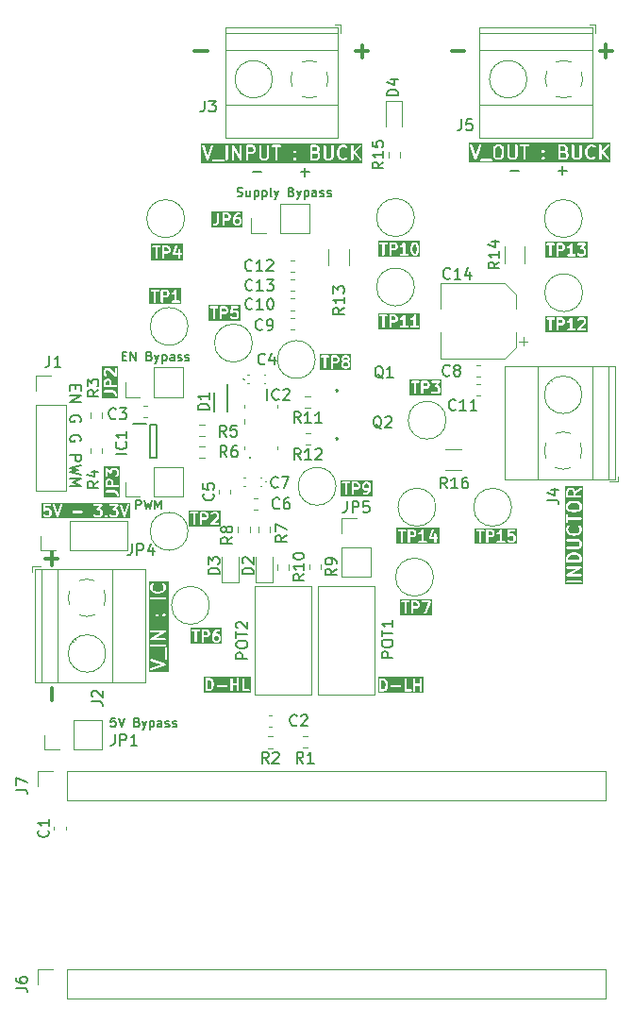
<source format=gbr>
%TF.GenerationSoftware,KiCad,Pcbnew,8.0.9-8.0.9-0~ubuntu22.04.1*%
%TF.CreationDate,2025-04-21T19:03:49+05:30*%
%TF.ProjectId,Variable Buck Converter,56617269-6162-46c6-9520-4275636b2043,rev?*%
%TF.SameCoordinates,Original*%
%TF.FileFunction,Legend,Top*%
%TF.FilePolarity,Positive*%
%FSLAX46Y46*%
G04 Gerber Fmt 4.6, Leading zero omitted, Abs format (unit mm)*
G04 Created by KiCad (PCBNEW 8.0.9-8.0.9-0~ubuntu22.04.1) date 2025-04-21 19:03:49*
%MOMM*%
%LPD*%
G01*
G04 APERTURE LIST*
%ADD10C,0.200000*%
%ADD11C,0.300000*%
%ADD12C,0.130000*%
%ADD13C,0.150000*%
%ADD14C,0.120000*%
%ADD15C,0.100000*%
G04 APERTURE END LIST*
D10*
G36*
X99847408Y-117767240D02*
G01*
X99914481Y-117834313D01*
X99949933Y-117905218D01*
X99991904Y-118073099D01*
X99991904Y-118191337D01*
X99949933Y-118359218D01*
X99914480Y-118430124D01*
X99847409Y-118497197D01*
X99742344Y-118532219D01*
X99620476Y-118532219D01*
X99620476Y-117732219D01*
X99742344Y-117732219D01*
X99847408Y-117767240D01*
G37*
G36*
X103491570Y-118843330D02*
G01*
X99309365Y-118843330D01*
X99309365Y-117632219D01*
X99420476Y-117632219D01*
X99420476Y-118632219D01*
X99422397Y-118651728D01*
X99437329Y-118687776D01*
X99464919Y-118715366D01*
X99500967Y-118730298D01*
X99520476Y-118732219D01*
X99758571Y-118732219D01*
X99768444Y-118731246D01*
X99771078Y-118731434D01*
X99774541Y-118730646D01*
X99778080Y-118730298D01*
X99780522Y-118729286D01*
X99790194Y-118727087D01*
X99933050Y-118679468D01*
X99950951Y-118671477D01*
X99953666Y-118669122D01*
X99956986Y-118667747D01*
X99972139Y-118655310D01*
X100067377Y-118560071D01*
X100073669Y-118552404D01*
X100075666Y-118550673D01*
X100077559Y-118547665D01*
X100079814Y-118544918D01*
X100080825Y-118542476D01*
X100086109Y-118534082D01*
X100133728Y-118438845D01*
X100134274Y-118437416D01*
X100134704Y-118436837D01*
X100137625Y-118428660D01*
X100140734Y-118420536D01*
X100140785Y-118419815D01*
X100141299Y-118418377D01*
X100187954Y-118231757D01*
X100422397Y-118231757D01*
X100422397Y-118270775D01*
X100437329Y-118306823D01*
X100464919Y-118334413D01*
X100500967Y-118349345D01*
X100520476Y-118351266D01*
X101282381Y-118351266D01*
X101301890Y-118349345D01*
X101337938Y-118334413D01*
X101365528Y-118306823D01*
X101380460Y-118270775D01*
X101380460Y-118231757D01*
X101365528Y-118195709D01*
X101337938Y-118168119D01*
X101301890Y-118153187D01*
X101282381Y-118151266D01*
X100520476Y-118151266D01*
X100500967Y-118153187D01*
X100464919Y-118168119D01*
X100437329Y-118195709D01*
X100422397Y-118231757D01*
X100187954Y-118231757D01*
X100188918Y-118227901D01*
X100189418Y-118224519D01*
X100189983Y-118223156D01*
X100190706Y-118215805D01*
X100191786Y-118208508D01*
X100191568Y-118207049D01*
X100191904Y-118203647D01*
X100191904Y-118060790D01*
X100191568Y-118057387D01*
X100191786Y-118055929D01*
X100190706Y-118048631D01*
X100189983Y-118041281D01*
X100189418Y-118039917D01*
X100188918Y-118036536D01*
X100141299Y-117846060D01*
X100140785Y-117844621D01*
X100140734Y-117843901D01*
X100137625Y-117835776D01*
X100134704Y-117827600D01*
X100134274Y-117827020D01*
X100133728Y-117825592D01*
X100086109Y-117730355D01*
X100080822Y-117721956D01*
X100079813Y-117719519D01*
X100077561Y-117716775D01*
X100075666Y-117713764D01*
X100073668Y-117712031D01*
X100067377Y-117704365D01*
X99995231Y-117632219D01*
X101658571Y-117632219D01*
X101658571Y-118632219D01*
X101660492Y-118651728D01*
X101675424Y-118687776D01*
X101703014Y-118715366D01*
X101739062Y-118730298D01*
X101778080Y-118730298D01*
X101814128Y-118715366D01*
X101841718Y-118687776D01*
X101856650Y-118651728D01*
X101858571Y-118632219D01*
X101858571Y-118208409D01*
X102229999Y-118208409D01*
X102229999Y-118632219D01*
X102231920Y-118651728D01*
X102246852Y-118687776D01*
X102274442Y-118715366D01*
X102310490Y-118730298D01*
X102349508Y-118730298D01*
X102385556Y-118715366D01*
X102413146Y-118687776D01*
X102428078Y-118651728D01*
X102429999Y-118632219D01*
X102429999Y-117632219D01*
X102706190Y-117632219D01*
X102706190Y-118632219D01*
X102708111Y-118651728D01*
X102723043Y-118687776D01*
X102750633Y-118715366D01*
X102786681Y-118730298D01*
X102806190Y-118732219D01*
X103282380Y-118732219D01*
X103301889Y-118730298D01*
X103337937Y-118715366D01*
X103365527Y-118687776D01*
X103380459Y-118651728D01*
X103380459Y-118612710D01*
X103365527Y-118576662D01*
X103337937Y-118549072D01*
X103301889Y-118534140D01*
X103282380Y-118532219D01*
X102906190Y-118532219D01*
X102906190Y-117632219D01*
X102904269Y-117612710D01*
X102889337Y-117576662D01*
X102861747Y-117549072D01*
X102825699Y-117534140D01*
X102786681Y-117534140D01*
X102750633Y-117549072D01*
X102723043Y-117576662D01*
X102708111Y-117612710D01*
X102706190Y-117632219D01*
X102429999Y-117632219D01*
X102428078Y-117612710D01*
X102413146Y-117576662D01*
X102385556Y-117549072D01*
X102349508Y-117534140D01*
X102310490Y-117534140D01*
X102274442Y-117549072D01*
X102246852Y-117576662D01*
X102231920Y-117612710D01*
X102229999Y-117632219D01*
X102229999Y-118008409D01*
X101858571Y-118008409D01*
X101858571Y-117632219D01*
X101856650Y-117612710D01*
X101841718Y-117576662D01*
X101814128Y-117549072D01*
X101778080Y-117534140D01*
X101739062Y-117534140D01*
X101703014Y-117549072D01*
X101675424Y-117576662D01*
X101660492Y-117612710D01*
X101658571Y-117632219D01*
X99995231Y-117632219D01*
X99972139Y-117609127D01*
X99956985Y-117596691D01*
X99953666Y-117595316D01*
X99950951Y-117592961D01*
X99933050Y-117584970D01*
X99790194Y-117537351D01*
X99780522Y-117535151D01*
X99778080Y-117534140D01*
X99774541Y-117533791D01*
X99771078Y-117533004D01*
X99768444Y-117533191D01*
X99758571Y-117532219D01*
X99520476Y-117532219D01*
X99500967Y-117534140D01*
X99464919Y-117549072D01*
X99437329Y-117576662D01*
X99422397Y-117612710D01*
X99420476Y-117632219D01*
X99309365Y-117632219D01*
X99309365Y-117421108D01*
X103491570Y-117421108D01*
X103491570Y-118843330D01*
G37*
G36*
X109455980Y-70530716D02*
G01*
X109484956Y-70559691D01*
X109524286Y-70638348D01*
X109524286Y-70762563D01*
X109484957Y-70841221D01*
X109450763Y-70875414D01*
X109372108Y-70914742D01*
X109038572Y-70914742D01*
X109038572Y-70486171D01*
X109322345Y-70486171D01*
X109455980Y-70530716D01*
G37*
G36*
X109393622Y-69954070D02*
G01*
X109427813Y-69988262D01*
X109467143Y-70066921D01*
X109467143Y-70133993D01*
X109427813Y-70212651D01*
X109393622Y-70246842D01*
X109314965Y-70286171D01*
X109038572Y-70286171D01*
X109038572Y-69914742D01*
X109314965Y-69914742D01*
X109393622Y-69954070D01*
G37*
G36*
X103679333Y-69954070D02*
G01*
X103713527Y-69988263D01*
X103752856Y-70066921D01*
X103752856Y-70191134D01*
X103713527Y-70269792D01*
X103679333Y-70303985D01*
X103600677Y-70343314D01*
X103267142Y-70343314D01*
X103267142Y-69914742D01*
X103600677Y-69914742D01*
X103679333Y-69954070D01*
G37*
G36*
X113514614Y-71362361D02*
G01*
X98991736Y-71362361D01*
X98991736Y-69827249D01*
X99125069Y-69827249D01*
X99129416Y-69846365D01*
X99529416Y-71046365D01*
X99537407Y-71064265D01*
X99542090Y-71069664D01*
X99545285Y-71076054D01*
X99554756Y-71084269D01*
X99562972Y-71093741D01*
X99569361Y-71096935D01*
X99574761Y-71101619D01*
X99586658Y-71105584D01*
X99597871Y-71111191D01*
X99604998Y-71111697D01*
X99611777Y-71113957D01*
X99624284Y-71113068D01*
X99636791Y-71113957D01*
X99643569Y-71111697D01*
X99650697Y-71111191D01*
X99654040Y-71109519D01*
X100040491Y-71109519D01*
X100040491Y-71148537D01*
X100055423Y-71184585D01*
X100083013Y-71212175D01*
X100119061Y-71227107D01*
X100138570Y-71229028D01*
X101052855Y-71229028D01*
X101072364Y-71227107D01*
X101108412Y-71212175D01*
X101136002Y-71184585D01*
X101150934Y-71148537D01*
X101150934Y-71109519D01*
X101136002Y-71073471D01*
X101108412Y-71045881D01*
X101072364Y-71030949D01*
X101052855Y-71029028D01*
X100138570Y-71029028D01*
X100119061Y-71030949D01*
X100083013Y-71045881D01*
X100055423Y-71073471D01*
X100040491Y-71109519D01*
X99654040Y-71109519D01*
X99661909Y-71105584D01*
X99673807Y-71101619D01*
X99679206Y-71096935D01*
X99685596Y-71093741D01*
X99693813Y-71084266D01*
X99703283Y-71076053D01*
X99706476Y-71069665D01*
X99711161Y-71064265D01*
X99719152Y-71046365D01*
X100119152Y-69846365D01*
X100123499Y-69827250D01*
X100122610Y-69814742D01*
X101238570Y-69814742D01*
X101238570Y-71014742D01*
X101240491Y-71034251D01*
X101255423Y-71070299D01*
X101283013Y-71097889D01*
X101319061Y-71112821D01*
X101358079Y-71112821D01*
X101394127Y-71097889D01*
X101421717Y-71070299D01*
X101436649Y-71034251D01*
X101438570Y-71014742D01*
X101438570Y-69814742D01*
X101809999Y-69814742D01*
X101809999Y-71014742D01*
X101811920Y-71034251D01*
X101826852Y-71070299D01*
X101854442Y-71097889D01*
X101890490Y-71112821D01*
X101929508Y-71112821D01*
X101965556Y-71097889D01*
X101993146Y-71070299D01*
X102008078Y-71034251D01*
X102009999Y-71014742D01*
X102009999Y-70191298D01*
X102508889Y-71064356D01*
X102511807Y-71068466D01*
X102512566Y-71070299D01*
X102514432Y-71072165D01*
X102520236Y-71080341D01*
X102530750Y-71088483D01*
X102540156Y-71097889D01*
X102546046Y-71100328D01*
X102551085Y-71104231D01*
X102563913Y-71107729D01*
X102576204Y-71112821D01*
X102582579Y-71112821D01*
X102588728Y-71114498D01*
X102601919Y-71112821D01*
X102615222Y-71112821D01*
X102621113Y-71110380D01*
X102627435Y-71109577D01*
X102638980Y-71102979D01*
X102651270Y-71097889D01*
X102655777Y-71093381D01*
X102661312Y-71090219D01*
X102669454Y-71079704D01*
X102678860Y-71070299D01*
X102681299Y-71064408D01*
X102685202Y-71059370D01*
X102688700Y-71046542D01*
X102693792Y-71034251D01*
X102694774Y-71024271D01*
X102695469Y-71021726D01*
X102695218Y-71019759D01*
X102695713Y-71014742D01*
X102695713Y-69814742D01*
X103067142Y-69814742D01*
X103067142Y-71014742D01*
X103069063Y-71034251D01*
X103083995Y-71070299D01*
X103111585Y-71097889D01*
X103147633Y-71112821D01*
X103186651Y-71112821D01*
X103222699Y-71097889D01*
X103250289Y-71070299D01*
X103265221Y-71034251D01*
X103267142Y-71014742D01*
X103267142Y-70543314D01*
X103624285Y-70543314D01*
X103643794Y-70541393D01*
X103647114Y-70540017D01*
X103650698Y-70539763D01*
X103669007Y-70532757D01*
X103783292Y-70475613D01*
X103791688Y-70470328D01*
X103794127Y-70469318D01*
X103796870Y-70467066D01*
X103799882Y-70465171D01*
X103801614Y-70463173D01*
X103809281Y-70456882D01*
X103866423Y-70399739D01*
X103872715Y-70392072D01*
X103874713Y-70390340D01*
X103876606Y-70387331D01*
X103878860Y-70384586D01*
X103879870Y-70382145D01*
X103885156Y-70373749D01*
X103942299Y-70259463D01*
X103949305Y-70241155D01*
X103949559Y-70237571D01*
X103950935Y-70234251D01*
X103952856Y-70214742D01*
X103952856Y-70043314D01*
X103950935Y-70023805D01*
X103949559Y-70020484D01*
X103949305Y-70016901D01*
X103942299Y-69998593D01*
X103885156Y-69884307D01*
X103879870Y-69875910D01*
X103878860Y-69873470D01*
X103876606Y-69870724D01*
X103874713Y-69867716D01*
X103872715Y-69865983D01*
X103866423Y-69858317D01*
X103822849Y-69814742D01*
X104267142Y-69814742D01*
X104267142Y-70786171D01*
X104269063Y-70805680D01*
X104270438Y-70809000D01*
X104270693Y-70812584D01*
X104277699Y-70830892D01*
X104334842Y-70945179D01*
X104340128Y-70953577D01*
X104341138Y-70956014D01*
X104343389Y-70958757D01*
X104345285Y-70961769D01*
X104347282Y-70963501D01*
X104353574Y-70971168D01*
X104410717Y-71028310D01*
X104418386Y-71034605D01*
X104420117Y-71036600D01*
X104423122Y-71038491D01*
X104425870Y-71040747D01*
X104428311Y-71041758D01*
X104436707Y-71047043D01*
X104550992Y-71104185D01*
X104569300Y-71111191D01*
X104572883Y-71111445D01*
X104576204Y-71112821D01*
X104595713Y-71114742D01*
X104824285Y-71114742D01*
X104843794Y-71112821D01*
X104847114Y-71111445D01*
X104850698Y-71111191D01*
X104869006Y-71104185D01*
X104983291Y-71047043D01*
X104991687Y-71041757D01*
X104994127Y-71040747D01*
X104996873Y-71038493D01*
X104999881Y-71036600D01*
X105001611Y-71034605D01*
X105009281Y-71028311D01*
X105066423Y-70971168D01*
X105072715Y-70963501D01*
X105074713Y-70961769D01*
X105076606Y-70958760D01*
X105078860Y-70956015D01*
X105079870Y-70953574D01*
X105085156Y-70945178D01*
X105142299Y-70830892D01*
X105149305Y-70812584D01*
X105149559Y-70809000D01*
X105150935Y-70805680D01*
X105152856Y-70786171D01*
X105152856Y-69814742D01*
X105150935Y-69795233D01*
X105354777Y-69795233D01*
X105354777Y-69834251D01*
X105369709Y-69870299D01*
X105397299Y-69897889D01*
X105433347Y-69912821D01*
X105452856Y-69914742D01*
X105695713Y-69914742D01*
X105695713Y-71014742D01*
X105697634Y-71034251D01*
X105712566Y-71070299D01*
X105740156Y-71097889D01*
X105776204Y-71112821D01*
X105815222Y-71112821D01*
X105851270Y-71097889D01*
X105878860Y-71070299D01*
X105893792Y-71034251D01*
X105895713Y-71014742D01*
X105895713Y-70938091D01*
X107297635Y-70938091D01*
X107297635Y-70977109D01*
X107305835Y-70996906D01*
X107312567Y-71013158D01*
X107325004Y-71028311D01*
X107382147Y-71085454D01*
X107397295Y-71097885D01*
X107397299Y-71097889D01*
X107397300Y-71097889D01*
X107397301Y-71097890D01*
X107414252Y-71104911D01*
X107433348Y-71112821D01*
X107433349Y-71112821D01*
X107472365Y-71112821D01*
X107472367Y-71112821D01*
X107493482Y-71104074D01*
X107508414Y-71097890D01*
X107523567Y-71085453D01*
X107580710Y-71028311D01*
X107593147Y-71013158D01*
X107608079Y-70977110D01*
X107608079Y-70938092D01*
X107593148Y-70902043D01*
X107593147Y-70902042D01*
X107580710Y-70886889D01*
X107523568Y-70829746D01*
X107508414Y-70817310D01*
X107472366Y-70802378D01*
X107433348Y-70802378D01*
X107408709Y-70812584D01*
X107397299Y-70817310D01*
X107382146Y-70829747D01*
X107325003Y-70886889D01*
X107312571Y-70902037D01*
X107312566Y-70902043D01*
X107306511Y-70916663D01*
X107297635Y-70938091D01*
X105895713Y-70938091D01*
X105895713Y-70309519D01*
X107297635Y-70309519D01*
X107297635Y-70348537D01*
X107312567Y-70384585D01*
X107325003Y-70399739D01*
X107382146Y-70456881D01*
X107397299Y-70469318D01*
X107406302Y-70473047D01*
X107433348Y-70484250D01*
X107472366Y-70484250D01*
X107508414Y-70469318D01*
X107523568Y-70456882D01*
X107580710Y-70399739D01*
X107593147Y-70384586D01*
X107608078Y-70348537D01*
X107608078Y-70309519D01*
X107599203Y-70288092D01*
X107593147Y-70273470D01*
X107580710Y-70258317D01*
X107523568Y-70201174D01*
X107508414Y-70188738D01*
X107472366Y-70173806D01*
X107433348Y-70173806D01*
X107408707Y-70184013D01*
X107397299Y-70188738D01*
X107382146Y-70201175D01*
X107325003Y-70258317D01*
X107312568Y-70273470D01*
X107312567Y-70273471D01*
X107297635Y-70309519D01*
X105895713Y-70309519D01*
X105895713Y-69914742D01*
X106138571Y-69914742D01*
X106158080Y-69912821D01*
X106194128Y-69897889D01*
X106221718Y-69870299D01*
X106236650Y-69834251D01*
X106236650Y-69814742D01*
X108838572Y-69814742D01*
X108838572Y-71014742D01*
X108840493Y-71034250D01*
X108840493Y-71034251D01*
X108855425Y-71070299D01*
X108883015Y-71097889D01*
X108919063Y-71112821D01*
X108938572Y-71114742D01*
X109395715Y-71114742D01*
X109415224Y-71112821D01*
X109418544Y-71111445D01*
X109422128Y-71111191D01*
X109440436Y-71104185D01*
X109554721Y-71047043D01*
X109563117Y-71041757D01*
X109565557Y-71040747D01*
X109568303Y-71038493D01*
X109571311Y-71036600D01*
X109573041Y-71034605D01*
X109580711Y-71028311D01*
X109637853Y-70971168D01*
X109644145Y-70963501D01*
X109646143Y-70961769D01*
X109648036Y-70958760D01*
X109650290Y-70956015D01*
X109651300Y-70953574D01*
X109656586Y-70945178D01*
X109713729Y-70830892D01*
X109720735Y-70812584D01*
X109720989Y-70809000D01*
X109722365Y-70805680D01*
X109724286Y-70786171D01*
X109724286Y-70614742D01*
X109722365Y-70595233D01*
X109720989Y-70591912D01*
X109720735Y-70588329D01*
X109713729Y-70570021D01*
X109656586Y-70455735D01*
X109651300Y-70447337D01*
X109650290Y-70444899D01*
X109648037Y-70442154D01*
X109646143Y-70439145D01*
X109644145Y-70437412D01*
X109637853Y-70429746D01*
X109580711Y-70372603D01*
X109565557Y-70360167D01*
X109563847Y-70359459D01*
X109580712Y-70342595D01*
X109587003Y-70334928D01*
X109589000Y-70333197D01*
X109590895Y-70330185D01*
X109593148Y-70327441D01*
X109594157Y-70325003D01*
X109599443Y-70316607D01*
X109656586Y-70202321D01*
X109663592Y-70184013D01*
X109663846Y-70180429D01*
X109665222Y-70177109D01*
X109667143Y-70157600D01*
X109667143Y-70043314D01*
X109665222Y-70023805D01*
X109663846Y-70020484D01*
X109663592Y-70016901D01*
X109656586Y-69998593D01*
X109599443Y-69884307D01*
X109594158Y-69875910D01*
X109593148Y-69873472D01*
X109590894Y-69870726D01*
X109589000Y-69867716D01*
X109587003Y-69865984D01*
X109580712Y-69858318D01*
X109537136Y-69814742D01*
X110038572Y-69814742D01*
X110038572Y-70786171D01*
X110040493Y-70805680D01*
X110041868Y-70809000D01*
X110042123Y-70812584D01*
X110049129Y-70830892D01*
X110106272Y-70945179D01*
X110111558Y-70953577D01*
X110112568Y-70956014D01*
X110114819Y-70958757D01*
X110116715Y-70961769D01*
X110118712Y-70963501D01*
X110125004Y-70971168D01*
X110182147Y-71028310D01*
X110189816Y-71034605D01*
X110191547Y-71036600D01*
X110194552Y-71038491D01*
X110197300Y-71040747D01*
X110199741Y-71041758D01*
X110208137Y-71047043D01*
X110322422Y-71104185D01*
X110340730Y-71111191D01*
X110344313Y-71111445D01*
X110347634Y-71112821D01*
X110367143Y-71114742D01*
X110595715Y-71114742D01*
X110615224Y-71112821D01*
X110618544Y-71111445D01*
X110622128Y-71111191D01*
X110640436Y-71104185D01*
X110754721Y-71047043D01*
X110763117Y-71041757D01*
X110765557Y-71040747D01*
X110768303Y-71038493D01*
X110771311Y-71036600D01*
X110773041Y-71034605D01*
X110780711Y-71028311D01*
X110837853Y-70971168D01*
X110844145Y-70963501D01*
X110846143Y-70961769D01*
X110848036Y-70958760D01*
X110850290Y-70956015D01*
X110851300Y-70953574D01*
X110856586Y-70945178D01*
X110913729Y-70830892D01*
X110920735Y-70812584D01*
X110920989Y-70809000D01*
X110922365Y-70805680D01*
X110924286Y-70786171D01*
X110924286Y-70329028D01*
X111238572Y-70329028D01*
X111238572Y-70500457D01*
X111238907Y-70503859D01*
X111238690Y-70505318D01*
X111239769Y-70512615D01*
X111240493Y-70519966D01*
X111241057Y-70521329D01*
X111241558Y-70524711D01*
X111298701Y-70753282D01*
X111299214Y-70754720D01*
X111299266Y-70755441D01*
X111302369Y-70763551D01*
X111305296Y-70771743D01*
X111305726Y-70772324D01*
X111306272Y-70773749D01*
X111363415Y-70888036D01*
X111368699Y-70896430D01*
X111369710Y-70898871D01*
X111371964Y-70901617D01*
X111373858Y-70904626D01*
X111375854Y-70906357D01*
X111382147Y-70914024D01*
X111496432Y-71028310D01*
X111511585Y-71040747D01*
X111514904Y-71042122D01*
X111517620Y-71044477D01*
X111535521Y-71052468D01*
X111706950Y-71109611D01*
X111716622Y-71111810D01*
X111719063Y-71112821D01*
X111722600Y-71113169D01*
X111726065Y-71113957D01*
X111728698Y-71113769D01*
X111738572Y-71114742D01*
X111852858Y-71114742D01*
X111862731Y-71113769D01*
X111865365Y-71113957D01*
X111868827Y-71113169D01*
X111872367Y-71112821D01*
X111874809Y-71111809D01*
X111884480Y-71109610D01*
X112055909Y-71052468D01*
X112073809Y-71044477D01*
X112076524Y-71042121D01*
X112079843Y-71040747D01*
X112094997Y-71028311D01*
X112152139Y-70971168D01*
X112164576Y-70956015D01*
X112179507Y-70919966D01*
X112179507Y-70880948D01*
X112164576Y-70844900D01*
X112136986Y-70817310D01*
X112100938Y-70802379D01*
X112061920Y-70802379D01*
X112025871Y-70817310D01*
X112010718Y-70829747D01*
X111970267Y-70870196D01*
X111836632Y-70914742D01*
X111754799Y-70914742D01*
X111621161Y-70870197D01*
X111535044Y-70784079D01*
X111490066Y-70694123D01*
X111438572Y-70488147D01*
X111438572Y-70341338D01*
X111490066Y-70135362D01*
X111535044Y-70045405D01*
X111621161Y-69959287D01*
X111754799Y-69914742D01*
X111836631Y-69914742D01*
X111970266Y-69959287D01*
X112010718Y-69999738D01*
X112025871Y-70012175D01*
X112061920Y-70027106D01*
X112100938Y-70027106D01*
X112136986Y-70012175D01*
X112164576Y-69984585D01*
X112179507Y-69948537D01*
X112179507Y-69909519D01*
X112164576Y-69873470D01*
X112152139Y-69858317D01*
X112108565Y-69814742D01*
X112495715Y-69814742D01*
X112495715Y-71014742D01*
X112497636Y-71034251D01*
X112512568Y-71070299D01*
X112540158Y-71097889D01*
X112576206Y-71112821D01*
X112615224Y-71112821D01*
X112651272Y-71097889D01*
X112678862Y-71070299D01*
X112693794Y-71034251D01*
X112695715Y-71014742D01*
X112695715Y-70541878D01*
X112756324Y-70481269D01*
X113201429Y-71074742D01*
X113214671Y-71089197D01*
X113248246Y-71109076D01*
X113286872Y-71114594D01*
X113324669Y-71104911D01*
X113355884Y-71081500D01*
X113375763Y-71047926D01*
X113381281Y-71009300D01*
X113371598Y-70971502D01*
X113361429Y-70954742D01*
X112899181Y-70338412D01*
X113352140Y-69885452D01*
X113364576Y-69870299D01*
X113379508Y-69834251D01*
X113379508Y-69795233D01*
X113364576Y-69759184D01*
X113336986Y-69731595D01*
X113300938Y-69716663D01*
X113261920Y-69716663D01*
X113225872Y-69731595D01*
X113210718Y-69744031D01*
X112695715Y-70259034D01*
X112695715Y-69814742D01*
X112693794Y-69795233D01*
X112678862Y-69759185D01*
X112651272Y-69731595D01*
X112615224Y-69716663D01*
X112576206Y-69716663D01*
X112540158Y-69731595D01*
X112512568Y-69759185D01*
X112497636Y-69795233D01*
X112495715Y-69814742D01*
X112108565Y-69814742D01*
X112094997Y-69801174D01*
X112079843Y-69788738D01*
X112076524Y-69787363D01*
X112073809Y-69785008D01*
X112055909Y-69777017D01*
X111884481Y-69719874D01*
X111874808Y-69717674D01*
X111872367Y-69716663D01*
X111868829Y-69716314D01*
X111865366Y-69715527D01*
X111862731Y-69715714D01*
X111852858Y-69714742D01*
X111738572Y-69714742D01*
X111728698Y-69715714D01*
X111726065Y-69715527D01*
X111722601Y-69716314D01*
X111719063Y-69716663D01*
X111716620Y-69717674D01*
X111706949Y-69719874D01*
X111535520Y-69777017D01*
X111517620Y-69785008D01*
X111514904Y-69787362D01*
X111511585Y-69788738D01*
X111496432Y-69801175D01*
X111382147Y-69915461D01*
X111375854Y-69923127D01*
X111373858Y-69924859D01*
X111371964Y-69927867D01*
X111369710Y-69930614D01*
X111368699Y-69933054D01*
X111363415Y-69941449D01*
X111306272Y-70055736D01*
X111305726Y-70057160D01*
X111305296Y-70057742D01*
X111302369Y-70065933D01*
X111299266Y-70074044D01*
X111299214Y-70074764D01*
X111298701Y-70076203D01*
X111241558Y-70304774D01*
X111241057Y-70308155D01*
X111240493Y-70309519D01*
X111239769Y-70316869D01*
X111238690Y-70324167D01*
X111238907Y-70325625D01*
X111238572Y-70329028D01*
X110924286Y-70329028D01*
X110924286Y-69814742D01*
X110922365Y-69795233D01*
X110907433Y-69759185D01*
X110879843Y-69731595D01*
X110843795Y-69716663D01*
X110804777Y-69716663D01*
X110768729Y-69731595D01*
X110741139Y-69759185D01*
X110726207Y-69795233D01*
X110724286Y-69814742D01*
X110724286Y-70762563D01*
X110684957Y-70841221D01*
X110650763Y-70875414D01*
X110572108Y-70914742D01*
X110390750Y-70914742D01*
X110312093Y-70875414D01*
X110277900Y-70841220D01*
X110238572Y-70762564D01*
X110238572Y-69814742D01*
X110236651Y-69795233D01*
X110221719Y-69759185D01*
X110194129Y-69731595D01*
X110158081Y-69716663D01*
X110119063Y-69716663D01*
X110083015Y-69731595D01*
X110055425Y-69759185D01*
X110040493Y-69795233D01*
X110038572Y-69814742D01*
X109537136Y-69814742D01*
X109523569Y-69801175D01*
X109515902Y-69794882D01*
X109514170Y-69792885D01*
X109511160Y-69790990D01*
X109508416Y-69788738D01*
X109505977Y-69787727D01*
X109497580Y-69782442D01*
X109383293Y-69725299D01*
X109364985Y-69718293D01*
X109361401Y-69718038D01*
X109358081Y-69716663D01*
X109338572Y-69714742D01*
X108938572Y-69714742D01*
X108919063Y-69716663D01*
X108883015Y-69731595D01*
X108855425Y-69759185D01*
X108840493Y-69795233D01*
X108838572Y-69814742D01*
X106236650Y-69814742D01*
X106236650Y-69795233D01*
X106221718Y-69759185D01*
X106194128Y-69731595D01*
X106158080Y-69716663D01*
X106138571Y-69714742D01*
X105452856Y-69714742D01*
X105433347Y-69716663D01*
X105397299Y-69731595D01*
X105369709Y-69759185D01*
X105354777Y-69795233D01*
X105150935Y-69795233D01*
X105136003Y-69759185D01*
X105108413Y-69731595D01*
X105072365Y-69716663D01*
X105033347Y-69716663D01*
X104997299Y-69731595D01*
X104969709Y-69759185D01*
X104954777Y-69795233D01*
X104952856Y-69814742D01*
X104952856Y-70762563D01*
X104913527Y-70841221D01*
X104879333Y-70875414D01*
X104800678Y-70914742D01*
X104619320Y-70914742D01*
X104540663Y-70875414D01*
X104506470Y-70841220D01*
X104467142Y-70762564D01*
X104467142Y-69814742D01*
X104465221Y-69795233D01*
X104450289Y-69759185D01*
X104422699Y-69731595D01*
X104386651Y-69716663D01*
X104347633Y-69716663D01*
X104311585Y-69731595D01*
X104283995Y-69759185D01*
X104269063Y-69795233D01*
X104267142Y-69814742D01*
X103822849Y-69814742D01*
X103809281Y-69801174D01*
X103801614Y-69794882D01*
X103799882Y-69792885D01*
X103796870Y-69790989D01*
X103794127Y-69788738D01*
X103791688Y-69787727D01*
X103783292Y-69782443D01*
X103669007Y-69725299D01*
X103650698Y-69718293D01*
X103647114Y-69718038D01*
X103643794Y-69716663D01*
X103624285Y-69714742D01*
X103167142Y-69714742D01*
X103147633Y-69716663D01*
X103111585Y-69731595D01*
X103083995Y-69759185D01*
X103069063Y-69795233D01*
X103067142Y-69814742D01*
X102695713Y-69814742D01*
X102693792Y-69795233D01*
X102678860Y-69759185D01*
X102651270Y-69731595D01*
X102615222Y-69716663D01*
X102576204Y-69716663D01*
X102540156Y-69731595D01*
X102512566Y-69759185D01*
X102497634Y-69795233D01*
X102495713Y-69814742D01*
X102495713Y-70638185D01*
X101996823Y-69765128D01*
X101993904Y-69761017D01*
X101993146Y-69759185D01*
X101991279Y-69757318D01*
X101985476Y-69749143D01*
X101974961Y-69741000D01*
X101965556Y-69731595D01*
X101959665Y-69729155D01*
X101954627Y-69725253D01*
X101941798Y-69721754D01*
X101929508Y-69716663D01*
X101923133Y-69716663D01*
X101916984Y-69714986D01*
X101903791Y-69716663D01*
X101890490Y-69716663D01*
X101884601Y-69719102D01*
X101878277Y-69719906D01*
X101866727Y-69726506D01*
X101854442Y-69731595D01*
X101849934Y-69736102D01*
X101844400Y-69739265D01*
X101836257Y-69749779D01*
X101826852Y-69759185D01*
X101824412Y-69765075D01*
X101820510Y-69770114D01*
X101817011Y-69782942D01*
X101811920Y-69795233D01*
X101810937Y-69805210D01*
X101810243Y-69807757D01*
X101810493Y-69809724D01*
X101809999Y-69814742D01*
X101438570Y-69814742D01*
X101436649Y-69795233D01*
X101421717Y-69759185D01*
X101394127Y-69731595D01*
X101358079Y-69716663D01*
X101319061Y-69716663D01*
X101283013Y-69731595D01*
X101255423Y-69759185D01*
X101240491Y-69795233D01*
X101238570Y-69814742D01*
X100122610Y-69814742D01*
X100120733Y-69788329D01*
X100103283Y-69753431D01*
X100073807Y-69727865D01*
X100036791Y-69715527D01*
X99997871Y-69718293D01*
X99962972Y-69735743D01*
X99937407Y-69765219D01*
X99929416Y-69783119D01*
X99624284Y-70698515D01*
X99319152Y-69783119D01*
X99311161Y-69765219D01*
X99285596Y-69735743D01*
X99250697Y-69718293D01*
X99211777Y-69715527D01*
X99174761Y-69727865D01*
X99145285Y-69753430D01*
X99127835Y-69788329D01*
X99125069Y-69827249D01*
X98991736Y-69827249D01*
X98991736Y-69581409D01*
X113514614Y-69581409D01*
X113514614Y-71362361D01*
G37*
G36*
X115457408Y-117807240D02*
G01*
X115524481Y-117874313D01*
X115559933Y-117945218D01*
X115601904Y-118113099D01*
X115601904Y-118231337D01*
X115559933Y-118399218D01*
X115524480Y-118470124D01*
X115457409Y-118537197D01*
X115352344Y-118572219D01*
X115230476Y-118572219D01*
X115230476Y-117772219D01*
X115352344Y-117772219D01*
X115457408Y-117807240D01*
G37*
G36*
X118960634Y-118883330D02*
G01*
X114919365Y-118883330D01*
X114919365Y-117672219D01*
X115030476Y-117672219D01*
X115030476Y-118672219D01*
X115032397Y-118691728D01*
X115047329Y-118727776D01*
X115074919Y-118755366D01*
X115110967Y-118770298D01*
X115130476Y-118772219D01*
X115368571Y-118772219D01*
X115378444Y-118771246D01*
X115381078Y-118771434D01*
X115384541Y-118770646D01*
X115388080Y-118770298D01*
X115390522Y-118769286D01*
X115400194Y-118767087D01*
X115543050Y-118719468D01*
X115560951Y-118711477D01*
X115563666Y-118709122D01*
X115566986Y-118707747D01*
X115582139Y-118695310D01*
X115677377Y-118600071D01*
X115683669Y-118592404D01*
X115685666Y-118590673D01*
X115687559Y-118587665D01*
X115689814Y-118584918D01*
X115690825Y-118582476D01*
X115696109Y-118574082D01*
X115743728Y-118478845D01*
X115744274Y-118477416D01*
X115744704Y-118476837D01*
X115747625Y-118468660D01*
X115750734Y-118460536D01*
X115750785Y-118459815D01*
X115751299Y-118458377D01*
X115797954Y-118271757D01*
X116032397Y-118271757D01*
X116032397Y-118310775D01*
X116047329Y-118346823D01*
X116074919Y-118374413D01*
X116110967Y-118389345D01*
X116130476Y-118391266D01*
X116892381Y-118391266D01*
X116911890Y-118389345D01*
X116947938Y-118374413D01*
X116975528Y-118346823D01*
X116990460Y-118310775D01*
X116990460Y-118271757D01*
X116975528Y-118235709D01*
X116947938Y-118208119D01*
X116911890Y-118193187D01*
X116892381Y-118191266D01*
X116130476Y-118191266D01*
X116110967Y-118193187D01*
X116074919Y-118208119D01*
X116047329Y-118235709D01*
X116032397Y-118271757D01*
X115797954Y-118271757D01*
X115798918Y-118267901D01*
X115799418Y-118264519D01*
X115799983Y-118263156D01*
X115800706Y-118255805D01*
X115801786Y-118248508D01*
X115801568Y-118247049D01*
X115801904Y-118243647D01*
X115801904Y-118100790D01*
X115801568Y-118097387D01*
X115801786Y-118095929D01*
X115800706Y-118088631D01*
X115799983Y-118081281D01*
X115799418Y-118079917D01*
X115798918Y-118076536D01*
X115751299Y-117886060D01*
X115750785Y-117884621D01*
X115750734Y-117883901D01*
X115747625Y-117875776D01*
X115744704Y-117867600D01*
X115744274Y-117867020D01*
X115743728Y-117865592D01*
X115696109Y-117770355D01*
X115690822Y-117761956D01*
X115689813Y-117759519D01*
X115687561Y-117756775D01*
X115685666Y-117753764D01*
X115683668Y-117752031D01*
X115677377Y-117744365D01*
X115605231Y-117672219D01*
X117268571Y-117672219D01*
X117268571Y-118672219D01*
X117270492Y-118691728D01*
X117285424Y-118727776D01*
X117313014Y-118755366D01*
X117349062Y-118770298D01*
X117368571Y-118772219D01*
X117844761Y-118772219D01*
X117864270Y-118770298D01*
X117900318Y-118755366D01*
X117927908Y-118727776D01*
X117942840Y-118691728D01*
X117942840Y-118652710D01*
X117927908Y-118616662D01*
X117900318Y-118589072D01*
X117864270Y-118574140D01*
X117844761Y-118572219D01*
X117468571Y-118572219D01*
X117468571Y-117672219D01*
X118078095Y-117672219D01*
X118078095Y-118672219D01*
X118080016Y-118691728D01*
X118094948Y-118727776D01*
X118122538Y-118755366D01*
X118158586Y-118770298D01*
X118197604Y-118770298D01*
X118233652Y-118755366D01*
X118261242Y-118727776D01*
X118276174Y-118691728D01*
X118278095Y-118672219D01*
X118278095Y-118248409D01*
X118649523Y-118248409D01*
X118649523Y-118672219D01*
X118651444Y-118691728D01*
X118666376Y-118727776D01*
X118693966Y-118755366D01*
X118730014Y-118770298D01*
X118769032Y-118770298D01*
X118805080Y-118755366D01*
X118832670Y-118727776D01*
X118847602Y-118691728D01*
X118849523Y-118672219D01*
X118849523Y-117672219D01*
X118847602Y-117652710D01*
X118832670Y-117616662D01*
X118805080Y-117589072D01*
X118769032Y-117574140D01*
X118730014Y-117574140D01*
X118693966Y-117589072D01*
X118666376Y-117616662D01*
X118651444Y-117652710D01*
X118649523Y-117672219D01*
X118649523Y-118048409D01*
X118278095Y-118048409D01*
X118278095Y-117672219D01*
X118276174Y-117652710D01*
X118261242Y-117616662D01*
X118233652Y-117589072D01*
X118197604Y-117574140D01*
X118158586Y-117574140D01*
X118122538Y-117589072D01*
X118094948Y-117616662D01*
X118080016Y-117652710D01*
X118078095Y-117672219D01*
X117468571Y-117672219D01*
X117466650Y-117652710D01*
X117451718Y-117616662D01*
X117424128Y-117589072D01*
X117388080Y-117574140D01*
X117349062Y-117574140D01*
X117313014Y-117589072D01*
X117285424Y-117616662D01*
X117270492Y-117652710D01*
X117268571Y-117672219D01*
X115605231Y-117672219D01*
X115582139Y-117649127D01*
X115566985Y-117636691D01*
X115563666Y-117635316D01*
X115560951Y-117632961D01*
X115543050Y-117624970D01*
X115400194Y-117577351D01*
X115390522Y-117575151D01*
X115388080Y-117574140D01*
X115384541Y-117573791D01*
X115381078Y-117573004D01*
X115378444Y-117573191D01*
X115368571Y-117572219D01*
X115130476Y-117572219D01*
X115110967Y-117574140D01*
X115074919Y-117589072D01*
X115047329Y-117616662D01*
X115032397Y-117652710D01*
X115030476Y-117672219D01*
X114919365Y-117672219D01*
X114919365Y-117461108D01*
X118960634Y-117461108D01*
X118960634Y-118883330D01*
G37*
G36*
X132774123Y-106540065D02*
G01*
X132864079Y-106585043D01*
X132950197Y-106671160D01*
X132994742Y-106804797D01*
X132994742Y-106974285D01*
X131994742Y-106974285D01*
X131994742Y-106804798D01*
X132039287Y-106671160D01*
X132125405Y-106585043D01*
X132215362Y-106540065D01*
X132421338Y-106488571D01*
X132568147Y-106488571D01*
X132774123Y-106540065D01*
G37*
G36*
X132872187Y-101907437D02*
G01*
X132955414Y-101990664D01*
X132994742Y-102069319D01*
X132994742Y-102250678D01*
X132955413Y-102329336D01*
X132872189Y-102412559D01*
X132682432Y-102459999D01*
X132307052Y-102459999D01*
X132117295Y-102412559D01*
X132034070Y-102329335D01*
X131994742Y-102250678D01*
X131994742Y-102069321D01*
X132034070Y-101990665D01*
X132117297Y-101907437D01*
X132307052Y-101859999D01*
X132682432Y-101859999D01*
X132872187Y-101907437D01*
G37*
G36*
X132349791Y-100699327D02*
G01*
X132383984Y-100733519D01*
X132423314Y-100812176D01*
X132423314Y-101145713D01*
X131994742Y-101145713D01*
X131994742Y-100812178D01*
X132034070Y-100733521D01*
X132068263Y-100699327D01*
X132146922Y-100659999D01*
X132271135Y-100659999D01*
X132349791Y-100699327D01*
G37*
G36*
X133328075Y-109136190D02*
G01*
X131661409Y-109136190D01*
X131661409Y-108883348D01*
X131796663Y-108883348D01*
X131796663Y-108922366D01*
X131811595Y-108958414D01*
X131839185Y-108986004D01*
X131875233Y-109000936D01*
X131894742Y-109002857D01*
X133094742Y-109002857D01*
X133114251Y-109000936D01*
X133150299Y-108986004D01*
X133177889Y-108958414D01*
X133192821Y-108922366D01*
X133192821Y-108883348D01*
X133177889Y-108847300D01*
X133150299Y-108819710D01*
X133114251Y-108804778D01*
X133094742Y-108802857D01*
X131894742Y-108802857D01*
X131875233Y-108804778D01*
X131839185Y-108819710D01*
X131811595Y-108847300D01*
X131796663Y-108883348D01*
X131661409Y-108883348D01*
X131661409Y-108324443D01*
X131794986Y-108324443D01*
X131796663Y-108337636D01*
X131796663Y-108350937D01*
X131799102Y-108356825D01*
X131799906Y-108363150D01*
X131806506Y-108374699D01*
X131811595Y-108386985D01*
X131816102Y-108391492D01*
X131819265Y-108397027D01*
X131829779Y-108405169D01*
X131839185Y-108414575D01*
X131845075Y-108417014D01*
X131850114Y-108420917D01*
X131862942Y-108424415D01*
X131875233Y-108429507D01*
X131885210Y-108430489D01*
X131887757Y-108431184D01*
X131889724Y-108430933D01*
X131894742Y-108431428D01*
X133094742Y-108431428D01*
X133114251Y-108429507D01*
X133150299Y-108414575D01*
X133177889Y-108386985D01*
X133192821Y-108350937D01*
X133192821Y-108311919D01*
X133177889Y-108275871D01*
X133150299Y-108248281D01*
X133114251Y-108233349D01*
X133094742Y-108231428D01*
X132271298Y-108231428D01*
X133144356Y-107732538D01*
X133148466Y-107729619D01*
X133150299Y-107728861D01*
X133152165Y-107726994D01*
X133160341Y-107721191D01*
X133168483Y-107710676D01*
X133177889Y-107701271D01*
X133180328Y-107695380D01*
X133184231Y-107690342D01*
X133187729Y-107677513D01*
X133192821Y-107665223D01*
X133192821Y-107658847D01*
X133194498Y-107652699D01*
X133192821Y-107639508D01*
X133192821Y-107626205D01*
X133190380Y-107620313D01*
X133189577Y-107613992D01*
X133182979Y-107602446D01*
X133177889Y-107590157D01*
X133173381Y-107585649D01*
X133170219Y-107580115D01*
X133159704Y-107571972D01*
X133150299Y-107562567D01*
X133144408Y-107560127D01*
X133139370Y-107556225D01*
X133126542Y-107552726D01*
X133114251Y-107547635D01*
X133104271Y-107546652D01*
X133101726Y-107545958D01*
X133099759Y-107546208D01*
X133094742Y-107545714D01*
X131894742Y-107545714D01*
X131875233Y-107547635D01*
X131839185Y-107562567D01*
X131811595Y-107590157D01*
X131796663Y-107626205D01*
X131796663Y-107665223D01*
X131811595Y-107701271D01*
X131839185Y-107728861D01*
X131875233Y-107743793D01*
X131894742Y-107745714D01*
X132718186Y-107745714D01*
X131845128Y-108244604D01*
X131841017Y-108247522D01*
X131839185Y-108248281D01*
X131837318Y-108250147D01*
X131829143Y-108255951D01*
X131821000Y-108266465D01*
X131811595Y-108275871D01*
X131809155Y-108281761D01*
X131805253Y-108286800D01*
X131801754Y-108299628D01*
X131796663Y-108311919D01*
X131796663Y-108318294D01*
X131794986Y-108324443D01*
X131661409Y-108324443D01*
X131661409Y-106788571D01*
X131794742Y-106788571D01*
X131794742Y-107074285D01*
X131796663Y-107093794D01*
X131811595Y-107129842D01*
X131839185Y-107157432D01*
X131875233Y-107172364D01*
X131894742Y-107174285D01*
X133094742Y-107174285D01*
X133114251Y-107172364D01*
X133150299Y-107157432D01*
X133177889Y-107129842D01*
X133192821Y-107093794D01*
X133194742Y-107074285D01*
X133194742Y-106788571D01*
X133193769Y-106778697D01*
X133193957Y-106776064D01*
X133193169Y-106772599D01*
X133192821Y-106769062D01*
X133191810Y-106766621D01*
X133189611Y-106756949D01*
X133132468Y-106585520D01*
X133124477Y-106567619D01*
X133122122Y-106564903D01*
X133120747Y-106561584D01*
X133108310Y-106546431D01*
X132994024Y-106432146D01*
X132986357Y-106425853D01*
X132984626Y-106423857D01*
X132981617Y-106421963D01*
X132978871Y-106419709D01*
X132976430Y-106418698D01*
X132968036Y-106413414D01*
X132853749Y-106356271D01*
X132852324Y-106355725D01*
X132851743Y-106355295D01*
X132843551Y-106352368D01*
X132835441Y-106349265D01*
X132834720Y-106349213D01*
X132833282Y-106348700D01*
X132604711Y-106291557D01*
X132601329Y-106291056D01*
X132599966Y-106290492D01*
X132592615Y-106289768D01*
X132585318Y-106288689D01*
X132583859Y-106288906D01*
X132580457Y-106288571D01*
X132409028Y-106288571D01*
X132405625Y-106288906D01*
X132404167Y-106288689D01*
X132396870Y-106289768D01*
X132389519Y-106290492D01*
X132388154Y-106291057D01*
X132384775Y-106291557D01*
X132156203Y-106348700D01*
X132154764Y-106349213D01*
X132154044Y-106349265D01*
X132145925Y-106352371D01*
X132137743Y-106355295D01*
X132137162Y-106355725D01*
X132135736Y-106356271D01*
X132021450Y-106413414D01*
X132013051Y-106418700D01*
X132010614Y-106419710D01*
X132007871Y-106421961D01*
X132004859Y-106423857D01*
X132003125Y-106425855D01*
X131995461Y-106432146D01*
X131881175Y-106546431D01*
X131868738Y-106561584D01*
X131867362Y-106564903D01*
X131865008Y-106567619D01*
X131857017Y-106585519D01*
X131799874Y-106756948D01*
X131797674Y-106766619D01*
X131796663Y-106769062D01*
X131796314Y-106772600D01*
X131795527Y-106776064D01*
X131795714Y-106778697D01*
X131794742Y-106788571D01*
X131661409Y-106788571D01*
X131661409Y-105169062D01*
X131796663Y-105169062D01*
X131796663Y-105208080D01*
X131811595Y-105244128D01*
X131839185Y-105271718D01*
X131875233Y-105286650D01*
X131894742Y-105288571D01*
X132842564Y-105288571D01*
X132921220Y-105327899D01*
X132955414Y-105362092D01*
X132994742Y-105440748D01*
X132994742Y-105622107D01*
X132955414Y-105700763D01*
X132921222Y-105734956D01*
X132842564Y-105774285D01*
X131894742Y-105774285D01*
X131875233Y-105776206D01*
X131839185Y-105791138D01*
X131811595Y-105818728D01*
X131796663Y-105854776D01*
X131796663Y-105893794D01*
X131811595Y-105929842D01*
X131839185Y-105957432D01*
X131875233Y-105972364D01*
X131894742Y-105974285D01*
X132866171Y-105974285D01*
X132885680Y-105972364D01*
X132889000Y-105970988D01*
X132892584Y-105970734D01*
X132910892Y-105963728D01*
X133025179Y-105906585D01*
X133033573Y-105901300D01*
X133036014Y-105900290D01*
X133038760Y-105898035D01*
X133041769Y-105896142D01*
X133043500Y-105894145D01*
X133051167Y-105887853D01*
X133108310Y-105830711D01*
X133114604Y-105823041D01*
X133116600Y-105821311D01*
X133118491Y-105818305D01*
X133120747Y-105815558D01*
X133121758Y-105813116D01*
X133127043Y-105804721D01*
X133184185Y-105690435D01*
X133191191Y-105672126D01*
X133191445Y-105668543D01*
X133192821Y-105665223D01*
X133194742Y-105645714D01*
X133194742Y-105417142D01*
X133192821Y-105397633D01*
X133191445Y-105394312D01*
X133191191Y-105390729D01*
X133184185Y-105372421D01*
X133127043Y-105258136D01*
X133121758Y-105249740D01*
X133120747Y-105247299D01*
X133118491Y-105244551D01*
X133116600Y-105241546D01*
X133114605Y-105239815D01*
X133108310Y-105232146D01*
X133051168Y-105175003D01*
X133043501Y-105168711D01*
X133041769Y-105166714D01*
X133038757Y-105164818D01*
X133036014Y-105162567D01*
X133033577Y-105161557D01*
X133025179Y-105156271D01*
X132910892Y-105099128D01*
X132892584Y-105092122D01*
X132889000Y-105091867D01*
X132885680Y-105090492D01*
X132866171Y-105088571D01*
X131894742Y-105088571D01*
X131875233Y-105090492D01*
X131839185Y-105105424D01*
X131811595Y-105133014D01*
X131796663Y-105169062D01*
X131661409Y-105169062D01*
X131661409Y-104159999D01*
X131794742Y-104159999D01*
X131794742Y-104274285D01*
X131795714Y-104284158D01*
X131795527Y-104286792D01*
X131796314Y-104290255D01*
X131796663Y-104293794D01*
X131797674Y-104296236D01*
X131799874Y-104305908D01*
X131857017Y-104477337D01*
X131865008Y-104495237D01*
X131867362Y-104497952D01*
X131868738Y-104501272D01*
X131881175Y-104516425D01*
X131995461Y-104630710D01*
X132003125Y-104637000D01*
X132004859Y-104638999D01*
X132007871Y-104640894D01*
X132010614Y-104643146D01*
X132013051Y-104644155D01*
X132021450Y-104649442D01*
X132135736Y-104706585D01*
X132137162Y-104707130D01*
X132137743Y-104707561D01*
X132145925Y-104710484D01*
X132154044Y-104713591D01*
X132154764Y-104713642D01*
X132156203Y-104714156D01*
X132384775Y-104771299D01*
X132388154Y-104771798D01*
X132389519Y-104772364D01*
X132396870Y-104773087D01*
X132404167Y-104774167D01*
X132405625Y-104773949D01*
X132409028Y-104774285D01*
X132580457Y-104774285D01*
X132583859Y-104773949D01*
X132585318Y-104774167D01*
X132592615Y-104773087D01*
X132599966Y-104772364D01*
X132601329Y-104771799D01*
X132604711Y-104771299D01*
X132833282Y-104714156D01*
X132834720Y-104713642D01*
X132835441Y-104713591D01*
X132843551Y-104710487D01*
X132851743Y-104707561D01*
X132852324Y-104707130D01*
X132853749Y-104706585D01*
X132968036Y-104649442D01*
X132976430Y-104644157D01*
X132978871Y-104643147D01*
X132981617Y-104640892D01*
X132984626Y-104638999D01*
X132986357Y-104637002D01*
X132994024Y-104630710D01*
X133108310Y-104516425D01*
X133120747Y-104501272D01*
X133122122Y-104497952D01*
X133124477Y-104495237D01*
X133132468Y-104477336D01*
X133189611Y-104305907D01*
X133191810Y-104296234D01*
X133192821Y-104293794D01*
X133193169Y-104290256D01*
X133193957Y-104286792D01*
X133193769Y-104284158D01*
X133194742Y-104274285D01*
X133194742Y-104159999D01*
X133193769Y-104150125D01*
X133193957Y-104147492D01*
X133193169Y-104144027D01*
X133192821Y-104140490D01*
X133191810Y-104138049D01*
X133189611Y-104128377D01*
X133132468Y-103956949D01*
X133124477Y-103939048D01*
X133122121Y-103936332D01*
X133120747Y-103933013D01*
X133108310Y-103917860D01*
X133051168Y-103860717D01*
X133036014Y-103848281D01*
X132999966Y-103833349D01*
X132960948Y-103833349D01*
X132924900Y-103848281D01*
X132897310Y-103875871D01*
X132882378Y-103911919D01*
X132882378Y-103950937D01*
X132897310Y-103986985D01*
X132909746Y-104002139D01*
X132950197Y-104042589D01*
X132994742Y-104176225D01*
X132994742Y-104258058D01*
X132950197Y-104391695D01*
X132864079Y-104477812D01*
X132774123Y-104522791D01*
X132568147Y-104574285D01*
X132421338Y-104574285D01*
X132215362Y-104522790D01*
X132125405Y-104477812D01*
X132039287Y-104391695D01*
X131994742Y-104258058D01*
X131994742Y-104176226D01*
X132039287Y-104042590D01*
X132079738Y-104002139D01*
X132092175Y-103986986D01*
X132107106Y-103950937D01*
X132107106Y-103911919D01*
X132092175Y-103875871D01*
X132064585Y-103848281D01*
X132028537Y-103833350D01*
X131989519Y-103833350D01*
X131953470Y-103848281D01*
X131938317Y-103860718D01*
X131881174Y-103917860D01*
X131868738Y-103933014D01*
X131867363Y-103936332D01*
X131865008Y-103939048D01*
X131857017Y-103956948D01*
X131799874Y-104128376D01*
X131797674Y-104138048D01*
X131796663Y-104140490D01*
X131796314Y-104144027D01*
X131795527Y-104147491D01*
X131795714Y-104150125D01*
X131794742Y-104159999D01*
X131661409Y-104159999D01*
X131661409Y-102902857D01*
X131794742Y-102902857D01*
X131794742Y-103588571D01*
X131796663Y-103608080D01*
X131811595Y-103644128D01*
X131839185Y-103671718D01*
X131875233Y-103686650D01*
X131914251Y-103686650D01*
X131950299Y-103671718D01*
X131977889Y-103644128D01*
X131992821Y-103608080D01*
X131994742Y-103588571D01*
X131994742Y-103345714D01*
X133094742Y-103345714D01*
X133114251Y-103343793D01*
X133150299Y-103328861D01*
X133177889Y-103301271D01*
X133192821Y-103265223D01*
X133192821Y-103226205D01*
X133177889Y-103190157D01*
X133150299Y-103162567D01*
X133114251Y-103147635D01*
X133094742Y-103145714D01*
X131994742Y-103145714D01*
X131994742Y-102902857D01*
X131992821Y-102883348D01*
X131977889Y-102847300D01*
X131950299Y-102819710D01*
X131914251Y-102804778D01*
X131875233Y-102804778D01*
X131839185Y-102819710D01*
X131811595Y-102847300D01*
X131796663Y-102883348D01*
X131794742Y-102902857D01*
X131661409Y-102902857D01*
X131661409Y-102045713D01*
X131794742Y-102045713D01*
X131794742Y-102274285D01*
X131796663Y-102293794D01*
X131798038Y-102297114D01*
X131798293Y-102300698D01*
X131805299Y-102319006D01*
X131862442Y-102433293D01*
X131867727Y-102441690D01*
X131868738Y-102444129D01*
X131870990Y-102446873D01*
X131872885Y-102449883D01*
X131874882Y-102451615D01*
X131881175Y-102459282D01*
X131995461Y-102573567D01*
X132010614Y-102586003D01*
X132017482Y-102588848D01*
X132023457Y-102593275D01*
X132041917Y-102599870D01*
X132270489Y-102657013D01*
X132273868Y-102657512D01*
X132275233Y-102658078D01*
X132282584Y-102658801D01*
X132289881Y-102659881D01*
X132291339Y-102659663D01*
X132294742Y-102659999D01*
X132694742Y-102659999D01*
X132698144Y-102659663D01*
X132699603Y-102659881D01*
X132706900Y-102658801D01*
X132714251Y-102658078D01*
X132715614Y-102657513D01*
X132718996Y-102657013D01*
X132947568Y-102599870D01*
X132966029Y-102593275D01*
X132972002Y-102588848D01*
X132978871Y-102586004D01*
X132994024Y-102573567D01*
X133108310Y-102459282D01*
X133114604Y-102451612D01*
X133116600Y-102449882D01*
X133118491Y-102446876D01*
X133120747Y-102444129D01*
X133121758Y-102441687D01*
X133127043Y-102433292D01*
X133184185Y-102319006D01*
X133191191Y-102300697D01*
X133191445Y-102297114D01*
X133192821Y-102293794D01*
X133194742Y-102274285D01*
X133194742Y-102045713D01*
X133192821Y-102026204D01*
X133191445Y-102022883D01*
X133191191Y-102019300D01*
X133184185Y-102000992D01*
X133127043Y-101886707D01*
X133121757Y-101878310D01*
X133120747Y-101875871D01*
X133118493Y-101873124D01*
X133116600Y-101870117D01*
X133114605Y-101868387D01*
X133108311Y-101860717D01*
X132994025Y-101746431D01*
X132978871Y-101733995D01*
X132972004Y-101731150D01*
X132966029Y-101726723D01*
X132947568Y-101720128D01*
X132718996Y-101662985D01*
X132715614Y-101662484D01*
X132714251Y-101661920D01*
X132706900Y-101661196D01*
X132699603Y-101660117D01*
X132698144Y-101660334D01*
X132694742Y-101659999D01*
X132294742Y-101659999D01*
X132291339Y-101660334D01*
X132289881Y-101660117D01*
X132282584Y-101661196D01*
X132275233Y-101661920D01*
X132273868Y-101662485D01*
X132270489Y-101662985D01*
X132041917Y-101720128D01*
X132023457Y-101726723D01*
X132017482Y-101731149D01*
X132010614Y-101733995D01*
X131995460Y-101746431D01*
X131881174Y-101860717D01*
X131874882Y-101868383D01*
X131872885Y-101870116D01*
X131870989Y-101873127D01*
X131868738Y-101875871D01*
X131867727Y-101878309D01*
X131862443Y-101886706D01*
X131805299Y-102000991D01*
X131798293Y-102019300D01*
X131798038Y-102022883D01*
X131796663Y-102026204D01*
X131794742Y-102045713D01*
X131661409Y-102045713D01*
X131661409Y-100788570D01*
X131794742Y-100788570D01*
X131794742Y-101245713D01*
X131796663Y-101265222D01*
X131811595Y-101301270D01*
X131839185Y-101328860D01*
X131875233Y-101343792D01*
X131894742Y-101345713D01*
X133094742Y-101345713D01*
X133114251Y-101343792D01*
X133150299Y-101328860D01*
X133177889Y-101301270D01*
X133192821Y-101265222D01*
X133192821Y-101226204D01*
X133177889Y-101190156D01*
X133150299Y-101162566D01*
X133114251Y-101147634D01*
X133094742Y-101145713D01*
X132623314Y-101145713D01*
X132623314Y-101012064D01*
X133152088Y-100641922D01*
X133166969Y-100629161D01*
X133187938Y-100596256D01*
X133194719Y-100557831D01*
X133186279Y-100519737D01*
X133163904Y-100487772D01*
X133130999Y-100466803D01*
X133092574Y-100460022D01*
X133054480Y-100468462D01*
X133037396Y-100478076D01*
X132621413Y-100769264D01*
X132621393Y-100769061D01*
X132620017Y-100765740D01*
X132619763Y-100762157D01*
X132612757Y-100743849D01*
X132555614Y-100629563D01*
X132550328Y-100621165D01*
X132549318Y-100618727D01*
X132547065Y-100615982D01*
X132545171Y-100612973D01*
X132543173Y-100611240D01*
X132536881Y-100603574D01*
X132479739Y-100546431D01*
X132472072Y-100540139D01*
X132470340Y-100538142D01*
X132467328Y-100536246D01*
X132464585Y-100533995D01*
X132462148Y-100532985D01*
X132453750Y-100527699D01*
X132339463Y-100470556D01*
X132321155Y-100463550D01*
X132317571Y-100463295D01*
X132314251Y-100461920D01*
X132294742Y-100459999D01*
X132123314Y-100459999D01*
X132103805Y-100461920D01*
X132100484Y-100463295D01*
X132096901Y-100463550D01*
X132078593Y-100470556D01*
X131964307Y-100527699D01*
X131955910Y-100532984D01*
X131953470Y-100533995D01*
X131950724Y-100536248D01*
X131947716Y-100538142D01*
X131945983Y-100540139D01*
X131938317Y-100546432D01*
X131881174Y-100603574D01*
X131874882Y-100611240D01*
X131872885Y-100612973D01*
X131870989Y-100615984D01*
X131868738Y-100618728D01*
X131867727Y-100621166D01*
X131862443Y-100629563D01*
X131805299Y-100743848D01*
X131798293Y-100762157D01*
X131798038Y-100765740D01*
X131796663Y-100769061D01*
X131794742Y-100788570D01*
X131661409Y-100788570D01*
X131661409Y-100326666D01*
X133328075Y-100326666D01*
X133328075Y-109136190D01*
G37*
D11*
X121515714Y-61276900D02*
X122658572Y-61276900D01*
X134801427Y-61276900D02*
X135944285Y-61276900D01*
X135372856Y-61848328D02*
X135372856Y-60705471D01*
D10*
G36*
X96112361Y-116979691D02*
G01*
X94331409Y-116979691D01*
X94331409Y-115934636D01*
X94465527Y-115934636D01*
X94468293Y-115973556D01*
X94485743Y-116008455D01*
X94515219Y-116034020D01*
X94533119Y-116042011D01*
X95448515Y-116347143D01*
X94533119Y-116652275D01*
X94515219Y-116660266D01*
X94485743Y-116685831D01*
X94468293Y-116720730D01*
X94465527Y-116759650D01*
X94477865Y-116796666D01*
X94503430Y-116826142D01*
X94538329Y-116843592D01*
X94577249Y-116846358D01*
X94596365Y-116842011D01*
X95796365Y-116442011D01*
X95814265Y-116434020D01*
X95819665Y-116429335D01*
X95826053Y-116426142D01*
X95834266Y-116416672D01*
X95843741Y-116408455D01*
X95846935Y-116402065D01*
X95851619Y-116396666D01*
X95855584Y-116384768D01*
X95861191Y-116373556D01*
X95861697Y-116366428D01*
X95863957Y-116359650D01*
X95863068Y-116347143D01*
X95863957Y-116334636D01*
X95861697Y-116327857D01*
X95861191Y-116320730D01*
X95855584Y-116309517D01*
X95851619Y-116297620D01*
X95846935Y-116292220D01*
X95843741Y-116285831D01*
X95834266Y-116277613D01*
X95826053Y-116268144D01*
X95819665Y-116264950D01*
X95814265Y-116260266D01*
X95796365Y-116252275D01*
X94596365Y-115852275D01*
X94577249Y-115847928D01*
X94538329Y-115850694D01*
X94503430Y-115868144D01*
X94477865Y-115897620D01*
X94465527Y-115934636D01*
X94331409Y-115934636D01*
X94331409Y-114918572D01*
X95779028Y-114918572D01*
X95779028Y-115832858D01*
X95780949Y-115852367D01*
X95795881Y-115888415D01*
X95823471Y-115916005D01*
X95859519Y-115930937D01*
X95898537Y-115930937D01*
X95934585Y-115916005D01*
X95962175Y-115888415D01*
X95977107Y-115852367D01*
X95979028Y-115832858D01*
X95979028Y-114918572D01*
X95977107Y-114899063D01*
X95962175Y-114863015D01*
X95934585Y-114835425D01*
X95898537Y-114820493D01*
X95859519Y-114820493D01*
X95823471Y-114835425D01*
X95795881Y-114863015D01*
X95780949Y-114899063D01*
X95779028Y-114918572D01*
X94331409Y-114918572D01*
X94331409Y-114613348D01*
X94466663Y-114613348D01*
X94466663Y-114652366D01*
X94481595Y-114688414D01*
X94509185Y-114716004D01*
X94545233Y-114730936D01*
X94564742Y-114732857D01*
X95764742Y-114732857D01*
X95784251Y-114730936D01*
X95820299Y-114716004D01*
X95847889Y-114688414D01*
X95862821Y-114652366D01*
X95862821Y-114613348D01*
X95847889Y-114577300D01*
X95820299Y-114549710D01*
X95784251Y-114534778D01*
X95764742Y-114532857D01*
X94564742Y-114532857D01*
X94545233Y-114534778D01*
X94509185Y-114549710D01*
X94481595Y-114577300D01*
X94466663Y-114613348D01*
X94331409Y-114613348D01*
X94331409Y-114054443D01*
X94464986Y-114054443D01*
X94466663Y-114067636D01*
X94466663Y-114080937D01*
X94469102Y-114086825D01*
X94469906Y-114093150D01*
X94476506Y-114104699D01*
X94481595Y-114116985D01*
X94486102Y-114121492D01*
X94489265Y-114127027D01*
X94499779Y-114135169D01*
X94509185Y-114144575D01*
X94515075Y-114147014D01*
X94520114Y-114150917D01*
X94532942Y-114154415D01*
X94545233Y-114159507D01*
X94555210Y-114160489D01*
X94557757Y-114161184D01*
X94559724Y-114160933D01*
X94564742Y-114161428D01*
X95764742Y-114161428D01*
X95784251Y-114159507D01*
X95820299Y-114144575D01*
X95847889Y-114116985D01*
X95862821Y-114080937D01*
X95862821Y-114041919D01*
X95847889Y-114005871D01*
X95820299Y-113978281D01*
X95784251Y-113963349D01*
X95764742Y-113961428D01*
X94941298Y-113961428D01*
X95814356Y-113462538D01*
X95818466Y-113459619D01*
X95820299Y-113458861D01*
X95822165Y-113456994D01*
X95830341Y-113451191D01*
X95838483Y-113440676D01*
X95847889Y-113431271D01*
X95850328Y-113425380D01*
X95854231Y-113420342D01*
X95857729Y-113407513D01*
X95862821Y-113395223D01*
X95862821Y-113388847D01*
X95864498Y-113382699D01*
X95862821Y-113369508D01*
X95862821Y-113356205D01*
X95860380Y-113350313D01*
X95859577Y-113343992D01*
X95852979Y-113332446D01*
X95847889Y-113320157D01*
X95843381Y-113315649D01*
X95840219Y-113310115D01*
X95829704Y-113301972D01*
X95820299Y-113292567D01*
X95814408Y-113290127D01*
X95809370Y-113286225D01*
X95796542Y-113282726D01*
X95784251Y-113277635D01*
X95774271Y-113276652D01*
X95771726Y-113275958D01*
X95769759Y-113276208D01*
X95764742Y-113275714D01*
X94564742Y-113275714D01*
X94545233Y-113277635D01*
X94509185Y-113292567D01*
X94481595Y-113320157D01*
X94466663Y-113356205D01*
X94466663Y-113395223D01*
X94481595Y-113431271D01*
X94509185Y-113458861D01*
X94545233Y-113473793D01*
X94564742Y-113475714D01*
X95388186Y-113475714D01*
X94515128Y-113974604D01*
X94511017Y-113977522D01*
X94509185Y-113978281D01*
X94507318Y-113980147D01*
X94499143Y-113985951D01*
X94491000Y-113996465D01*
X94481595Y-114005871D01*
X94479155Y-114011761D01*
X94475253Y-114016800D01*
X94471754Y-114029628D01*
X94466663Y-114041919D01*
X94466663Y-114048294D01*
X94464986Y-114054443D01*
X94331409Y-114054443D01*
X94331409Y-111870490D01*
X94923806Y-111870490D01*
X94923806Y-111909508D01*
X94938738Y-111945556D01*
X94951174Y-111960710D01*
X95008317Y-112017852D01*
X95023470Y-112030289D01*
X95034028Y-112034662D01*
X95059519Y-112045221D01*
X95098537Y-112045221D01*
X95134585Y-112030289D01*
X95149739Y-112017853D01*
X95206881Y-111960710D01*
X95219318Y-111945557D01*
X95223691Y-111934998D01*
X95234250Y-111909508D01*
X95234250Y-111870490D01*
X95552378Y-111870490D01*
X95552378Y-111909508D01*
X95567310Y-111945556D01*
X95579746Y-111960710D01*
X95636889Y-112017852D01*
X95652042Y-112030289D01*
X95652043Y-112030290D01*
X95688092Y-112045221D01*
X95727110Y-112045220D01*
X95763158Y-112030289D01*
X95778311Y-112017852D01*
X95835454Y-111960709D01*
X95847885Y-111945560D01*
X95847889Y-111945557D01*
X95862821Y-111909509D01*
X95862821Y-111870491D01*
X95862820Y-111870489D01*
X95855314Y-111852365D01*
X95847889Y-111834441D01*
X95847885Y-111834437D01*
X95835454Y-111819289D01*
X95778311Y-111762146D01*
X95763158Y-111749709D01*
X95727110Y-111734778D01*
X95688092Y-111734777D01*
X95652043Y-111749708D01*
X95652042Y-111749709D01*
X95636889Y-111762146D01*
X95579746Y-111819288D01*
X95567311Y-111834441D01*
X95567310Y-111834442D01*
X95552378Y-111870490D01*
X95234250Y-111870490D01*
X95223691Y-111844999D01*
X95219318Y-111834441D01*
X95206881Y-111819288D01*
X95149739Y-111762145D01*
X95134585Y-111749709D01*
X95098537Y-111734777D01*
X95059519Y-111734777D01*
X95034028Y-111745335D01*
X95023470Y-111749709D01*
X95008317Y-111762146D01*
X94951174Y-111819288D01*
X94938739Y-111834441D01*
X94938738Y-111834442D01*
X94923806Y-111870490D01*
X94331409Y-111870490D01*
X94331409Y-110384775D01*
X94466663Y-110384775D01*
X94466663Y-110423793D01*
X94481595Y-110459841D01*
X94509185Y-110487431D01*
X94545233Y-110502363D01*
X94564742Y-110504284D01*
X95764742Y-110504284D01*
X95784251Y-110502363D01*
X95820299Y-110487431D01*
X95847889Y-110459841D01*
X95862821Y-110423793D01*
X95862821Y-110384775D01*
X95847889Y-110348727D01*
X95820299Y-110321137D01*
X95784251Y-110306205D01*
X95764742Y-110304284D01*
X94564742Y-110304284D01*
X94545233Y-110306205D01*
X94509185Y-110321137D01*
X94481595Y-110348727D01*
X94466663Y-110384775D01*
X94331409Y-110384775D01*
X94331409Y-109375712D01*
X94464742Y-109375712D01*
X94464742Y-109489998D01*
X94465714Y-109499871D01*
X94465527Y-109502505D01*
X94466314Y-109505968D01*
X94466663Y-109509507D01*
X94467674Y-109511949D01*
X94469874Y-109521621D01*
X94527017Y-109693050D01*
X94535008Y-109710950D01*
X94537362Y-109713665D01*
X94538738Y-109716985D01*
X94551175Y-109732138D01*
X94665461Y-109846423D01*
X94673125Y-109852713D01*
X94674859Y-109854712D01*
X94677871Y-109856607D01*
X94680614Y-109858859D01*
X94683051Y-109859868D01*
X94691450Y-109865155D01*
X94805736Y-109922298D01*
X94807162Y-109922843D01*
X94807743Y-109923274D01*
X94815925Y-109926197D01*
X94824044Y-109929304D01*
X94824764Y-109929355D01*
X94826203Y-109929869D01*
X95054775Y-109987012D01*
X95058154Y-109987511D01*
X95059519Y-109988077D01*
X95066870Y-109988800D01*
X95074167Y-109989880D01*
X95075625Y-109989662D01*
X95079028Y-109989998D01*
X95250457Y-109989998D01*
X95253859Y-109989662D01*
X95255318Y-109989880D01*
X95262615Y-109988800D01*
X95269966Y-109988077D01*
X95271329Y-109987512D01*
X95274711Y-109987012D01*
X95503282Y-109929869D01*
X95504720Y-109929355D01*
X95505441Y-109929304D01*
X95513551Y-109926200D01*
X95521743Y-109923274D01*
X95522324Y-109922843D01*
X95523749Y-109922298D01*
X95638036Y-109865155D01*
X95646430Y-109859870D01*
X95648871Y-109858860D01*
X95651617Y-109856605D01*
X95654626Y-109854712D01*
X95656357Y-109852715D01*
X95664024Y-109846423D01*
X95778310Y-109732138D01*
X95790747Y-109716985D01*
X95792122Y-109713665D01*
X95794477Y-109710950D01*
X95802468Y-109693049D01*
X95859611Y-109521620D01*
X95861810Y-109511947D01*
X95862821Y-109509507D01*
X95863169Y-109505969D01*
X95863957Y-109502505D01*
X95863769Y-109499871D01*
X95864742Y-109489998D01*
X95864742Y-109375712D01*
X95863769Y-109365838D01*
X95863957Y-109363205D01*
X95863169Y-109359740D01*
X95862821Y-109356203D01*
X95861810Y-109353762D01*
X95859611Y-109344090D01*
X95802468Y-109172662D01*
X95794477Y-109154761D01*
X95792121Y-109152045D01*
X95790747Y-109148726D01*
X95778310Y-109133573D01*
X95721168Y-109076430D01*
X95706014Y-109063994D01*
X95669966Y-109049062D01*
X95630948Y-109049062D01*
X95594900Y-109063994D01*
X95567310Y-109091584D01*
X95552378Y-109127632D01*
X95552378Y-109166650D01*
X95567310Y-109202698D01*
X95579746Y-109217852D01*
X95620197Y-109258302D01*
X95664742Y-109391938D01*
X95664742Y-109473771D01*
X95620197Y-109607408D01*
X95534079Y-109693525D01*
X95444123Y-109738504D01*
X95238147Y-109789998D01*
X95091338Y-109789998D01*
X94885362Y-109738503D01*
X94795405Y-109693525D01*
X94709287Y-109607408D01*
X94664742Y-109473771D01*
X94664742Y-109391939D01*
X94709287Y-109258303D01*
X94749738Y-109217852D01*
X94762175Y-109202699D01*
X94777106Y-109166650D01*
X94777106Y-109127632D01*
X94762175Y-109091584D01*
X94734585Y-109063994D01*
X94698537Y-109049063D01*
X94659519Y-109049063D01*
X94623470Y-109063994D01*
X94608317Y-109076431D01*
X94551174Y-109133573D01*
X94538738Y-109148727D01*
X94537363Y-109152045D01*
X94535008Y-109154761D01*
X94527017Y-109172661D01*
X94469874Y-109344089D01*
X94467674Y-109353761D01*
X94466663Y-109356203D01*
X94466314Y-109359740D01*
X94465527Y-109363204D01*
X94465714Y-109365838D01*
X94464742Y-109375712D01*
X94331409Y-109375712D01*
X94331409Y-108915729D01*
X96112361Y-108915729D01*
X96112361Y-116979691D01*
G37*
D12*
X102280474Y-74305240D02*
X102394760Y-74343335D01*
X102394760Y-74343335D02*
X102585236Y-74343335D01*
X102585236Y-74343335D02*
X102661427Y-74305240D01*
X102661427Y-74305240D02*
X102699522Y-74267144D01*
X102699522Y-74267144D02*
X102737617Y-74190954D01*
X102737617Y-74190954D02*
X102737617Y-74114763D01*
X102737617Y-74114763D02*
X102699522Y-74038573D01*
X102699522Y-74038573D02*
X102661427Y-74000478D01*
X102661427Y-74000478D02*
X102585236Y-73962382D01*
X102585236Y-73962382D02*
X102432855Y-73924287D01*
X102432855Y-73924287D02*
X102356665Y-73886192D01*
X102356665Y-73886192D02*
X102318570Y-73848097D01*
X102318570Y-73848097D02*
X102280474Y-73771906D01*
X102280474Y-73771906D02*
X102280474Y-73695716D01*
X102280474Y-73695716D02*
X102318570Y-73619525D01*
X102318570Y-73619525D02*
X102356665Y-73581430D01*
X102356665Y-73581430D02*
X102432855Y-73543335D01*
X102432855Y-73543335D02*
X102623332Y-73543335D01*
X102623332Y-73543335D02*
X102737617Y-73581430D01*
X103423332Y-73810001D02*
X103423332Y-74343335D01*
X103080475Y-73810001D02*
X103080475Y-74229049D01*
X103080475Y-74229049D02*
X103118570Y-74305240D01*
X103118570Y-74305240D02*
X103194760Y-74343335D01*
X103194760Y-74343335D02*
X103309046Y-74343335D01*
X103309046Y-74343335D02*
X103385237Y-74305240D01*
X103385237Y-74305240D02*
X103423332Y-74267144D01*
X103804285Y-73810001D02*
X103804285Y-74610001D01*
X103804285Y-73848097D02*
X103880475Y-73810001D01*
X103880475Y-73810001D02*
X104032856Y-73810001D01*
X104032856Y-73810001D02*
X104109047Y-73848097D01*
X104109047Y-73848097D02*
X104147142Y-73886192D01*
X104147142Y-73886192D02*
X104185237Y-73962382D01*
X104185237Y-73962382D02*
X104185237Y-74190954D01*
X104185237Y-74190954D02*
X104147142Y-74267144D01*
X104147142Y-74267144D02*
X104109047Y-74305240D01*
X104109047Y-74305240D02*
X104032856Y-74343335D01*
X104032856Y-74343335D02*
X103880475Y-74343335D01*
X103880475Y-74343335D02*
X103804285Y-74305240D01*
X104528095Y-73810001D02*
X104528095Y-74610001D01*
X104528095Y-73848097D02*
X104604285Y-73810001D01*
X104604285Y-73810001D02*
X104756666Y-73810001D01*
X104756666Y-73810001D02*
X104832857Y-73848097D01*
X104832857Y-73848097D02*
X104870952Y-73886192D01*
X104870952Y-73886192D02*
X104909047Y-73962382D01*
X104909047Y-73962382D02*
X104909047Y-74190954D01*
X104909047Y-74190954D02*
X104870952Y-74267144D01*
X104870952Y-74267144D02*
X104832857Y-74305240D01*
X104832857Y-74305240D02*
X104756666Y-74343335D01*
X104756666Y-74343335D02*
X104604285Y-74343335D01*
X104604285Y-74343335D02*
X104528095Y-74305240D01*
X105366190Y-74343335D02*
X105290000Y-74305240D01*
X105290000Y-74305240D02*
X105251905Y-74229049D01*
X105251905Y-74229049D02*
X105251905Y-73543335D01*
X105594762Y-73810001D02*
X105785238Y-74343335D01*
X105975715Y-73810001D02*
X105785238Y-74343335D01*
X105785238Y-74343335D02*
X105709048Y-74533811D01*
X105709048Y-74533811D02*
X105670953Y-74571906D01*
X105670953Y-74571906D02*
X105594762Y-74610001D01*
X107156667Y-73924287D02*
X107270953Y-73962382D01*
X107270953Y-73962382D02*
X107309048Y-74000478D01*
X107309048Y-74000478D02*
X107347144Y-74076668D01*
X107347144Y-74076668D02*
X107347144Y-74190954D01*
X107347144Y-74190954D02*
X107309048Y-74267144D01*
X107309048Y-74267144D02*
X107270953Y-74305240D01*
X107270953Y-74305240D02*
X107194763Y-74343335D01*
X107194763Y-74343335D02*
X106890001Y-74343335D01*
X106890001Y-74343335D02*
X106890001Y-73543335D01*
X106890001Y-73543335D02*
X107156667Y-73543335D01*
X107156667Y-73543335D02*
X107232858Y-73581430D01*
X107232858Y-73581430D02*
X107270953Y-73619525D01*
X107270953Y-73619525D02*
X107309048Y-73695716D01*
X107309048Y-73695716D02*
X107309048Y-73771906D01*
X107309048Y-73771906D02*
X107270953Y-73848097D01*
X107270953Y-73848097D02*
X107232858Y-73886192D01*
X107232858Y-73886192D02*
X107156667Y-73924287D01*
X107156667Y-73924287D02*
X106890001Y-73924287D01*
X107613810Y-73810001D02*
X107804286Y-74343335D01*
X107994763Y-73810001D02*
X107804286Y-74343335D01*
X107804286Y-74343335D02*
X107728096Y-74533811D01*
X107728096Y-74533811D02*
X107690001Y-74571906D01*
X107690001Y-74571906D02*
X107613810Y-74610001D01*
X108299525Y-73810001D02*
X108299525Y-74610001D01*
X108299525Y-73848097D02*
X108375715Y-73810001D01*
X108375715Y-73810001D02*
X108528096Y-73810001D01*
X108528096Y-73810001D02*
X108604287Y-73848097D01*
X108604287Y-73848097D02*
X108642382Y-73886192D01*
X108642382Y-73886192D02*
X108680477Y-73962382D01*
X108680477Y-73962382D02*
X108680477Y-74190954D01*
X108680477Y-74190954D02*
X108642382Y-74267144D01*
X108642382Y-74267144D02*
X108604287Y-74305240D01*
X108604287Y-74305240D02*
X108528096Y-74343335D01*
X108528096Y-74343335D02*
X108375715Y-74343335D01*
X108375715Y-74343335D02*
X108299525Y-74305240D01*
X109366192Y-74343335D02*
X109366192Y-73924287D01*
X109366192Y-73924287D02*
X109328097Y-73848097D01*
X109328097Y-73848097D02*
X109251906Y-73810001D01*
X109251906Y-73810001D02*
X109099525Y-73810001D01*
X109099525Y-73810001D02*
X109023335Y-73848097D01*
X109366192Y-74305240D02*
X109290001Y-74343335D01*
X109290001Y-74343335D02*
X109099525Y-74343335D01*
X109099525Y-74343335D02*
X109023335Y-74305240D01*
X109023335Y-74305240D02*
X108985239Y-74229049D01*
X108985239Y-74229049D02*
X108985239Y-74152859D01*
X108985239Y-74152859D02*
X109023335Y-74076668D01*
X109023335Y-74076668D02*
X109099525Y-74038573D01*
X109099525Y-74038573D02*
X109290001Y-74038573D01*
X109290001Y-74038573D02*
X109366192Y-74000478D01*
X109709049Y-74305240D02*
X109785240Y-74343335D01*
X109785240Y-74343335D02*
X109937621Y-74343335D01*
X109937621Y-74343335D02*
X110013811Y-74305240D01*
X110013811Y-74305240D02*
X110051907Y-74229049D01*
X110051907Y-74229049D02*
X110051907Y-74190954D01*
X110051907Y-74190954D02*
X110013811Y-74114763D01*
X110013811Y-74114763D02*
X109937621Y-74076668D01*
X109937621Y-74076668D02*
X109823335Y-74076668D01*
X109823335Y-74076668D02*
X109747145Y-74038573D01*
X109747145Y-74038573D02*
X109709049Y-73962382D01*
X109709049Y-73962382D02*
X109709049Y-73924287D01*
X109709049Y-73924287D02*
X109747145Y-73848097D01*
X109747145Y-73848097D02*
X109823335Y-73810001D01*
X109823335Y-73810001D02*
X109937621Y-73810001D01*
X109937621Y-73810001D02*
X110013811Y-73848097D01*
X110356668Y-74305240D02*
X110432859Y-74343335D01*
X110432859Y-74343335D02*
X110585240Y-74343335D01*
X110585240Y-74343335D02*
X110661430Y-74305240D01*
X110661430Y-74305240D02*
X110699526Y-74229049D01*
X110699526Y-74229049D02*
X110699526Y-74190954D01*
X110699526Y-74190954D02*
X110661430Y-74114763D01*
X110661430Y-74114763D02*
X110585240Y-74076668D01*
X110585240Y-74076668D02*
X110470954Y-74076668D01*
X110470954Y-74076668D02*
X110394764Y-74038573D01*
X110394764Y-74038573D02*
X110356668Y-73962382D01*
X110356668Y-73962382D02*
X110356668Y-73924287D01*
X110356668Y-73924287D02*
X110394764Y-73848097D01*
X110394764Y-73848097D02*
X110470954Y-73810001D01*
X110470954Y-73810001D02*
X110585240Y-73810001D01*
X110585240Y-73810001D02*
X110661430Y-73848097D01*
X91968571Y-88674287D02*
X92235237Y-88674287D01*
X92349523Y-89093335D02*
X91968571Y-89093335D01*
X91968571Y-89093335D02*
X91968571Y-88293335D01*
X91968571Y-88293335D02*
X92349523Y-88293335D01*
X92692381Y-89093335D02*
X92692381Y-88293335D01*
X92692381Y-88293335D02*
X93149524Y-89093335D01*
X93149524Y-89093335D02*
X93149524Y-88293335D01*
X94406666Y-88674287D02*
X94520952Y-88712382D01*
X94520952Y-88712382D02*
X94559047Y-88750478D01*
X94559047Y-88750478D02*
X94597143Y-88826668D01*
X94597143Y-88826668D02*
X94597143Y-88940954D01*
X94597143Y-88940954D02*
X94559047Y-89017144D01*
X94559047Y-89017144D02*
X94520952Y-89055240D01*
X94520952Y-89055240D02*
X94444762Y-89093335D01*
X94444762Y-89093335D02*
X94140000Y-89093335D01*
X94140000Y-89093335D02*
X94140000Y-88293335D01*
X94140000Y-88293335D02*
X94406666Y-88293335D01*
X94406666Y-88293335D02*
X94482857Y-88331430D01*
X94482857Y-88331430D02*
X94520952Y-88369525D01*
X94520952Y-88369525D02*
X94559047Y-88445716D01*
X94559047Y-88445716D02*
X94559047Y-88521906D01*
X94559047Y-88521906D02*
X94520952Y-88598097D01*
X94520952Y-88598097D02*
X94482857Y-88636192D01*
X94482857Y-88636192D02*
X94406666Y-88674287D01*
X94406666Y-88674287D02*
X94140000Y-88674287D01*
X94863809Y-88560001D02*
X95054285Y-89093335D01*
X95244762Y-88560001D02*
X95054285Y-89093335D01*
X95054285Y-89093335D02*
X94978095Y-89283811D01*
X94978095Y-89283811D02*
X94940000Y-89321906D01*
X94940000Y-89321906D02*
X94863809Y-89360001D01*
X95549524Y-88560001D02*
X95549524Y-89360001D01*
X95549524Y-88598097D02*
X95625714Y-88560001D01*
X95625714Y-88560001D02*
X95778095Y-88560001D01*
X95778095Y-88560001D02*
X95854286Y-88598097D01*
X95854286Y-88598097D02*
X95892381Y-88636192D01*
X95892381Y-88636192D02*
X95930476Y-88712382D01*
X95930476Y-88712382D02*
X95930476Y-88940954D01*
X95930476Y-88940954D02*
X95892381Y-89017144D01*
X95892381Y-89017144D02*
X95854286Y-89055240D01*
X95854286Y-89055240D02*
X95778095Y-89093335D01*
X95778095Y-89093335D02*
X95625714Y-89093335D01*
X95625714Y-89093335D02*
X95549524Y-89055240D01*
X96616191Y-89093335D02*
X96616191Y-88674287D01*
X96616191Y-88674287D02*
X96578096Y-88598097D01*
X96578096Y-88598097D02*
X96501905Y-88560001D01*
X96501905Y-88560001D02*
X96349524Y-88560001D01*
X96349524Y-88560001D02*
X96273334Y-88598097D01*
X96616191Y-89055240D02*
X96540000Y-89093335D01*
X96540000Y-89093335D02*
X96349524Y-89093335D01*
X96349524Y-89093335D02*
X96273334Y-89055240D01*
X96273334Y-89055240D02*
X96235238Y-88979049D01*
X96235238Y-88979049D02*
X96235238Y-88902859D01*
X96235238Y-88902859D02*
X96273334Y-88826668D01*
X96273334Y-88826668D02*
X96349524Y-88788573D01*
X96349524Y-88788573D02*
X96540000Y-88788573D01*
X96540000Y-88788573D02*
X96616191Y-88750478D01*
X96959048Y-89055240D02*
X97035239Y-89093335D01*
X97035239Y-89093335D02*
X97187620Y-89093335D01*
X97187620Y-89093335D02*
X97263810Y-89055240D01*
X97263810Y-89055240D02*
X97301906Y-88979049D01*
X97301906Y-88979049D02*
X97301906Y-88940954D01*
X97301906Y-88940954D02*
X97263810Y-88864763D01*
X97263810Y-88864763D02*
X97187620Y-88826668D01*
X97187620Y-88826668D02*
X97073334Y-88826668D01*
X97073334Y-88826668D02*
X96997144Y-88788573D01*
X96997144Y-88788573D02*
X96959048Y-88712382D01*
X96959048Y-88712382D02*
X96959048Y-88674287D01*
X96959048Y-88674287D02*
X96997144Y-88598097D01*
X96997144Y-88598097D02*
X97073334Y-88560001D01*
X97073334Y-88560001D02*
X97187620Y-88560001D01*
X97187620Y-88560001D02*
X97263810Y-88598097D01*
X97606667Y-89055240D02*
X97682858Y-89093335D01*
X97682858Y-89093335D02*
X97835239Y-89093335D01*
X97835239Y-89093335D02*
X97911429Y-89055240D01*
X97911429Y-89055240D02*
X97949525Y-88979049D01*
X97949525Y-88979049D02*
X97949525Y-88940954D01*
X97949525Y-88940954D02*
X97911429Y-88864763D01*
X97911429Y-88864763D02*
X97835239Y-88826668D01*
X97835239Y-88826668D02*
X97720953Y-88826668D01*
X97720953Y-88826668D02*
X97644763Y-88788573D01*
X97644763Y-88788573D02*
X97606667Y-88712382D01*
X97606667Y-88712382D02*
X97606667Y-88674287D01*
X97606667Y-88674287D02*
X97644763Y-88598097D01*
X97644763Y-88598097D02*
X97720953Y-88560001D01*
X97720953Y-88560001D02*
X97835239Y-88560001D01*
X97835239Y-88560001D02*
X97911429Y-88598097D01*
X91346666Y-121143335D02*
X90965714Y-121143335D01*
X90965714Y-121143335D02*
X90927618Y-121524287D01*
X90927618Y-121524287D02*
X90965714Y-121486192D01*
X90965714Y-121486192D02*
X91041904Y-121448097D01*
X91041904Y-121448097D02*
X91232380Y-121448097D01*
X91232380Y-121448097D02*
X91308571Y-121486192D01*
X91308571Y-121486192D02*
X91346666Y-121524287D01*
X91346666Y-121524287D02*
X91384761Y-121600478D01*
X91384761Y-121600478D02*
X91384761Y-121790954D01*
X91384761Y-121790954D02*
X91346666Y-121867144D01*
X91346666Y-121867144D02*
X91308571Y-121905240D01*
X91308571Y-121905240D02*
X91232380Y-121943335D01*
X91232380Y-121943335D02*
X91041904Y-121943335D01*
X91041904Y-121943335D02*
X90965714Y-121905240D01*
X90965714Y-121905240D02*
X90927618Y-121867144D01*
X91613333Y-121143335D02*
X91880000Y-121943335D01*
X91880000Y-121943335D02*
X92146666Y-121143335D01*
X93289523Y-121524287D02*
X93403809Y-121562382D01*
X93403809Y-121562382D02*
X93441904Y-121600478D01*
X93441904Y-121600478D02*
X93480000Y-121676668D01*
X93480000Y-121676668D02*
X93480000Y-121790954D01*
X93480000Y-121790954D02*
X93441904Y-121867144D01*
X93441904Y-121867144D02*
X93403809Y-121905240D01*
X93403809Y-121905240D02*
X93327619Y-121943335D01*
X93327619Y-121943335D02*
X93022857Y-121943335D01*
X93022857Y-121943335D02*
X93022857Y-121143335D01*
X93022857Y-121143335D02*
X93289523Y-121143335D01*
X93289523Y-121143335D02*
X93365714Y-121181430D01*
X93365714Y-121181430D02*
X93403809Y-121219525D01*
X93403809Y-121219525D02*
X93441904Y-121295716D01*
X93441904Y-121295716D02*
X93441904Y-121371906D01*
X93441904Y-121371906D02*
X93403809Y-121448097D01*
X93403809Y-121448097D02*
X93365714Y-121486192D01*
X93365714Y-121486192D02*
X93289523Y-121524287D01*
X93289523Y-121524287D02*
X93022857Y-121524287D01*
X93746666Y-121410001D02*
X93937142Y-121943335D01*
X94127619Y-121410001D02*
X93937142Y-121943335D01*
X93937142Y-121943335D02*
X93860952Y-122133811D01*
X93860952Y-122133811D02*
X93822857Y-122171906D01*
X93822857Y-122171906D02*
X93746666Y-122210001D01*
X94432381Y-121410001D02*
X94432381Y-122210001D01*
X94432381Y-121448097D02*
X94508571Y-121410001D01*
X94508571Y-121410001D02*
X94660952Y-121410001D01*
X94660952Y-121410001D02*
X94737143Y-121448097D01*
X94737143Y-121448097D02*
X94775238Y-121486192D01*
X94775238Y-121486192D02*
X94813333Y-121562382D01*
X94813333Y-121562382D02*
X94813333Y-121790954D01*
X94813333Y-121790954D02*
X94775238Y-121867144D01*
X94775238Y-121867144D02*
X94737143Y-121905240D01*
X94737143Y-121905240D02*
X94660952Y-121943335D01*
X94660952Y-121943335D02*
X94508571Y-121943335D01*
X94508571Y-121943335D02*
X94432381Y-121905240D01*
X95499048Y-121943335D02*
X95499048Y-121524287D01*
X95499048Y-121524287D02*
X95460953Y-121448097D01*
X95460953Y-121448097D02*
X95384762Y-121410001D01*
X95384762Y-121410001D02*
X95232381Y-121410001D01*
X95232381Y-121410001D02*
X95156191Y-121448097D01*
X95499048Y-121905240D02*
X95422857Y-121943335D01*
X95422857Y-121943335D02*
X95232381Y-121943335D01*
X95232381Y-121943335D02*
X95156191Y-121905240D01*
X95156191Y-121905240D02*
X95118095Y-121829049D01*
X95118095Y-121829049D02*
X95118095Y-121752859D01*
X95118095Y-121752859D02*
X95156191Y-121676668D01*
X95156191Y-121676668D02*
X95232381Y-121638573D01*
X95232381Y-121638573D02*
X95422857Y-121638573D01*
X95422857Y-121638573D02*
X95499048Y-121600478D01*
X95841905Y-121905240D02*
X95918096Y-121943335D01*
X95918096Y-121943335D02*
X96070477Y-121943335D01*
X96070477Y-121943335D02*
X96146667Y-121905240D01*
X96146667Y-121905240D02*
X96184763Y-121829049D01*
X96184763Y-121829049D02*
X96184763Y-121790954D01*
X96184763Y-121790954D02*
X96146667Y-121714763D01*
X96146667Y-121714763D02*
X96070477Y-121676668D01*
X96070477Y-121676668D02*
X95956191Y-121676668D01*
X95956191Y-121676668D02*
X95880001Y-121638573D01*
X95880001Y-121638573D02*
X95841905Y-121562382D01*
X95841905Y-121562382D02*
X95841905Y-121524287D01*
X95841905Y-121524287D02*
X95880001Y-121448097D01*
X95880001Y-121448097D02*
X95956191Y-121410001D01*
X95956191Y-121410001D02*
X96070477Y-121410001D01*
X96070477Y-121410001D02*
X96146667Y-121448097D01*
X96489524Y-121905240D02*
X96565715Y-121943335D01*
X96565715Y-121943335D02*
X96718096Y-121943335D01*
X96718096Y-121943335D02*
X96794286Y-121905240D01*
X96794286Y-121905240D02*
X96832382Y-121829049D01*
X96832382Y-121829049D02*
X96832382Y-121790954D01*
X96832382Y-121790954D02*
X96794286Y-121714763D01*
X96794286Y-121714763D02*
X96718096Y-121676668D01*
X96718096Y-121676668D02*
X96603810Y-121676668D01*
X96603810Y-121676668D02*
X96527620Y-121638573D01*
X96527620Y-121638573D02*
X96489524Y-121562382D01*
X96489524Y-121562382D02*
X96489524Y-121524287D01*
X96489524Y-121524287D02*
X96527620Y-121448097D01*
X96527620Y-121448097D02*
X96603810Y-121410001D01*
X96603810Y-121410001D02*
X96718096Y-121410001D01*
X96718096Y-121410001D02*
X96794286Y-121448097D01*
D11*
X98464286Y-61336900D02*
X99607144Y-61336900D01*
X112892856Y-61336900D02*
X114035714Y-61336900D01*
X113464285Y-61908328D02*
X113464285Y-60765471D01*
X85616900Y-119582856D02*
X85616900Y-118439999D01*
X85616900Y-107440000D02*
X85616900Y-106297143D01*
X86188328Y-106868571D02*
X85045471Y-106868571D01*
D12*
X93186190Y-102393335D02*
X93186190Y-101593335D01*
X93186190Y-101593335D02*
X93490952Y-101593335D01*
X93490952Y-101593335D02*
X93567142Y-101631430D01*
X93567142Y-101631430D02*
X93605237Y-101669525D01*
X93605237Y-101669525D02*
X93643333Y-101745716D01*
X93643333Y-101745716D02*
X93643333Y-101860001D01*
X93643333Y-101860001D02*
X93605237Y-101936192D01*
X93605237Y-101936192D02*
X93567142Y-101974287D01*
X93567142Y-101974287D02*
X93490952Y-102012382D01*
X93490952Y-102012382D02*
X93186190Y-102012382D01*
X93909999Y-101593335D02*
X94100475Y-102393335D01*
X94100475Y-102393335D02*
X94252856Y-101821906D01*
X94252856Y-101821906D02*
X94405237Y-102393335D01*
X94405237Y-102393335D02*
X94595714Y-101593335D01*
X94900476Y-102393335D02*
X94900476Y-101593335D01*
X94900476Y-101593335D02*
X95167142Y-102164763D01*
X95167142Y-102164763D02*
X95433809Y-101593335D01*
X95433809Y-101593335D02*
X95433809Y-102393335D01*
D10*
X103696190Y-72161266D02*
X104458095Y-72161266D01*
X107981905Y-72161266D02*
X108743810Y-72161266D01*
X108362857Y-72542219D02*
X108362857Y-71780314D01*
X126806190Y-72031266D02*
X127568095Y-72031266D01*
X131091905Y-72031266D02*
X131853810Y-72031266D01*
X131472857Y-72412219D02*
X131472857Y-71650314D01*
G36*
X92679849Y-103243330D02*
G01*
X84735070Y-103243330D01*
X84735070Y-102518062D01*
X84846181Y-102518062D01*
X84847635Y-102522880D01*
X84847635Y-102527918D01*
X84853231Y-102541427D01*
X84857452Y-102555417D01*
X84860639Y-102559313D01*
X84862567Y-102563966D01*
X84872903Y-102574302D01*
X84882159Y-102585615D01*
X84886596Y-102587995D01*
X84890157Y-102591556D01*
X84903662Y-102597150D01*
X84916543Y-102604060D01*
X84921552Y-102604560D01*
X84926205Y-102606488D01*
X84940826Y-102606488D01*
X84955367Y-102607942D01*
X84960186Y-102606488D01*
X84965223Y-102606488D01*
X84978732Y-102600891D01*
X84992722Y-102596671D01*
X84996618Y-102593483D01*
X85001271Y-102591556D01*
X85016425Y-102579120D01*
X85052568Y-102542975D01*
X85112178Y-102513171D01*
X85303059Y-102513171D01*
X85362668Y-102542976D01*
X85387337Y-102567644D01*
X85417142Y-102627254D01*
X85417142Y-102818135D01*
X85387337Y-102877743D01*
X85362668Y-102902413D01*
X85303059Y-102932219D01*
X85112178Y-102932219D01*
X85052568Y-102902414D01*
X85016425Y-102866270D01*
X85001272Y-102853833D01*
X84965224Y-102838902D01*
X84926206Y-102838901D01*
X84890157Y-102853832D01*
X84862567Y-102881422D01*
X84847636Y-102917470D01*
X84847635Y-102956488D01*
X84862566Y-102992537D01*
X84875003Y-103007690D01*
X84922621Y-103055310D01*
X84930289Y-103061603D01*
X84932021Y-103063600D01*
X84935029Y-103065493D01*
X84937775Y-103067747D01*
X84940215Y-103068757D01*
X84948612Y-103074043D01*
X85043849Y-103121662D01*
X85062158Y-103128668D01*
X85065741Y-103128922D01*
X85069062Y-103130298D01*
X85088571Y-103132219D01*
X85326666Y-103132219D01*
X85346175Y-103130298D01*
X85349495Y-103128922D01*
X85353079Y-103128668D01*
X85371387Y-103121662D01*
X85466625Y-103074043D01*
X85475020Y-103068758D01*
X85477462Y-103067747D01*
X85480209Y-103065491D01*
X85483215Y-103063600D01*
X85484945Y-103061605D01*
X85492615Y-103055310D01*
X85540234Y-103007690D01*
X85546526Y-103000023D01*
X85548523Y-102998292D01*
X85550416Y-102995284D01*
X85552671Y-102992537D01*
X85553682Y-102990095D01*
X85558966Y-102981701D01*
X85606585Y-102886464D01*
X85613591Y-102868155D01*
X85613845Y-102864571D01*
X85615221Y-102861251D01*
X85617142Y-102841742D01*
X85617142Y-102603647D01*
X85615221Y-102584138D01*
X85613845Y-102580817D01*
X85613591Y-102577234D01*
X85606585Y-102558925D01*
X85558966Y-102463688D01*
X85553680Y-102455291D01*
X85552670Y-102452851D01*
X85550416Y-102450105D01*
X85548523Y-102447097D01*
X85546525Y-102445364D01*
X85540233Y-102437698D01*
X85492615Y-102390079D01*
X85484944Y-102383784D01*
X85483215Y-102381790D01*
X85480207Y-102379896D01*
X85477461Y-102377643D01*
X85475021Y-102376632D01*
X85466625Y-102371347D01*
X85371387Y-102323728D01*
X85353079Y-102316722D01*
X85349495Y-102316467D01*
X85346175Y-102315092D01*
X85326666Y-102313171D01*
X85088571Y-102313171D01*
X85069062Y-102315092D01*
X85065741Y-102316467D01*
X85065404Y-102316491D01*
X85083832Y-102132219D01*
X85469523Y-102132219D01*
X85489032Y-102130298D01*
X85525080Y-102115366D01*
X85552670Y-102087776D01*
X85567602Y-102051728D01*
X85567602Y-102044726D01*
X85703642Y-102044726D01*
X85707989Y-102063842D01*
X86041322Y-103063841D01*
X86049313Y-103081742D01*
X86053996Y-103087141D01*
X86057191Y-103093531D01*
X86066662Y-103101746D01*
X86074878Y-103111218D01*
X86081266Y-103114412D01*
X86086667Y-103119096D01*
X86098568Y-103123063D01*
X86109777Y-103128667D01*
X86116901Y-103129173D01*
X86123683Y-103131434D01*
X86136192Y-103130544D01*
X86148697Y-103131434D01*
X86155475Y-103129174D01*
X86162603Y-103128668D01*
X86173819Y-103123059D01*
X86185713Y-103119095D01*
X86191110Y-103114414D01*
X86197502Y-103111218D01*
X86205720Y-103101742D01*
X86215189Y-103093530D01*
X86218382Y-103087143D01*
X86223067Y-103081742D01*
X86231058Y-103063842D01*
X86375086Y-102631757D01*
X87466683Y-102631757D01*
X87466683Y-102670775D01*
X87481615Y-102706823D01*
X87509205Y-102734413D01*
X87545253Y-102749345D01*
X87564762Y-102751266D01*
X88326667Y-102751266D01*
X88346176Y-102749345D01*
X88382224Y-102734413D01*
X88409814Y-102706823D01*
X88424746Y-102670775D01*
X88424746Y-102631757D01*
X88409814Y-102595709D01*
X88382224Y-102568119D01*
X88346176Y-102553187D01*
X88326667Y-102551266D01*
X87564762Y-102551266D01*
X87545253Y-102553187D01*
X87509205Y-102568119D01*
X87481615Y-102595709D01*
X87466683Y-102631757D01*
X86375086Y-102631757D01*
X86564391Y-102063842D01*
X86568738Y-102044727D01*
X86566463Y-102012710D01*
X89371445Y-102012710D01*
X89371445Y-102051728D01*
X89386377Y-102087776D01*
X89413967Y-102115366D01*
X89450015Y-102130298D01*
X89469524Y-102132219D01*
X89868194Y-102132219D01*
X89679980Y-102347321D01*
X89673950Y-102355754D01*
X89672091Y-102357614D01*
X89671360Y-102359377D01*
X89668579Y-102363268D01*
X89663374Y-102378656D01*
X89657159Y-102393662D01*
X89657159Y-102397035D01*
X89656079Y-102400229D01*
X89657159Y-102416431D01*
X89657159Y-102432680D01*
X89658449Y-102435795D01*
X89658674Y-102439161D01*
X89665874Y-102453721D01*
X89672091Y-102468728D01*
X89674475Y-102471112D01*
X89675971Y-102474136D01*
X89688196Y-102484833D01*
X89699681Y-102496318D01*
X89702795Y-102497608D01*
X89705335Y-102499830D01*
X89720723Y-102505034D01*
X89735729Y-102511250D01*
X89740488Y-102511718D01*
X89742296Y-102512330D01*
X89744920Y-102512155D01*
X89755238Y-102513171D01*
X89874488Y-102513171D01*
X89934097Y-102542976D01*
X89958766Y-102567644D01*
X89988571Y-102627254D01*
X89988571Y-102818135D01*
X89958766Y-102877743D01*
X89934097Y-102902413D01*
X89874488Y-102932219D01*
X89635988Y-102932219D01*
X89576378Y-102902414D01*
X89540235Y-102866270D01*
X89525082Y-102853833D01*
X89489034Y-102838902D01*
X89450016Y-102838901D01*
X89413967Y-102853832D01*
X89386377Y-102881422D01*
X89371446Y-102917470D01*
X89371445Y-102956488D01*
X89386376Y-102992537D01*
X89398813Y-103007690D01*
X89446431Y-103055310D01*
X89454099Y-103061603D01*
X89455831Y-103063600D01*
X89458839Y-103065493D01*
X89461585Y-103067747D01*
X89464025Y-103068757D01*
X89472422Y-103074043D01*
X89567659Y-103121662D01*
X89585968Y-103128668D01*
X89589551Y-103128922D01*
X89592872Y-103130298D01*
X89612381Y-103132219D01*
X89898095Y-103132219D01*
X89917604Y-103130298D01*
X89920924Y-103128922D01*
X89924508Y-103128668D01*
X89942816Y-103121662D01*
X90038054Y-103074043D01*
X90046449Y-103068758D01*
X90048891Y-103067747D01*
X90051638Y-103065491D01*
X90054644Y-103063600D01*
X90056374Y-103061605D01*
X90064044Y-103055310D01*
X90111663Y-103007690D01*
X90117955Y-103000023D01*
X90119952Y-102998292D01*
X90121845Y-102995284D01*
X90124100Y-102992537D01*
X90125111Y-102990095D01*
X90130395Y-102981701D01*
X90138700Y-102965091D01*
X90371445Y-102965091D01*
X90371445Y-103004109D01*
X90377908Y-103019711D01*
X90386377Y-103040158D01*
X90386381Y-103040162D01*
X90398813Y-103055311D01*
X90446432Y-103102929D01*
X90461585Y-103115366D01*
X90470588Y-103119095D01*
X90497634Y-103130298D01*
X90536652Y-103130298D01*
X90572700Y-103115366D01*
X90587854Y-103102930D01*
X90635472Y-103055311D01*
X90647909Y-103040158D01*
X90654661Y-103023856D01*
X90662840Y-103004110D01*
X90662841Y-102965092D01*
X90647910Y-102929043D01*
X90635473Y-102913890D01*
X90587854Y-102866270D01*
X90572701Y-102853833D01*
X90557769Y-102847648D01*
X90536652Y-102838901D01*
X90497634Y-102838901D01*
X90487076Y-102843274D01*
X90461586Y-102853832D01*
X90461585Y-102853833D01*
X90446431Y-102866270D01*
X90398813Y-102913890D01*
X90386376Y-102929043D01*
X90376363Y-102953219D01*
X90371445Y-102965091D01*
X90138700Y-102965091D01*
X90178014Y-102886464D01*
X90185020Y-102868155D01*
X90185274Y-102864571D01*
X90186650Y-102861251D01*
X90188571Y-102841742D01*
X90188571Y-102603647D01*
X90186650Y-102584138D01*
X90185274Y-102580817D01*
X90185020Y-102577234D01*
X90178014Y-102558925D01*
X90130395Y-102463688D01*
X90125109Y-102455291D01*
X90124099Y-102452851D01*
X90121845Y-102450105D01*
X90119952Y-102447097D01*
X90117954Y-102445364D01*
X90111662Y-102437698D01*
X90064044Y-102390079D01*
X90056373Y-102383784D01*
X90054644Y-102381790D01*
X90051636Y-102379896D01*
X90048890Y-102377643D01*
X90046450Y-102376632D01*
X90038054Y-102371347D01*
X89959206Y-102331923D01*
X90163829Y-102098069D01*
X90169858Y-102089635D01*
X90171718Y-102087776D01*
X90172448Y-102086012D01*
X90175230Y-102082122D01*
X90180434Y-102066733D01*
X90186650Y-102051728D01*
X90186650Y-102048354D01*
X90187730Y-102045161D01*
X90186650Y-102028958D01*
X90186650Y-102012710D01*
X90800016Y-102012710D01*
X90800016Y-102051728D01*
X90814948Y-102087776D01*
X90842538Y-102115366D01*
X90878586Y-102130298D01*
X90898095Y-102132219D01*
X91296765Y-102132219D01*
X91108551Y-102347321D01*
X91102521Y-102355754D01*
X91100662Y-102357614D01*
X91099931Y-102359377D01*
X91097150Y-102363268D01*
X91091945Y-102378656D01*
X91085730Y-102393662D01*
X91085730Y-102397035D01*
X91084650Y-102400229D01*
X91085730Y-102416431D01*
X91085730Y-102432680D01*
X91087020Y-102435795D01*
X91087245Y-102439161D01*
X91094445Y-102453721D01*
X91100662Y-102468728D01*
X91103046Y-102471112D01*
X91104542Y-102474136D01*
X91116767Y-102484833D01*
X91128252Y-102496318D01*
X91131366Y-102497608D01*
X91133906Y-102499830D01*
X91149294Y-102505034D01*
X91164300Y-102511250D01*
X91169059Y-102511718D01*
X91170867Y-102512330D01*
X91173491Y-102512155D01*
X91183809Y-102513171D01*
X91303059Y-102513171D01*
X91362668Y-102542976D01*
X91387337Y-102567644D01*
X91417142Y-102627254D01*
X91417142Y-102818135D01*
X91387337Y-102877743D01*
X91362668Y-102902413D01*
X91303059Y-102932219D01*
X91064559Y-102932219D01*
X91004949Y-102902414D01*
X90968806Y-102866270D01*
X90953653Y-102853833D01*
X90917605Y-102838902D01*
X90878587Y-102838901D01*
X90842538Y-102853832D01*
X90814948Y-102881422D01*
X90800017Y-102917470D01*
X90800016Y-102956488D01*
X90814947Y-102992537D01*
X90827384Y-103007690D01*
X90875002Y-103055310D01*
X90882670Y-103061603D01*
X90884402Y-103063600D01*
X90887410Y-103065493D01*
X90890156Y-103067747D01*
X90892596Y-103068757D01*
X90900993Y-103074043D01*
X90996230Y-103121662D01*
X91014539Y-103128668D01*
X91018122Y-103128922D01*
X91021443Y-103130298D01*
X91040952Y-103132219D01*
X91326666Y-103132219D01*
X91346175Y-103130298D01*
X91349495Y-103128922D01*
X91353079Y-103128668D01*
X91371387Y-103121662D01*
X91466625Y-103074043D01*
X91475020Y-103068758D01*
X91477462Y-103067747D01*
X91480209Y-103065491D01*
X91483215Y-103063600D01*
X91484945Y-103061605D01*
X91492615Y-103055310D01*
X91540234Y-103007690D01*
X91546526Y-103000023D01*
X91548523Y-102998292D01*
X91550416Y-102995284D01*
X91552671Y-102992537D01*
X91553682Y-102990095D01*
X91558966Y-102981701D01*
X91606585Y-102886464D01*
X91613591Y-102868155D01*
X91613845Y-102864571D01*
X91615221Y-102861251D01*
X91617142Y-102841742D01*
X91617142Y-102603647D01*
X91615221Y-102584138D01*
X91613845Y-102580817D01*
X91613591Y-102577234D01*
X91606585Y-102558925D01*
X91558966Y-102463688D01*
X91553680Y-102455291D01*
X91552670Y-102452851D01*
X91550416Y-102450105D01*
X91548523Y-102447097D01*
X91546525Y-102445364D01*
X91540233Y-102437698D01*
X91492615Y-102390079D01*
X91484944Y-102383784D01*
X91483215Y-102381790D01*
X91480207Y-102379896D01*
X91477461Y-102377643D01*
X91475021Y-102376632D01*
X91466625Y-102371347D01*
X91387777Y-102331923D01*
X91592400Y-102098069D01*
X91598429Y-102089635D01*
X91600289Y-102087776D01*
X91601019Y-102086012D01*
X91603801Y-102082122D01*
X91609005Y-102066733D01*
X91615221Y-102051728D01*
X91615221Y-102048354D01*
X91616301Y-102045161D01*
X91616272Y-102044726D01*
X91703642Y-102044726D01*
X91707989Y-102063842D01*
X92041322Y-103063841D01*
X92049313Y-103081742D01*
X92053996Y-103087141D01*
X92057191Y-103093531D01*
X92066662Y-103101746D01*
X92074878Y-103111218D01*
X92081266Y-103114412D01*
X92086667Y-103119096D01*
X92098568Y-103123063D01*
X92109777Y-103128667D01*
X92116901Y-103129173D01*
X92123683Y-103131434D01*
X92136192Y-103130544D01*
X92148697Y-103131434D01*
X92155475Y-103129174D01*
X92162603Y-103128668D01*
X92173819Y-103123059D01*
X92185713Y-103119095D01*
X92191110Y-103114414D01*
X92197502Y-103111218D01*
X92205720Y-103101742D01*
X92215189Y-103093530D01*
X92218382Y-103087143D01*
X92223067Y-103081742D01*
X92231058Y-103063842D01*
X92564391Y-102063842D01*
X92568738Y-102044727D01*
X92565972Y-102005807D01*
X92548522Y-101970908D01*
X92519046Y-101945343D01*
X92482030Y-101933004D01*
X92443110Y-101935771D01*
X92408211Y-101953220D01*
X92382646Y-101982696D01*
X92374655Y-102000597D01*
X92136190Y-102715991D01*
X91897725Y-102000596D01*
X91889734Y-101982696D01*
X91864169Y-101953220D01*
X91829270Y-101935770D01*
X91790350Y-101933004D01*
X91753334Y-101945342D01*
X91723858Y-101970907D01*
X91706408Y-102005806D01*
X91703642Y-102044726D01*
X91616272Y-102044726D01*
X91615221Y-102028958D01*
X91615221Y-102012710D01*
X91613930Y-102009594D01*
X91613706Y-102006229D01*
X91606503Y-101991663D01*
X91600289Y-101976662D01*
X91597905Y-101974278D01*
X91596410Y-101971254D01*
X91584176Y-101960549D01*
X91572699Y-101949072D01*
X91569585Y-101947782D01*
X91567046Y-101945560D01*
X91551654Y-101940354D01*
X91536651Y-101934140D01*
X91531891Y-101933671D01*
X91530084Y-101933060D01*
X91527459Y-101933234D01*
X91517142Y-101932219D01*
X90898095Y-101932219D01*
X90878586Y-101934140D01*
X90842538Y-101949072D01*
X90814948Y-101976662D01*
X90800016Y-102012710D01*
X90186650Y-102012710D01*
X90185359Y-102009594D01*
X90185135Y-102006229D01*
X90177932Y-101991663D01*
X90171718Y-101976662D01*
X90169334Y-101974278D01*
X90167839Y-101971254D01*
X90155605Y-101960549D01*
X90144128Y-101949072D01*
X90141014Y-101947782D01*
X90138475Y-101945560D01*
X90123083Y-101940354D01*
X90108080Y-101934140D01*
X90103320Y-101933671D01*
X90101513Y-101933060D01*
X90098888Y-101933234D01*
X90088571Y-101932219D01*
X89469524Y-101932219D01*
X89450015Y-101934140D01*
X89413967Y-101949072D01*
X89386377Y-101976662D01*
X89371445Y-102012710D01*
X86566463Y-102012710D01*
X86565972Y-102005807D01*
X86548522Y-101970908D01*
X86519046Y-101945343D01*
X86482030Y-101933004D01*
X86443110Y-101935771D01*
X86408211Y-101953220D01*
X86382646Y-101982696D01*
X86374655Y-102000597D01*
X86136190Y-102715991D01*
X85897725Y-102000596D01*
X85889734Y-101982696D01*
X85864169Y-101953220D01*
X85829270Y-101935770D01*
X85790350Y-101933004D01*
X85753334Y-101945342D01*
X85723858Y-101970907D01*
X85706408Y-102005806D01*
X85703642Y-102044726D01*
X85567602Y-102044726D01*
X85567602Y-102012710D01*
X85552670Y-101976662D01*
X85525080Y-101949072D01*
X85489032Y-101934140D01*
X85469523Y-101932219D01*
X84993333Y-101932219D01*
X84986116Y-101932929D01*
X84983680Y-101932686D01*
X84981301Y-101933403D01*
X84973824Y-101934140D01*
X84960314Y-101939736D01*
X84946325Y-101943957D01*
X84942428Y-101947144D01*
X84937776Y-101949072D01*
X84927439Y-101959408D01*
X84916127Y-101968664D01*
X84913746Y-101973101D01*
X84910186Y-101976662D01*
X84904591Y-101990167D01*
X84897682Y-102003048D01*
X84896205Y-102010412D01*
X84895254Y-102012710D01*
X84895254Y-102015160D01*
X84893829Y-102022269D01*
X84846210Y-102498459D01*
X84846181Y-102518062D01*
X84735070Y-102518062D01*
X84735070Y-101821108D01*
X92679849Y-101821108D01*
X92679849Y-103243330D01*
G37*
G36*
X125896476Y-69904070D02*
G01*
X125979703Y-69987297D01*
X126027142Y-70177052D01*
X126027142Y-70552432D01*
X125979703Y-70742188D01*
X125896476Y-70825414D01*
X125817821Y-70864742D01*
X125636463Y-70864742D01*
X125557807Y-70825414D01*
X125474580Y-70742187D01*
X125427142Y-70552432D01*
X125427142Y-70177052D01*
X125474580Y-69987297D01*
X125557807Y-69904070D01*
X125636463Y-69864742D01*
X125817820Y-69864742D01*
X125896476Y-69904070D01*
G37*
G36*
X131730266Y-70480716D02*
G01*
X131759242Y-70509691D01*
X131798572Y-70588348D01*
X131798572Y-70712563D01*
X131759243Y-70791221D01*
X131725049Y-70825414D01*
X131646394Y-70864742D01*
X131312858Y-70864742D01*
X131312858Y-70436171D01*
X131596631Y-70436171D01*
X131730266Y-70480716D01*
G37*
G36*
X131667908Y-69904070D02*
G01*
X131702099Y-69938262D01*
X131741429Y-70016921D01*
X131741429Y-70083993D01*
X131702099Y-70162651D01*
X131667908Y-70196842D01*
X131589251Y-70236171D01*
X131312858Y-70236171D01*
X131312858Y-69864742D01*
X131589251Y-69864742D01*
X131667908Y-69904070D01*
G37*
G36*
X135788900Y-71312361D02*
G01*
X123037451Y-71312361D01*
X123037451Y-69777249D01*
X123170784Y-69777249D01*
X123175131Y-69796365D01*
X123575131Y-70996365D01*
X123583122Y-71014265D01*
X123587805Y-71019664D01*
X123591000Y-71026054D01*
X123600471Y-71034269D01*
X123608687Y-71043741D01*
X123615076Y-71046935D01*
X123620476Y-71051619D01*
X123632373Y-71055584D01*
X123643586Y-71061191D01*
X123650713Y-71061697D01*
X123657492Y-71063957D01*
X123669999Y-71063068D01*
X123682506Y-71063957D01*
X123689284Y-71061697D01*
X123696412Y-71061191D01*
X123699755Y-71059519D01*
X124086206Y-71059519D01*
X124086206Y-71098537D01*
X124101138Y-71134585D01*
X124128728Y-71162175D01*
X124164776Y-71177107D01*
X124184285Y-71179028D01*
X125098570Y-71179028D01*
X125118079Y-71177107D01*
X125154127Y-71162175D01*
X125181717Y-71134585D01*
X125196649Y-71098537D01*
X125196649Y-71059519D01*
X125181717Y-71023471D01*
X125154127Y-70995881D01*
X125118079Y-70980949D01*
X125098570Y-70979028D01*
X124184285Y-70979028D01*
X124164776Y-70980949D01*
X124128728Y-70995881D01*
X124101138Y-71023471D01*
X124086206Y-71059519D01*
X123699755Y-71059519D01*
X123707624Y-71055584D01*
X123719522Y-71051619D01*
X123724921Y-71046935D01*
X123731311Y-71043741D01*
X123739528Y-71034266D01*
X123748998Y-71026053D01*
X123752191Y-71019665D01*
X123756876Y-71014265D01*
X123764867Y-70996365D01*
X124042075Y-70164742D01*
X125227142Y-70164742D01*
X125227142Y-70564742D01*
X125227477Y-70568144D01*
X125227260Y-70569603D01*
X125228339Y-70576900D01*
X125229063Y-70584251D01*
X125229627Y-70585614D01*
X125230128Y-70588996D01*
X125287271Y-70817568D01*
X125293866Y-70836029D01*
X125298293Y-70842004D01*
X125301138Y-70848871D01*
X125313574Y-70864025D01*
X125427860Y-70978311D01*
X125435530Y-70984605D01*
X125437260Y-70986600D01*
X125440267Y-70988493D01*
X125443014Y-70990747D01*
X125445453Y-70991757D01*
X125453850Y-70997043D01*
X125568135Y-71054185D01*
X125586443Y-71061191D01*
X125590026Y-71061445D01*
X125593347Y-71062821D01*
X125612856Y-71064742D01*
X125841428Y-71064742D01*
X125860937Y-71062821D01*
X125864257Y-71061445D01*
X125867841Y-71061191D01*
X125886149Y-71054185D01*
X126000434Y-70997043D01*
X126008830Y-70991757D01*
X126011270Y-70990747D01*
X126014016Y-70988493D01*
X126017024Y-70986600D01*
X126018754Y-70984605D01*
X126026424Y-70978311D01*
X126140710Y-70864025D01*
X126153146Y-70848871D01*
X126155991Y-70842002D01*
X126160418Y-70836028D01*
X126167013Y-70817568D01*
X126224156Y-70588995D01*
X126224655Y-70585615D01*
X126225221Y-70584251D01*
X126225944Y-70576899D01*
X126227024Y-70569603D01*
X126226806Y-70568144D01*
X126227142Y-70564742D01*
X126227142Y-70164742D01*
X126226806Y-70161339D01*
X126227024Y-70159881D01*
X126225944Y-70152584D01*
X126225221Y-70145233D01*
X126224655Y-70143868D01*
X126224156Y-70140489D01*
X126167013Y-69911917D01*
X126160418Y-69893457D01*
X126155991Y-69887482D01*
X126153146Y-69880614D01*
X126140710Y-69865460D01*
X126039992Y-69764742D01*
X126541428Y-69764742D01*
X126541428Y-70736171D01*
X126543349Y-70755680D01*
X126544724Y-70759000D01*
X126544979Y-70762584D01*
X126551985Y-70780892D01*
X126609128Y-70895179D01*
X126614414Y-70903577D01*
X126615424Y-70906014D01*
X126617675Y-70908757D01*
X126619571Y-70911769D01*
X126621568Y-70913501D01*
X126627860Y-70921168D01*
X126685003Y-70978310D01*
X126692672Y-70984605D01*
X126694403Y-70986600D01*
X126697408Y-70988491D01*
X126700156Y-70990747D01*
X126702597Y-70991758D01*
X126710993Y-70997043D01*
X126825278Y-71054185D01*
X126843586Y-71061191D01*
X126847169Y-71061445D01*
X126850490Y-71062821D01*
X126869999Y-71064742D01*
X127098571Y-71064742D01*
X127118080Y-71062821D01*
X127121400Y-71061445D01*
X127124984Y-71061191D01*
X127143292Y-71054185D01*
X127257577Y-70997043D01*
X127265973Y-70991757D01*
X127268413Y-70990747D01*
X127271159Y-70988493D01*
X127274167Y-70986600D01*
X127275897Y-70984605D01*
X127283567Y-70978311D01*
X127340709Y-70921168D01*
X127347001Y-70913501D01*
X127348999Y-70911769D01*
X127350892Y-70908760D01*
X127353146Y-70906015D01*
X127354156Y-70903574D01*
X127359442Y-70895178D01*
X127416585Y-70780892D01*
X127423591Y-70762584D01*
X127423845Y-70759000D01*
X127425221Y-70755680D01*
X127427142Y-70736171D01*
X127427142Y-69764742D01*
X127425221Y-69745233D01*
X127629063Y-69745233D01*
X127629063Y-69784251D01*
X127643995Y-69820299D01*
X127671585Y-69847889D01*
X127707633Y-69862821D01*
X127727142Y-69864742D01*
X127969999Y-69864742D01*
X127969999Y-70964742D01*
X127971920Y-70984251D01*
X127986852Y-71020299D01*
X128014442Y-71047889D01*
X128050490Y-71062821D01*
X128089508Y-71062821D01*
X128125556Y-71047889D01*
X128153146Y-71020299D01*
X128168078Y-70984251D01*
X128169999Y-70964742D01*
X128169999Y-70888091D01*
X129571921Y-70888091D01*
X129571921Y-70927109D01*
X129580121Y-70946906D01*
X129586853Y-70963158D01*
X129599290Y-70978311D01*
X129656433Y-71035454D01*
X129671581Y-71047885D01*
X129671585Y-71047889D01*
X129671586Y-71047889D01*
X129671587Y-71047890D01*
X129686785Y-71054185D01*
X129707634Y-71062821D01*
X129707635Y-71062821D01*
X129746651Y-71062821D01*
X129746653Y-71062821D01*
X129767768Y-71054074D01*
X129782700Y-71047890D01*
X129797853Y-71035453D01*
X129854996Y-70978311D01*
X129867433Y-70963158D01*
X129882365Y-70927110D01*
X129882365Y-70888092D01*
X129867434Y-70852043D01*
X129867433Y-70852042D01*
X129854996Y-70836889D01*
X129797854Y-70779746D01*
X129782700Y-70767310D01*
X129746652Y-70752378D01*
X129707634Y-70752378D01*
X129682995Y-70762584D01*
X129671585Y-70767310D01*
X129656432Y-70779747D01*
X129599289Y-70836889D01*
X129586857Y-70852037D01*
X129586852Y-70852043D01*
X129580500Y-70867379D01*
X129571921Y-70888091D01*
X128169999Y-70888091D01*
X128169999Y-70259519D01*
X129571921Y-70259519D01*
X129571921Y-70298537D01*
X129586853Y-70334585D01*
X129599289Y-70349739D01*
X129656432Y-70406881D01*
X129671585Y-70419318D01*
X129680588Y-70423047D01*
X129707634Y-70434250D01*
X129746652Y-70434250D01*
X129782700Y-70419318D01*
X129797854Y-70406882D01*
X129854996Y-70349739D01*
X129867433Y-70334586D01*
X129882364Y-70298537D01*
X129882364Y-70259519D01*
X129873489Y-70238092D01*
X129867433Y-70223470D01*
X129854996Y-70208317D01*
X129797854Y-70151174D01*
X129782700Y-70138738D01*
X129746652Y-70123806D01*
X129707634Y-70123806D01*
X129682993Y-70134013D01*
X129671585Y-70138738D01*
X129656432Y-70151175D01*
X129599289Y-70208317D01*
X129586854Y-70223470D01*
X129586853Y-70223471D01*
X129571921Y-70259519D01*
X128169999Y-70259519D01*
X128169999Y-69864742D01*
X128412857Y-69864742D01*
X128432366Y-69862821D01*
X128468414Y-69847889D01*
X128496004Y-69820299D01*
X128510936Y-69784251D01*
X128510936Y-69764742D01*
X131112858Y-69764742D01*
X131112858Y-70964742D01*
X131114779Y-70984250D01*
X131114779Y-70984251D01*
X131129711Y-71020299D01*
X131157301Y-71047889D01*
X131193349Y-71062821D01*
X131212858Y-71064742D01*
X131670001Y-71064742D01*
X131689510Y-71062821D01*
X131692830Y-71061445D01*
X131696414Y-71061191D01*
X131714722Y-71054185D01*
X131829007Y-70997043D01*
X131837403Y-70991757D01*
X131839843Y-70990747D01*
X131842589Y-70988493D01*
X131845597Y-70986600D01*
X131847327Y-70984605D01*
X131854997Y-70978311D01*
X131912139Y-70921168D01*
X131918431Y-70913501D01*
X131920429Y-70911769D01*
X131922322Y-70908760D01*
X131924576Y-70906015D01*
X131925586Y-70903574D01*
X131930872Y-70895178D01*
X131988015Y-70780892D01*
X131995021Y-70762584D01*
X131995275Y-70759000D01*
X131996651Y-70755680D01*
X131998572Y-70736171D01*
X131998572Y-70564742D01*
X131996651Y-70545233D01*
X131995275Y-70541912D01*
X131995021Y-70538329D01*
X131988015Y-70520021D01*
X131930872Y-70405735D01*
X131925586Y-70397337D01*
X131924576Y-70394899D01*
X131922323Y-70392154D01*
X131920429Y-70389145D01*
X131918431Y-70387412D01*
X131912139Y-70379746D01*
X131854997Y-70322603D01*
X131839843Y-70310167D01*
X131838133Y-70309459D01*
X131854998Y-70292595D01*
X131861289Y-70284928D01*
X131863286Y-70283197D01*
X131865181Y-70280185D01*
X131867434Y-70277441D01*
X131868443Y-70275003D01*
X131873729Y-70266607D01*
X131930872Y-70152321D01*
X131937878Y-70134013D01*
X131938132Y-70130429D01*
X131939508Y-70127109D01*
X131941429Y-70107600D01*
X131941429Y-69993314D01*
X131939508Y-69973805D01*
X131938132Y-69970484D01*
X131937878Y-69966901D01*
X131930872Y-69948593D01*
X131873729Y-69834307D01*
X131868444Y-69825910D01*
X131867434Y-69823472D01*
X131865180Y-69820726D01*
X131863286Y-69817716D01*
X131861289Y-69815984D01*
X131854998Y-69808318D01*
X131811422Y-69764742D01*
X132312858Y-69764742D01*
X132312858Y-70736171D01*
X132314779Y-70755680D01*
X132316154Y-70759000D01*
X132316409Y-70762584D01*
X132323415Y-70780892D01*
X132380558Y-70895179D01*
X132385844Y-70903577D01*
X132386854Y-70906014D01*
X132389105Y-70908757D01*
X132391001Y-70911769D01*
X132392998Y-70913501D01*
X132399290Y-70921168D01*
X132456433Y-70978310D01*
X132464102Y-70984605D01*
X132465833Y-70986600D01*
X132468838Y-70988491D01*
X132471586Y-70990747D01*
X132474027Y-70991758D01*
X132482423Y-70997043D01*
X132596708Y-71054185D01*
X132615016Y-71061191D01*
X132618599Y-71061445D01*
X132621920Y-71062821D01*
X132641429Y-71064742D01*
X132870001Y-71064742D01*
X132889510Y-71062821D01*
X132892830Y-71061445D01*
X132896414Y-71061191D01*
X132914722Y-71054185D01*
X133029007Y-70997043D01*
X133037403Y-70991757D01*
X133039843Y-70990747D01*
X133042589Y-70988493D01*
X133045597Y-70986600D01*
X133047327Y-70984605D01*
X133054997Y-70978311D01*
X133112139Y-70921168D01*
X133118431Y-70913501D01*
X133120429Y-70911769D01*
X133122322Y-70908760D01*
X133124576Y-70906015D01*
X133125586Y-70903574D01*
X133130872Y-70895178D01*
X133188015Y-70780892D01*
X133195021Y-70762584D01*
X133195275Y-70759000D01*
X133196651Y-70755680D01*
X133198572Y-70736171D01*
X133198572Y-70279028D01*
X133512858Y-70279028D01*
X133512858Y-70450457D01*
X133513193Y-70453859D01*
X133512976Y-70455318D01*
X133514055Y-70462615D01*
X133514779Y-70469966D01*
X133515343Y-70471329D01*
X133515844Y-70474711D01*
X133572987Y-70703282D01*
X133573500Y-70704720D01*
X133573552Y-70705441D01*
X133576655Y-70713551D01*
X133579582Y-70721743D01*
X133580012Y-70722324D01*
X133580558Y-70723749D01*
X133637701Y-70838036D01*
X133642985Y-70846430D01*
X133643996Y-70848871D01*
X133646250Y-70851617D01*
X133648144Y-70854626D01*
X133650140Y-70856357D01*
X133656433Y-70864024D01*
X133770718Y-70978310D01*
X133785871Y-70990747D01*
X133789190Y-70992122D01*
X133791906Y-70994477D01*
X133809807Y-71002468D01*
X133981236Y-71059611D01*
X133990908Y-71061810D01*
X133993349Y-71062821D01*
X133996886Y-71063169D01*
X134000351Y-71063957D01*
X134002984Y-71063769D01*
X134012858Y-71064742D01*
X134127144Y-71064742D01*
X134137017Y-71063769D01*
X134139651Y-71063957D01*
X134143113Y-71063169D01*
X134146653Y-71062821D01*
X134149095Y-71061809D01*
X134158766Y-71059610D01*
X134330195Y-71002468D01*
X134348095Y-70994477D01*
X134350810Y-70992121D01*
X134354129Y-70990747D01*
X134369283Y-70978311D01*
X134426425Y-70921168D01*
X134438862Y-70906015D01*
X134453793Y-70869966D01*
X134453793Y-70830948D01*
X134438862Y-70794900D01*
X134411272Y-70767310D01*
X134375224Y-70752379D01*
X134336206Y-70752379D01*
X134300157Y-70767310D01*
X134285004Y-70779747D01*
X134244553Y-70820196D01*
X134110918Y-70864742D01*
X134029085Y-70864742D01*
X133895447Y-70820197D01*
X133809330Y-70734079D01*
X133764352Y-70644123D01*
X133712858Y-70438147D01*
X133712858Y-70291338D01*
X133764352Y-70085362D01*
X133809330Y-69995405D01*
X133895447Y-69909287D01*
X134029085Y-69864742D01*
X134110917Y-69864742D01*
X134244552Y-69909287D01*
X134285004Y-69949738D01*
X134300157Y-69962175D01*
X134336206Y-69977106D01*
X134375224Y-69977106D01*
X134411272Y-69962175D01*
X134438862Y-69934585D01*
X134453793Y-69898537D01*
X134453793Y-69859519D01*
X134438862Y-69823470D01*
X134426425Y-69808317D01*
X134382851Y-69764742D01*
X134770001Y-69764742D01*
X134770001Y-70964742D01*
X134771922Y-70984251D01*
X134786854Y-71020299D01*
X134814444Y-71047889D01*
X134850492Y-71062821D01*
X134889510Y-71062821D01*
X134925558Y-71047889D01*
X134953148Y-71020299D01*
X134968080Y-70984251D01*
X134970001Y-70964742D01*
X134970001Y-70491878D01*
X135030610Y-70431269D01*
X135475715Y-71024742D01*
X135488957Y-71039197D01*
X135522532Y-71059076D01*
X135561158Y-71064594D01*
X135598955Y-71054911D01*
X135630170Y-71031500D01*
X135650049Y-70997926D01*
X135655567Y-70959300D01*
X135645884Y-70921502D01*
X135635715Y-70904742D01*
X135173467Y-70288412D01*
X135626426Y-69835452D01*
X135638862Y-69820299D01*
X135653794Y-69784251D01*
X135653794Y-69745233D01*
X135638862Y-69709184D01*
X135611272Y-69681595D01*
X135575224Y-69666663D01*
X135536206Y-69666663D01*
X135500158Y-69681595D01*
X135485004Y-69694031D01*
X134970001Y-70209034D01*
X134970001Y-69764742D01*
X134968080Y-69745233D01*
X134953148Y-69709185D01*
X134925558Y-69681595D01*
X134889510Y-69666663D01*
X134850492Y-69666663D01*
X134814444Y-69681595D01*
X134786854Y-69709185D01*
X134771922Y-69745233D01*
X134770001Y-69764742D01*
X134382851Y-69764742D01*
X134369283Y-69751174D01*
X134354129Y-69738738D01*
X134350810Y-69737363D01*
X134348095Y-69735008D01*
X134330195Y-69727017D01*
X134158767Y-69669874D01*
X134149094Y-69667674D01*
X134146653Y-69666663D01*
X134143115Y-69666314D01*
X134139652Y-69665527D01*
X134137017Y-69665714D01*
X134127144Y-69664742D01*
X134012858Y-69664742D01*
X134002984Y-69665714D01*
X134000351Y-69665527D01*
X133996887Y-69666314D01*
X133993349Y-69666663D01*
X133990906Y-69667674D01*
X133981235Y-69669874D01*
X133809806Y-69727017D01*
X133791906Y-69735008D01*
X133789190Y-69737362D01*
X133785871Y-69738738D01*
X133770718Y-69751175D01*
X133656433Y-69865461D01*
X133650140Y-69873127D01*
X133648144Y-69874859D01*
X133646250Y-69877867D01*
X133643996Y-69880614D01*
X133642985Y-69883054D01*
X133637701Y-69891449D01*
X133580558Y-70005736D01*
X133580012Y-70007160D01*
X133579582Y-70007742D01*
X133576655Y-70015933D01*
X133573552Y-70024044D01*
X133573500Y-70024764D01*
X133572987Y-70026203D01*
X133515844Y-70254774D01*
X133515343Y-70258155D01*
X133514779Y-70259519D01*
X133514055Y-70266869D01*
X133512976Y-70274167D01*
X133513193Y-70275625D01*
X133512858Y-70279028D01*
X133198572Y-70279028D01*
X133198572Y-69764742D01*
X133196651Y-69745233D01*
X133181719Y-69709185D01*
X133154129Y-69681595D01*
X133118081Y-69666663D01*
X133079063Y-69666663D01*
X133043015Y-69681595D01*
X133015425Y-69709185D01*
X133000493Y-69745233D01*
X132998572Y-69764742D01*
X132998572Y-70712563D01*
X132959243Y-70791221D01*
X132925049Y-70825414D01*
X132846394Y-70864742D01*
X132665036Y-70864742D01*
X132586379Y-70825414D01*
X132552186Y-70791220D01*
X132512858Y-70712564D01*
X132512858Y-69764742D01*
X132510937Y-69745233D01*
X132496005Y-69709185D01*
X132468415Y-69681595D01*
X132432367Y-69666663D01*
X132393349Y-69666663D01*
X132357301Y-69681595D01*
X132329711Y-69709185D01*
X132314779Y-69745233D01*
X132312858Y-69764742D01*
X131811422Y-69764742D01*
X131797855Y-69751175D01*
X131790188Y-69744882D01*
X131788456Y-69742885D01*
X131785446Y-69740990D01*
X131782702Y-69738738D01*
X131780263Y-69737727D01*
X131771866Y-69732442D01*
X131657579Y-69675299D01*
X131639271Y-69668293D01*
X131635687Y-69668038D01*
X131632367Y-69666663D01*
X131612858Y-69664742D01*
X131212858Y-69664742D01*
X131193349Y-69666663D01*
X131157301Y-69681595D01*
X131129711Y-69709185D01*
X131114779Y-69745233D01*
X131112858Y-69764742D01*
X128510936Y-69764742D01*
X128510936Y-69745233D01*
X128496004Y-69709185D01*
X128468414Y-69681595D01*
X128432366Y-69666663D01*
X128412857Y-69664742D01*
X127727142Y-69664742D01*
X127707633Y-69666663D01*
X127671585Y-69681595D01*
X127643995Y-69709185D01*
X127629063Y-69745233D01*
X127425221Y-69745233D01*
X127410289Y-69709185D01*
X127382699Y-69681595D01*
X127346651Y-69666663D01*
X127307633Y-69666663D01*
X127271585Y-69681595D01*
X127243995Y-69709185D01*
X127229063Y-69745233D01*
X127227142Y-69764742D01*
X127227142Y-70712563D01*
X127187813Y-70791221D01*
X127153619Y-70825414D01*
X127074964Y-70864742D01*
X126893606Y-70864742D01*
X126814949Y-70825414D01*
X126780756Y-70791220D01*
X126741428Y-70712564D01*
X126741428Y-69764742D01*
X126739507Y-69745233D01*
X126724575Y-69709185D01*
X126696985Y-69681595D01*
X126660937Y-69666663D01*
X126621919Y-69666663D01*
X126585871Y-69681595D01*
X126558281Y-69709185D01*
X126543349Y-69745233D01*
X126541428Y-69764742D01*
X126039992Y-69764742D01*
X126026424Y-69751174D01*
X126018757Y-69744882D01*
X126017025Y-69742885D01*
X126014013Y-69740989D01*
X126011270Y-69738738D01*
X126008831Y-69737727D01*
X126000435Y-69732443D01*
X125886150Y-69675299D01*
X125867841Y-69668293D01*
X125864257Y-69668038D01*
X125860937Y-69666663D01*
X125841428Y-69664742D01*
X125612856Y-69664742D01*
X125593347Y-69666663D01*
X125590026Y-69668038D01*
X125586443Y-69668293D01*
X125568135Y-69675299D01*
X125453849Y-69732442D01*
X125445450Y-69737728D01*
X125443014Y-69738738D01*
X125440270Y-69740989D01*
X125437259Y-69742885D01*
X125435526Y-69744882D01*
X125427860Y-69751174D01*
X125313574Y-69865460D01*
X125301138Y-69880614D01*
X125298293Y-69887480D01*
X125293866Y-69893456D01*
X125287271Y-69911917D01*
X125230128Y-70140488D01*
X125229627Y-70143869D01*
X125229063Y-70145233D01*
X125228339Y-70152583D01*
X125227260Y-70159881D01*
X125227477Y-70161339D01*
X125227142Y-70164742D01*
X124042075Y-70164742D01*
X124164867Y-69796365D01*
X124169214Y-69777250D01*
X124166448Y-69738329D01*
X124148998Y-69703431D01*
X124119522Y-69677865D01*
X124082506Y-69665527D01*
X124043586Y-69668293D01*
X124008687Y-69685743D01*
X123983122Y-69715219D01*
X123975131Y-69733119D01*
X123669999Y-70648515D01*
X123364867Y-69733119D01*
X123356876Y-69715219D01*
X123331311Y-69685743D01*
X123296412Y-69668293D01*
X123257492Y-69665527D01*
X123220476Y-69677865D01*
X123191000Y-69703430D01*
X123173550Y-69738329D01*
X123170784Y-69777249D01*
X123037451Y-69777249D01*
X123037451Y-69531409D01*
X135788900Y-69531409D01*
X135788900Y-71312361D01*
G37*
X87781590Y-91306190D02*
X87781590Y-91639523D01*
X87257780Y-91782380D02*
X87257780Y-91306190D01*
X87257780Y-91306190D02*
X88257780Y-91306190D01*
X88257780Y-91306190D02*
X88257780Y-91782380D01*
X87257780Y-92210952D02*
X88257780Y-92210952D01*
X88257780Y-92210952D02*
X87257780Y-92782380D01*
X87257780Y-92782380D02*
X88257780Y-92782380D01*
X88210161Y-94544285D02*
X88257780Y-94449047D01*
X88257780Y-94449047D02*
X88257780Y-94306190D01*
X88257780Y-94306190D02*
X88210161Y-94163333D01*
X88210161Y-94163333D02*
X88114923Y-94068095D01*
X88114923Y-94068095D02*
X88019685Y-94020476D01*
X88019685Y-94020476D02*
X87829209Y-93972857D01*
X87829209Y-93972857D02*
X87686352Y-93972857D01*
X87686352Y-93972857D02*
X87495876Y-94020476D01*
X87495876Y-94020476D02*
X87400638Y-94068095D01*
X87400638Y-94068095D02*
X87305400Y-94163333D01*
X87305400Y-94163333D02*
X87257780Y-94306190D01*
X87257780Y-94306190D02*
X87257780Y-94401428D01*
X87257780Y-94401428D02*
X87305400Y-94544285D01*
X87305400Y-94544285D02*
X87353019Y-94591904D01*
X87353019Y-94591904D02*
X87686352Y-94591904D01*
X87686352Y-94591904D02*
X87686352Y-94401428D01*
X88210161Y-96306190D02*
X88257780Y-96210952D01*
X88257780Y-96210952D02*
X88257780Y-96068095D01*
X88257780Y-96068095D02*
X88210161Y-95925238D01*
X88210161Y-95925238D02*
X88114923Y-95830000D01*
X88114923Y-95830000D02*
X88019685Y-95782381D01*
X88019685Y-95782381D02*
X87829209Y-95734762D01*
X87829209Y-95734762D02*
X87686352Y-95734762D01*
X87686352Y-95734762D02*
X87495876Y-95782381D01*
X87495876Y-95782381D02*
X87400638Y-95830000D01*
X87400638Y-95830000D02*
X87305400Y-95925238D01*
X87305400Y-95925238D02*
X87257780Y-96068095D01*
X87257780Y-96068095D02*
X87257780Y-96163333D01*
X87257780Y-96163333D02*
X87305400Y-96306190D01*
X87305400Y-96306190D02*
X87353019Y-96353809D01*
X87353019Y-96353809D02*
X87686352Y-96353809D01*
X87686352Y-96353809D02*
X87686352Y-96163333D01*
X87257780Y-97544286D02*
X88257780Y-97544286D01*
X88257780Y-97544286D02*
X88257780Y-97925238D01*
X88257780Y-97925238D02*
X88210161Y-98020476D01*
X88210161Y-98020476D02*
X88162542Y-98068095D01*
X88162542Y-98068095D02*
X88067304Y-98115714D01*
X88067304Y-98115714D02*
X87924447Y-98115714D01*
X87924447Y-98115714D02*
X87829209Y-98068095D01*
X87829209Y-98068095D02*
X87781590Y-98020476D01*
X87781590Y-98020476D02*
X87733971Y-97925238D01*
X87733971Y-97925238D02*
X87733971Y-97544286D01*
X88257780Y-98449048D02*
X87257780Y-98687143D01*
X87257780Y-98687143D02*
X87972066Y-98877619D01*
X87972066Y-98877619D02*
X87257780Y-99068095D01*
X87257780Y-99068095D02*
X88257780Y-99306191D01*
X87257780Y-99687143D02*
X88257780Y-99687143D01*
X88257780Y-99687143D02*
X87543495Y-100020476D01*
X87543495Y-100020476D02*
X88257780Y-100353809D01*
X88257780Y-100353809D02*
X87257780Y-100353809D01*
G36*
X119299811Y-91102024D02*
G01*
X119324480Y-91126692D01*
X119354285Y-91186302D01*
X119354285Y-91281945D01*
X119324480Y-91341554D01*
X119299811Y-91366222D01*
X119240202Y-91396028D01*
X118982857Y-91396028D01*
X118982857Y-91072219D01*
X119240202Y-91072219D01*
X119299811Y-91102024D01*
G37*
G36*
X120617777Y-92183330D02*
G01*
X117768905Y-92183330D01*
X117768905Y-90952710D01*
X117880016Y-90952710D01*
X117880016Y-90991728D01*
X117894948Y-91027776D01*
X117922538Y-91055366D01*
X117958586Y-91070298D01*
X117978095Y-91072219D01*
X118163809Y-91072219D01*
X118163809Y-91972219D01*
X118165730Y-91991728D01*
X118180662Y-92027776D01*
X118208252Y-92055366D01*
X118244300Y-92070298D01*
X118283318Y-92070298D01*
X118319366Y-92055366D01*
X118346956Y-92027776D01*
X118361888Y-91991728D01*
X118363809Y-91972219D01*
X118363809Y-91072219D01*
X118549523Y-91072219D01*
X118569032Y-91070298D01*
X118605080Y-91055366D01*
X118632670Y-91027776D01*
X118647602Y-90991728D01*
X118647602Y-90972219D01*
X118782857Y-90972219D01*
X118782857Y-91972219D01*
X118784778Y-91991728D01*
X118799710Y-92027776D01*
X118827300Y-92055366D01*
X118863348Y-92070298D01*
X118902366Y-92070298D01*
X118938414Y-92055366D01*
X118966004Y-92027776D01*
X118980936Y-91991728D01*
X118982857Y-91972219D01*
X118982857Y-91596028D01*
X119263809Y-91596028D01*
X119283318Y-91594107D01*
X119286638Y-91592731D01*
X119290222Y-91592477D01*
X119308530Y-91585471D01*
X119403768Y-91537852D01*
X119412164Y-91532566D01*
X119414604Y-91531556D01*
X119417350Y-91529302D01*
X119420358Y-91527409D01*
X119422087Y-91525414D01*
X119429758Y-91519120D01*
X119477376Y-91471501D01*
X119483668Y-91463834D01*
X119485666Y-91462102D01*
X119487559Y-91459093D01*
X119489813Y-91456348D01*
X119490823Y-91453907D01*
X119496109Y-91445511D01*
X119543728Y-91350274D01*
X119550734Y-91331965D01*
X119550988Y-91328381D01*
X119552364Y-91325061D01*
X119554285Y-91305552D01*
X119554285Y-91162695D01*
X119552364Y-91143186D01*
X119550988Y-91139865D01*
X119550734Y-91136282D01*
X119543728Y-91117973D01*
X119496109Y-91022736D01*
X119490823Y-91014339D01*
X119489813Y-91011899D01*
X119487559Y-91009153D01*
X119485666Y-91006145D01*
X119483668Y-91004412D01*
X119477376Y-90996746D01*
X119433341Y-90952710D01*
X119689540Y-90952710D01*
X119689540Y-90991728D01*
X119704472Y-91027776D01*
X119732062Y-91055366D01*
X119768110Y-91070298D01*
X119787619Y-91072219D01*
X120186289Y-91072219D01*
X119998075Y-91287321D01*
X119992045Y-91295754D01*
X119990186Y-91297614D01*
X119989455Y-91299377D01*
X119986674Y-91303268D01*
X119981469Y-91318656D01*
X119975254Y-91333662D01*
X119975254Y-91337035D01*
X119974174Y-91340229D01*
X119975254Y-91356431D01*
X119975254Y-91372680D01*
X119976544Y-91375795D01*
X119976769Y-91379161D01*
X119983969Y-91393721D01*
X119990186Y-91408728D01*
X119992570Y-91411112D01*
X119994066Y-91414136D01*
X120006291Y-91424833D01*
X120017776Y-91436318D01*
X120020890Y-91437608D01*
X120023430Y-91439830D01*
X120038818Y-91445034D01*
X120053824Y-91451250D01*
X120058583Y-91451718D01*
X120060391Y-91452330D01*
X120063015Y-91452155D01*
X120073333Y-91453171D01*
X120192583Y-91453171D01*
X120252192Y-91482976D01*
X120276861Y-91507644D01*
X120306666Y-91567254D01*
X120306666Y-91758135D01*
X120276861Y-91817743D01*
X120252192Y-91842413D01*
X120192583Y-91872219D01*
X119954083Y-91872219D01*
X119894473Y-91842414D01*
X119858330Y-91806270D01*
X119843177Y-91793833D01*
X119807129Y-91778902D01*
X119768111Y-91778901D01*
X119732062Y-91793832D01*
X119704472Y-91821422D01*
X119689541Y-91857470D01*
X119689540Y-91896488D01*
X119704471Y-91932537D01*
X119716908Y-91947690D01*
X119764526Y-91995310D01*
X119772194Y-92001603D01*
X119773926Y-92003600D01*
X119776934Y-92005493D01*
X119779680Y-92007747D01*
X119782120Y-92008757D01*
X119790517Y-92014043D01*
X119885754Y-92061662D01*
X119904063Y-92068668D01*
X119907646Y-92068922D01*
X119910967Y-92070298D01*
X119930476Y-92072219D01*
X120216190Y-92072219D01*
X120235699Y-92070298D01*
X120239019Y-92068922D01*
X120242603Y-92068668D01*
X120260911Y-92061662D01*
X120356149Y-92014043D01*
X120364544Y-92008758D01*
X120366986Y-92007747D01*
X120369733Y-92005491D01*
X120372739Y-92003600D01*
X120374469Y-92001605D01*
X120382139Y-91995310D01*
X120429758Y-91947690D01*
X120436050Y-91940023D01*
X120438047Y-91938292D01*
X120439940Y-91935284D01*
X120442195Y-91932537D01*
X120443206Y-91930095D01*
X120448490Y-91921701D01*
X120496109Y-91826464D01*
X120503115Y-91808155D01*
X120503369Y-91804571D01*
X120504745Y-91801251D01*
X120506666Y-91781742D01*
X120506666Y-91543647D01*
X120504745Y-91524138D01*
X120503369Y-91520817D01*
X120503115Y-91517234D01*
X120496109Y-91498925D01*
X120448490Y-91403688D01*
X120443204Y-91395291D01*
X120442194Y-91392851D01*
X120439940Y-91390105D01*
X120438047Y-91387097D01*
X120436049Y-91385364D01*
X120429757Y-91377698D01*
X120382139Y-91330079D01*
X120374468Y-91323784D01*
X120372739Y-91321790D01*
X120369731Y-91319896D01*
X120366985Y-91317643D01*
X120364545Y-91316632D01*
X120356149Y-91311347D01*
X120277301Y-91271923D01*
X120481924Y-91038069D01*
X120487953Y-91029635D01*
X120489813Y-91027776D01*
X120490543Y-91026012D01*
X120493325Y-91022122D01*
X120498529Y-91006733D01*
X120504745Y-90991728D01*
X120504745Y-90988354D01*
X120505825Y-90985161D01*
X120504745Y-90968958D01*
X120504745Y-90952710D01*
X120503454Y-90949594D01*
X120503230Y-90946229D01*
X120496027Y-90931663D01*
X120489813Y-90916662D01*
X120487429Y-90914278D01*
X120485934Y-90911254D01*
X120473700Y-90900549D01*
X120462223Y-90889072D01*
X120459109Y-90887782D01*
X120456570Y-90885560D01*
X120441178Y-90880354D01*
X120426175Y-90874140D01*
X120421415Y-90873671D01*
X120419608Y-90873060D01*
X120416983Y-90873234D01*
X120406666Y-90872219D01*
X119787619Y-90872219D01*
X119768110Y-90874140D01*
X119732062Y-90889072D01*
X119704472Y-90916662D01*
X119689540Y-90952710D01*
X119433341Y-90952710D01*
X119429758Y-90949127D01*
X119422087Y-90942832D01*
X119420358Y-90940838D01*
X119417350Y-90938944D01*
X119414604Y-90936691D01*
X119412164Y-90935680D01*
X119403768Y-90930395D01*
X119308530Y-90882776D01*
X119290222Y-90875770D01*
X119286638Y-90875515D01*
X119283318Y-90874140D01*
X119263809Y-90872219D01*
X118882857Y-90872219D01*
X118863348Y-90874140D01*
X118827300Y-90889072D01*
X118799710Y-90916662D01*
X118784778Y-90952710D01*
X118782857Y-90972219D01*
X118647602Y-90972219D01*
X118647602Y-90952710D01*
X118632670Y-90916662D01*
X118605080Y-90889072D01*
X118569032Y-90874140D01*
X118549523Y-90872219D01*
X117978095Y-90872219D01*
X117958586Y-90874140D01*
X117922538Y-90889072D01*
X117894948Y-90916662D01*
X117880016Y-90952710D01*
X117768905Y-90952710D01*
X117768905Y-90761108D01*
X120617777Y-90761108D01*
X120617777Y-92183330D01*
G37*
D13*
X101293333Y-95884819D02*
X100960000Y-95408628D01*
X100721905Y-95884819D02*
X100721905Y-94884819D01*
X100721905Y-94884819D02*
X101102857Y-94884819D01*
X101102857Y-94884819D02*
X101198095Y-94932438D01*
X101198095Y-94932438D02*
X101245714Y-94980057D01*
X101245714Y-94980057D02*
X101293333Y-95075295D01*
X101293333Y-95075295D02*
X101293333Y-95218152D01*
X101293333Y-95218152D02*
X101245714Y-95313390D01*
X101245714Y-95313390D02*
X101198095Y-95361009D01*
X101198095Y-95361009D02*
X101102857Y-95408628D01*
X101102857Y-95408628D02*
X100721905Y-95408628D01*
X102198095Y-94884819D02*
X101721905Y-94884819D01*
X101721905Y-94884819D02*
X101674286Y-95361009D01*
X101674286Y-95361009D02*
X101721905Y-95313390D01*
X101721905Y-95313390D02*
X101817143Y-95265771D01*
X101817143Y-95265771D02*
X102055238Y-95265771D01*
X102055238Y-95265771D02*
X102150476Y-95313390D01*
X102150476Y-95313390D02*
X102198095Y-95361009D01*
X102198095Y-95361009D02*
X102245714Y-95456247D01*
X102245714Y-95456247D02*
X102245714Y-95694342D01*
X102245714Y-95694342D02*
X102198095Y-95789580D01*
X102198095Y-95789580D02*
X102150476Y-95837200D01*
X102150476Y-95837200D02*
X102055238Y-95884819D01*
X102055238Y-95884819D02*
X101817143Y-95884819D01*
X101817143Y-95884819D02*
X101721905Y-95837200D01*
X101721905Y-95837200D02*
X101674286Y-95789580D01*
D10*
G36*
X101229811Y-84402024D02*
G01*
X101254480Y-84426692D01*
X101284285Y-84486302D01*
X101284285Y-84581945D01*
X101254480Y-84641554D01*
X101229811Y-84666222D01*
X101170202Y-84696028D01*
X100912857Y-84696028D01*
X100912857Y-84372219D01*
X101170202Y-84372219D01*
X101229811Y-84402024D01*
G37*
G36*
X102547777Y-85483330D02*
G01*
X99698905Y-85483330D01*
X99698905Y-84252710D01*
X99810016Y-84252710D01*
X99810016Y-84291728D01*
X99824948Y-84327776D01*
X99852538Y-84355366D01*
X99888586Y-84370298D01*
X99908095Y-84372219D01*
X100093809Y-84372219D01*
X100093809Y-85272219D01*
X100095730Y-85291728D01*
X100110662Y-85327776D01*
X100138252Y-85355366D01*
X100174300Y-85370298D01*
X100213318Y-85370298D01*
X100249366Y-85355366D01*
X100276956Y-85327776D01*
X100291888Y-85291728D01*
X100293809Y-85272219D01*
X100293809Y-84372219D01*
X100479523Y-84372219D01*
X100499032Y-84370298D01*
X100535080Y-84355366D01*
X100562670Y-84327776D01*
X100577602Y-84291728D01*
X100577602Y-84272219D01*
X100712857Y-84272219D01*
X100712857Y-85272219D01*
X100714778Y-85291728D01*
X100729710Y-85327776D01*
X100757300Y-85355366D01*
X100793348Y-85370298D01*
X100832366Y-85370298D01*
X100868414Y-85355366D01*
X100896004Y-85327776D01*
X100910936Y-85291728D01*
X100912857Y-85272219D01*
X100912857Y-84896028D01*
X101193809Y-84896028D01*
X101213318Y-84894107D01*
X101216638Y-84892731D01*
X101220222Y-84892477D01*
X101238530Y-84885471D01*
X101333768Y-84837852D01*
X101342164Y-84832566D01*
X101344604Y-84831556D01*
X101347350Y-84829302D01*
X101350358Y-84827409D01*
X101352087Y-84825414D01*
X101359758Y-84819120D01*
X101407376Y-84771501D01*
X101413668Y-84763834D01*
X101415666Y-84762102D01*
X101417559Y-84759093D01*
X101418406Y-84758062D01*
X101665705Y-84758062D01*
X101667159Y-84762880D01*
X101667159Y-84767918D01*
X101672755Y-84781427D01*
X101676976Y-84795417D01*
X101680163Y-84799313D01*
X101682091Y-84803966D01*
X101692427Y-84814302D01*
X101701683Y-84825615D01*
X101706120Y-84827995D01*
X101709681Y-84831556D01*
X101723186Y-84837150D01*
X101736067Y-84844060D01*
X101741076Y-84844560D01*
X101745729Y-84846488D01*
X101760350Y-84846488D01*
X101774891Y-84847942D01*
X101779710Y-84846488D01*
X101784747Y-84846488D01*
X101798256Y-84840891D01*
X101812246Y-84836671D01*
X101816142Y-84833483D01*
X101820795Y-84831556D01*
X101835949Y-84819120D01*
X101872092Y-84782975D01*
X101931702Y-84753171D01*
X102122583Y-84753171D01*
X102182192Y-84782976D01*
X102206861Y-84807644D01*
X102236666Y-84867254D01*
X102236666Y-85058135D01*
X102206861Y-85117743D01*
X102182192Y-85142413D01*
X102122583Y-85172219D01*
X101931702Y-85172219D01*
X101872092Y-85142414D01*
X101835949Y-85106270D01*
X101820796Y-85093833D01*
X101784748Y-85078902D01*
X101745730Y-85078901D01*
X101709681Y-85093832D01*
X101682091Y-85121422D01*
X101667160Y-85157470D01*
X101667159Y-85196488D01*
X101682090Y-85232537D01*
X101694527Y-85247690D01*
X101742145Y-85295310D01*
X101749813Y-85301603D01*
X101751545Y-85303600D01*
X101754553Y-85305493D01*
X101757299Y-85307747D01*
X101759739Y-85308757D01*
X101768136Y-85314043D01*
X101863373Y-85361662D01*
X101881682Y-85368668D01*
X101885265Y-85368922D01*
X101888586Y-85370298D01*
X101908095Y-85372219D01*
X102146190Y-85372219D01*
X102165699Y-85370298D01*
X102169019Y-85368922D01*
X102172603Y-85368668D01*
X102190911Y-85361662D01*
X102286149Y-85314043D01*
X102294544Y-85308758D01*
X102296986Y-85307747D01*
X102299733Y-85305491D01*
X102302739Y-85303600D01*
X102304469Y-85301605D01*
X102312139Y-85295310D01*
X102359758Y-85247690D01*
X102366050Y-85240023D01*
X102368047Y-85238292D01*
X102369940Y-85235284D01*
X102372195Y-85232537D01*
X102373206Y-85230095D01*
X102378490Y-85221701D01*
X102426109Y-85126464D01*
X102433115Y-85108155D01*
X102433369Y-85104571D01*
X102434745Y-85101251D01*
X102436666Y-85081742D01*
X102436666Y-84843647D01*
X102434745Y-84824138D01*
X102433369Y-84820817D01*
X102433115Y-84817234D01*
X102426109Y-84798925D01*
X102378490Y-84703688D01*
X102373204Y-84695291D01*
X102372194Y-84692851D01*
X102369940Y-84690105D01*
X102368047Y-84687097D01*
X102366049Y-84685364D01*
X102359757Y-84677698D01*
X102312139Y-84630079D01*
X102304468Y-84623784D01*
X102302739Y-84621790D01*
X102299731Y-84619896D01*
X102296985Y-84617643D01*
X102294545Y-84616632D01*
X102286149Y-84611347D01*
X102190911Y-84563728D01*
X102172603Y-84556722D01*
X102169019Y-84556467D01*
X102165699Y-84555092D01*
X102146190Y-84553171D01*
X101908095Y-84553171D01*
X101888586Y-84555092D01*
X101885265Y-84556467D01*
X101884928Y-84556491D01*
X101903356Y-84372219D01*
X102289047Y-84372219D01*
X102308556Y-84370298D01*
X102344604Y-84355366D01*
X102372194Y-84327776D01*
X102387126Y-84291728D01*
X102387126Y-84252710D01*
X102372194Y-84216662D01*
X102344604Y-84189072D01*
X102308556Y-84174140D01*
X102289047Y-84172219D01*
X101812857Y-84172219D01*
X101805640Y-84172929D01*
X101803204Y-84172686D01*
X101800825Y-84173403D01*
X101793348Y-84174140D01*
X101779838Y-84179736D01*
X101765849Y-84183957D01*
X101761952Y-84187144D01*
X101757300Y-84189072D01*
X101746963Y-84199408D01*
X101735651Y-84208664D01*
X101733270Y-84213101D01*
X101729710Y-84216662D01*
X101724115Y-84230167D01*
X101717206Y-84243048D01*
X101715729Y-84250412D01*
X101714778Y-84252710D01*
X101714778Y-84255160D01*
X101713353Y-84262269D01*
X101665734Y-84738459D01*
X101665705Y-84758062D01*
X101418406Y-84758062D01*
X101419813Y-84756348D01*
X101420823Y-84753907D01*
X101426109Y-84745511D01*
X101473728Y-84650274D01*
X101480734Y-84631965D01*
X101480988Y-84628381D01*
X101482364Y-84625061D01*
X101484285Y-84605552D01*
X101484285Y-84462695D01*
X101482364Y-84443186D01*
X101480988Y-84439865D01*
X101480734Y-84436282D01*
X101473728Y-84417973D01*
X101426109Y-84322736D01*
X101420823Y-84314339D01*
X101419813Y-84311899D01*
X101417559Y-84309153D01*
X101415666Y-84306145D01*
X101413668Y-84304412D01*
X101407376Y-84296746D01*
X101359758Y-84249127D01*
X101352087Y-84242832D01*
X101350358Y-84240838D01*
X101347350Y-84238944D01*
X101344604Y-84236691D01*
X101342164Y-84235680D01*
X101333768Y-84230395D01*
X101238530Y-84182776D01*
X101220222Y-84175770D01*
X101216638Y-84175515D01*
X101213318Y-84174140D01*
X101193809Y-84172219D01*
X100812857Y-84172219D01*
X100793348Y-84174140D01*
X100757300Y-84189072D01*
X100729710Y-84216662D01*
X100714778Y-84252710D01*
X100712857Y-84272219D01*
X100577602Y-84272219D01*
X100577602Y-84252710D01*
X100562670Y-84216662D01*
X100535080Y-84189072D01*
X100499032Y-84174140D01*
X100479523Y-84172219D01*
X99908095Y-84172219D01*
X99888586Y-84174140D01*
X99852538Y-84189072D01*
X99824948Y-84216662D01*
X99810016Y-84252710D01*
X99698905Y-84252710D01*
X99698905Y-84061108D01*
X102547777Y-84061108D01*
X102547777Y-85483330D01*
G37*
D13*
X108284819Y-108227857D02*
X107808628Y-108561190D01*
X108284819Y-108799285D02*
X107284819Y-108799285D01*
X107284819Y-108799285D02*
X107284819Y-108418333D01*
X107284819Y-108418333D02*
X107332438Y-108323095D01*
X107332438Y-108323095D02*
X107380057Y-108275476D01*
X107380057Y-108275476D02*
X107475295Y-108227857D01*
X107475295Y-108227857D02*
X107618152Y-108227857D01*
X107618152Y-108227857D02*
X107713390Y-108275476D01*
X107713390Y-108275476D02*
X107761009Y-108323095D01*
X107761009Y-108323095D02*
X107808628Y-108418333D01*
X107808628Y-108418333D02*
X107808628Y-108799285D01*
X108284819Y-107275476D02*
X108284819Y-107846904D01*
X108284819Y-107561190D02*
X107284819Y-107561190D01*
X107284819Y-107561190D02*
X107427676Y-107656428D01*
X107427676Y-107656428D02*
X107522914Y-107751666D01*
X107522914Y-107751666D02*
X107570533Y-107846904D01*
X107284819Y-106656428D02*
X107284819Y-106561190D01*
X107284819Y-106561190D02*
X107332438Y-106465952D01*
X107332438Y-106465952D02*
X107380057Y-106418333D01*
X107380057Y-106418333D02*
X107475295Y-106370714D01*
X107475295Y-106370714D02*
X107665771Y-106323095D01*
X107665771Y-106323095D02*
X107903866Y-106323095D01*
X107903866Y-106323095D02*
X108094342Y-106370714D01*
X108094342Y-106370714D02*
X108189580Y-106418333D01*
X108189580Y-106418333D02*
X108237200Y-106465952D01*
X108237200Y-106465952D02*
X108284819Y-106561190D01*
X108284819Y-106561190D02*
X108284819Y-106656428D01*
X108284819Y-106656428D02*
X108237200Y-106751666D01*
X108237200Y-106751666D02*
X108189580Y-106799285D01*
X108189580Y-106799285D02*
X108094342Y-106846904D01*
X108094342Y-106846904D02*
X107903866Y-106894523D01*
X107903866Y-106894523D02*
X107665771Y-106894523D01*
X107665771Y-106894523D02*
X107475295Y-106846904D01*
X107475295Y-106846904D02*
X107380057Y-106799285D01*
X107380057Y-106799285D02*
X107332438Y-106751666D01*
X107332438Y-106751666D02*
X107284819Y-106656428D01*
D10*
G36*
X90751554Y-90905519D02*
G01*
X90776223Y-90930187D01*
X90806028Y-90989797D01*
X90806028Y-91247142D01*
X90482219Y-91247142D01*
X90482219Y-90989797D01*
X90512024Y-90930187D01*
X90536692Y-90905518D01*
X90596302Y-90875714D01*
X90691945Y-90875714D01*
X90751554Y-90905519D01*
G37*
G36*
X91593330Y-92413475D02*
G01*
X90171108Y-92413475D01*
X90171108Y-91803824D01*
X90284140Y-91803824D01*
X90284140Y-91842842D01*
X90299072Y-91878890D01*
X90326662Y-91906480D01*
X90362710Y-91921412D01*
X90382219Y-91923333D01*
X91080277Y-91923333D01*
X91185343Y-91958355D01*
X91247197Y-92020208D01*
X91282219Y-92125273D01*
X91282219Y-92204285D01*
X91284140Y-92223794D01*
X91299072Y-92259842D01*
X91326662Y-92287432D01*
X91362710Y-92302364D01*
X91401728Y-92302364D01*
X91437776Y-92287432D01*
X91465366Y-92259842D01*
X91480298Y-92223794D01*
X91482219Y-92204285D01*
X91482219Y-92109047D01*
X91481246Y-92099173D01*
X91481434Y-92096539D01*
X91480646Y-92093075D01*
X91480298Y-92089538D01*
X91479286Y-92087096D01*
X91477087Y-92077424D01*
X91429468Y-91934567D01*
X91421477Y-91916667D01*
X91419122Y-91913951D01*
X91417747Y-91910632D01*
X91405311Y-91895479D01*
X91310071Y-91800241D01*
X91294918Y-91787804D01*
X91291597Y-91786428D01*
X91288884Y-91784075D01*
X91270983Y-91776084D01*
X91128127Y-91728465D01*
X91118455Y-91726265D01*
X91116013Y-91725254D01*
X91112474Y-91724905D01*
X91109011Y-91724118D01*
X91106377Y-91724305D01*
X91096504Y-91723333D01*
X90382219Y-91723333D01*
X90362710Y-91725254D01*
X90326662Y-91740186D01*
X90299072Y-91767776D01*
X90284140Y-91803824D01*
X90171108Y-91803824D01*
X90171108Y-90966190D01*
X90282219Y-90966190D01*
X90282219Y-91347142D01*
X90284140Y-91366651D01*
X90299072Y-91402699D01*
X90326662Y-91430289D01*
X90362710Y-91445221D01*
X90382219Y-91447142D01*
X91382219Y-91447142D01*
X91401728Y-91445221D01*
X91437776Y-91430289D01*
X91465366Y-91402699D01*
X91480298Y-91366651D01*
X91480298Y-91327633D01*
X91465366Y-91291585D01*
X91437776Y-91263995D01*
X91401728Y-91249063D01*
X91382219Y-91247142D01*
X91006028Y-91247142D01*
X91006028Y-90966190D01*
X91004107Y-90946681D01*
X91002731Y-90943360D01*
X91002477Y-90939777D01*
X90995471Y-90921468D01*
X90947852Y-90826231D01*
X90942566Y-90817834D01*
X90941556Y-90815394D01*
X90939302Y-90812648D01*
X90937409Y-90809640D01*
X90935411Y-90807907D01*
X90929119Y-90800241D01*
X90881501Y-90752622D01*
X90873830Y-90746327D01*
X90872101Y-90744333D01*
X90869093Y-90742439D01*
X90866347Y-90740186D01*
X90863907Y-90739175D01*
X90855511Y-90733890D01*
X90760273Y-90686271D01*
X90741965Y-90679265D01*
X90738381Y-90679010D01*
X90735061Y-90677635D01*
X90715552Y-90675714D01*
X90572695Y-90675714D01*
X90553186Y-90677635D01*
X90549865Y-90679010D01*
X90546282Y-90679265D01*
X90527973Y-90686271D01*
X90432736Y-90733890D01*
X90424339Y-90739175D01*
X90421899Y-90740186D01*
X90419153Y-90742439D01*
X90416145Y-90744333D01*
X90414412Y-90746330D01*
X90406746Y-90752623D01*
X90359127Y-90800241D01*
X90352832Y-90807911D01*
X90350838Y-90809641D01*
X90348944Y-90812648D01*
X90346691Y-90815395D01*
X90345680Y-90817834D01*
X90340395Y-90826231D01*
X90292776Y-90921469D01*
X90285770Y-90939777D01*
X90285515Y-90943360D01*
X90284140Y-90946681D01*
X90282219Y-90966190D01*
X90171108Y-90966190D01*
X90171108Y-90013809D01*
X90282219Y-90013809D01*
X90282219Y-90251904D01*
X90284140Y-90271413D01*
X90285515Y-90274733D01*
X90285770Y-90278317D01*
X90292776Y-90296625D01*
X90340395Y-90391863D01*
X90345680Y-90400259D01*
X90346691Y-90402699D01*
X90348944Y-90405445D01*
X90350838Y-90408453D01*
X90352832Y-90410182D01*
X90359127Y-90417853D01*
X90406746Y-90465471D01*
X90421899Y-90477908D01*
X90457948Y-90492839D01*
X90496966Y-90492839D01*
X90533014Y-90477908D01*
X90560604Y-90450318D01*
X90575535Y-90414270D01*
X90575535Y-90375252D01*
X90560604Y-90339203D01*
X90548167Y-90324050D01*
X90512024Y-90287906D01*
X90482219Y-90228296D01*
X90482219Y-90037416D01*
X90512024Y-89977806D01*
X90536692Y-89953137D01*
X90596302Y-89923333D01*
X90651706Y-89923333D01*
X90756770Y-89958354D01*
X91311508Y-90513091D01*
X91326662Y-90525527D01*
X91362710Y-90540459D01*
X91401728Y-90540459D01*
X91437776Y-90525527D01*
X91465366Y-90497937D01*
X91480298Y-90461889D01*
X91482219Y-90442380D01*
X91482219Y-89823333D01*
X91480298Y-89803824D01*
X91465366Y-89767776D01*
X91437776Y-89740186D01*
X91401728Y-89725254D01*
X91362710Y-89725254D01*
X91326662Y-89740186D01*
X91299072Y-89767776D01*
X91284140Y-89803824D01*
X91282219Y-89823333D01*
X91282219Y-90200958D01*
X90881501Y-89800241D01*
X90866347Y-89787805D01*
X90863028Y-89786430D01*
X90860313Y-89784075D01*
X90842412Y-89776084D01*
X90699556Y-89728465D01*
X90689884Y-89726265D01*
X90687442Y-89725254D01*
X90683903Y-89724905D01*
X90680440Y-89724118D01*
X90677806Y-89724305D01*
X90667933Y-89723333D01*
X90572695Y-89723333D01*
X90553186Y-89725254D01*
X90549865Y-89726629D01*
X90546282Y-89726884D01*
X90527973Y-89733890D01*
X90432736Y-89781509D01*
X90424339Y-89786794D01*
X90421899Y-89787805D01*
X90419153Y-89790058D01*
X90416145Y-89791952D01*
X90414412Y-89793949D01*
X90406746Y-89800242D01*
X90359127Y-89847860D01*
X90352832Y-89855530D01*
X90350838Y-89857260D01*
X90348944Y-89860267D01*
X90346691Y-89863014D01*
X90345680Y-89865453D01*
X90340395Y-89873850D01*
X90292776Y-89969088D01*
X90285770Y-89987396D01*
X90285515Y-89990979D01*
X90284140Y-89994300D01*
X90282219Y-90013809D01*
X90171108Y-90013809D01*
X90171108Y-89612222D01*
X91593330Y-89612222D01*
X91593330Y-92413475D01*
G37*
G36*
X118093621Y-104442024D02*
G01*
X118118290Y-104466692D01*
X118148095Y-104526302D01*
X118148095Y-104621945D01*
X118118290Y-104681554D01*
X118093621Y-104706222D01*
X118034012Y-104736028D01*
X117776667Y-104736028D01*
X117776667Y-104412219D01*
X118034012Y-104412219D01*
X118093621Y-104442024D01*
G37*
G36*
X120409666Y-105523330D02*
G01*
X116562715Y-105523330D01*
X116562715Y-104292710D01*
X116673826Y-104292710D01*
X116673826Y-104331728D01*
X116688758Y-104367776D01*
X116716348Y-104395366D01*
X116752396Y-104410298D01*
X116771905Y-104412219D01*
X116957619Y-104412219D01*
X116957619Y-105312219D01*
X116959540Y-105331728D01*
X116974472Y-105367776D01*
X117002062Y-105395366D01*
X117038110Y-105410298D01*
X117077128Y-105410298D01*
X117113176Y-105395366D01*
X117140766Y-105367776D01*
X117155698Y-105331728D01*
X117157619Y-105312219D01*
X117157619Y-104412219D01*
X117343333Y-104412219D01*
X117362842Y-104410298D01*
X117398890Y-104395366D01*
X117426480Y-104367776D01*
X117441412Y-104331728D01*
X117441412Y-104312219D01*
X117576667Y-104312219D01*
X117576667Y-105312219D01*
X117578588Y-105331728D01*
X117593520Y-105367776D01*
X117621110Y-105395366D01*
X117657158Y-105410298D01*
X117696176Y-105410298D01*
X117732224Y-105395366D01*
X117759814Y-105367776D01*
X117774746Y-105331728D01*
X117776667Y-105312219D01*
X117776667Y-104936028D01*
X118057619Y-104936028D01*
X118077128Y-104934107D01*
X118080448Y-104932731D01*
X118084032Y-104932477D01*
X118102340Y-104925471D01*
X118197578Y-104877852D01*
X118205974Y-104872566D01*
X118208414Y-104871556D01*
X118211160Y-104869302D01*
X118214168Y-104867409D01*
X118215897Y-104865414D01*
X118223568Y-104859120D01*
X118271186Y-104811501D01*
X118277478Y-104803834D01*
X118279476Y-104802102D01*
X118281369Y-104799093D01*
X118283623Y-104796348D01*
X118284633Y-104793907D01*
X118289919Y-104785511D01*
X118337538Y-104690274D01*
X118344544Y-104671965D01*
X118344798Y-104668381D01*
X118346174Y-104665061D01*
X118348095Y-104645552D01*
X118348095Y-104585426D01*
X118529833Y-104585426D01*
X118532599Y-104624346D01*
X118550048Y-104659245D01*
X118579525Y-104684809D01*
X118616541Y-104697148D01*
X118655461Y-104694382D01*
X118673769Y-104687376D01*
X118769007Y-104639757D01*
X118777403Y-104634471D01*
X118779843Y-104633461D01*
X118782589Y-104631207D01*
X118785597Y-104629314D01*
X118787326Y-104627319D01*
X118794997Y-104621025D01*
X118814762Y-104601260D01*
X118814762Y-105212219D01*
X118629048Y-105212219D01*
X118609539Y-105214140D01*
X118573491Y-105229072D01*
X118545901Y-105256662D01*
X118530969Y-105292710D01*
X118530969Y-105331728D01*
X118545901Y-105367776D01*
X118573491Y-105395366D01*
X118609539Y-105410298D01*
X118629048Y-105412219D01*
X119200476Y-105412219D01*
X119219985Y-105410298D01*
X119256033Y-105395366D01*
X119283623Y-105367776D01*
X119298555Y-105331728D01*
X119298555Y-105292710D01*
X119283623Y-105256662D01*
X119256033Y-105229072D01*
X119219985Y-105214140D01*
X119200476Y-105212219D01*
X119014762Y-105212219D01*
X119014762Y-104966378D01*
X119482214Y-104966378D01*
X119483350Y-104982362D01*
X119483350Y-104998394D01*
X119484725Y-105001714D01*
X119484980Y-105005298D01*
X119492147Y-105019633D01*
X119498282Y-105034442D01*
X119500822Y-105036982D01*
X119502430Y-105040197D01*
X119514541Y-105050701D01*
X119525872Y-105062032D01*
X119529190Y-105063406D01*
X119531906Y-105065762D01*
X119547115Y-105070831D01*
X119561920Y-105076964D01*
X119567020Y-105077466D01*
X119568922Y-105078100D01*
X119571555Y-105077912D01*
X119581429Y-105078885D01*
X119957619Y-105078885D01*
X119957619Y-105312219D01*
X119959540Y-105331728D01*
X119974472Y-105367776D01*
X120002062Y-105395366D01*
X120038110Y-105410298D01*
X120077128Y-105410298D01*
X120113176Y-105395366D01*
X120140766Y-105367776D01*
X120155698Y-105331728D01*
X120157619Y-105312219D01*
X120157619Y-105078885D01*
X120200476Y-105078885D01*
X120219985Y-105076964D01*
X120256033Y-105062032D01*
X120283623Y-105034442D01*
X120298555Y-104998394D01*
X120298555Y-104959376D01*
X120283623Y-104923328D01*
X120256033Y-104895738D01*
X120219985Y-104880806D01*
X120200476Y-104878885D01*
X120157619Y-104878885D01*
X120157619Y-104645552D01*
X120155698Y-104626043D01*
X120140766Y-104589995D01*
X120113176Y-104562405D01*
X120077128Y-104547473D01*
X120038110Y-104547473D01*
X120002062Y-104562405D01*
X119974472Y-104589995D01*
X119959540Y-104626043D01*
X119957619Y-104645552D01*
X119957619Y-104878885D01*
X119720171Y-104878885D01*
X119914392Y-104296223D01*
X119918739Y-104277108D01*
X119915973Y-104238188D01*
X119898523Y-104203289D01*
X119869047Y-104177724D01*
X119832031Y-104165385D01*
X119793111Y-104168152D01*
X119758212Y-104185601D01*
X119732647Y-104215077D01*
X119724656Y-104232978D01*
X119486561Y-104947262D01*
X119484361Y-104956933D01*
X119483350Y-104959376D01*
X119483350Y-104961382D01*
X119482214Y-104966378D01*
X119014762Y-104966378D01*
X119014762Y-104312219D01*
X119014755Y-104312148D01*
X119014762Y-104312114D01*
X119014741Y-104312012D01*
X119012841Y-104292710D01*
X119009051Y-104283561D01*
X119007110Y-104273854D01*
X119001658Y-104265713D01*
X118997909Y-104256662D01*
X118990909Y-104249662D01*
X118985399Y-104241434D01*
X118977244Y-104235997D01*
X118970319Y-104229072D01*
X118961175Y-104225284D01*
X118952934Y-104219790D01*
X118943320Y-104217888D01*
X118934271Y-104214140D01*
X118924370Y-104214140D01*
X118914658Y-104212219D01*
X118905053Y-104214140D01*
X118895253Y-104214140D01*
X118886104Y-104217929D01*
X118876397Y-104219871D01*
X118868256Y-104225322D01*
X118859205Y-104229072D01*
X118852205Y-104236071D01*
X118843977Y-104241582D01*
X118831688Y-104256588D01*
X118831615Y-104256662D01*
X118831601Y-104256694D01*
X118831557Y-104256749D01*
X118741813Y-104391365D01*
X118665049Y-104468128D01*
X118584327Y-104508490D01*
X118567736Y-104518933D01*
X118542172Y-104548410D01*
X118529833Y-104585426D01*
X118348095Y-104585426D01*
X118348095Y-104502695D01*
X118346174Y-104483186D01*
X118344798Y-104479865D01*
X118344544Y-104476282D01*
X118337538Y-104457973D01*
X118289919Y-104362736D01*
X118284633Y-104354339D01*
X118283623Y-104351899D01*
X118281369Y-104349153D01*
X118279476Y-104346145D01*
X118277478Y-104344412D01*
X118271186Y-104336746D01*
X118223568Y-104289127D01*
X118215897Y-104282832D01*
X118214168Y-104280838D01*
X118211160Y-104278944D01*
X118208414Y-104276691D01*
X118205974Y-104275680D01*
X118197578Y-104270395D01*
X118102340Y-104222776D01*
X118084032Y-104215770D01*
X118080448Y-104215515D01*
X118077128Y-104214140D01*
X118057619Y-104212219D01*
X117676667Y-104212219D01*
X117657158Y-104214140D01*
X117621110Y-104229072D01*
X117593520Y-104256662D01*
X117578588Y-104292710D01*
X117576667Y-104312219D01*
X117441412Y-104312219D01*
X117441412Y-104292710D01*
X117426480Y-104256662D01*
X117398890Y-104229072D01*
X117362842Y-104214140D01*
X117343333Y-104212219D01*
X116771905Y-104212219D01*
X116752396Y-104214140D01*
X116716348Y-104229072D01*
X116688758Y-104256662D01*
X116673826Y-104292710D01*
X116562715Y-104292710D01*
X116562715Y-104054274D01*
X120409666Y-104054274D01*
X120409666Y-105523330D01*
G37*
G36*
X118290764Y-78692024D02*
G01*
X118315433Y-78716692D01*
X118350886Y-78787599D01*
X118392857Y-78955480D01*
X118392857Y-79168956D01*
X118350886Y-79336837D01*
X118315433Y-79407743D01*
X118290764Y-79432413D01*
X118231155Y-79462219D01*
X118183131Y-79462219D01*
X118123521Y-79432414D01*
X118098854Y-79407746D01*
X118063399Y-79336837D01*
X118021429Y-79168956D01*
X118021429Y-78955481D01*
X118063399Y-78787599D01*
X118098853Y-78716692D01*
X118123521Y-78692023D01*
X118183131Y-78662219D01*
X118231155Y-78662219D01*
X118290764Y-78692024D01*
G37*
G36*
X116433621Y-78692024D02*
G01*
X116458290Y-78716692D01*
X116488095Y-78776302D01*
X116488095Y-78871945D01*
X116458290Y-78931554D01*
X116433621Y-78956222D01*
X116374012Y-78986028D01*
X116116667Y-78986028D01*
X116116667Y-78662219D01*
X116374012Y-78662219D01*
X116433621Y-78692024D01*
G37*
G36*
X118703968Y-79773330D02*
G01*
X114902715Y-79773330D01*
X114902715Y-78542710D01*
X115013826Y-78542710D01*
X115013826Y-78581728D01*
X115028758Y-78617776D01*
X115056348Y-78645366D01*
X115092396Y-78660298D01*
X115111905Y-78662219D01*
X115297619Y-78662219D01*
X115297619Y-79562219D01*
X115299540Y-79581728D01*
X115314472Y-79617776D01*
X115342062Y-79645366D01*
X115378110Y-79660298D01*
X115417128Y-79660298D01*
X115453176Y-79645366D01*
X115480766Y-79617776D01*
X115495698Y-79581728D01*
X115497619Y-79562219D01*
X115497619Y-78662219D01*
X115683333Y-78662219D01*
X115702842Y-78660298D01*
X115738890Y-78645366D01*
X115766480Y-78617776D01*
X115781412Y-78581728D01*
X115781412Y-78562219D01*
X115916667Y-78562219D01*
X115916667Y-79562219D01*
X115918588Y-79581728D01*
X115933520Y-79617776D01*
X115961110Y-79645366D01*
X115997158Y-79660298D01*
X116036176Y-79660298D01*
X116072224Y-79645366D01*
X116099814Y-79617776D01*
X116114746Y-79581728D01*
X116116667Y-79562219D01*
X116116667Y-79186028D01*
X116397619Y-79186028D01*
X116417128Y-79184107D01*
X116420448Y-79182731D01*
X116424032Y-79182477D01*
X116442340Y-79175471D01*
X116537578Y-79127852D01*
X116545974Y-79122566D01*
X116548414Y-79121556D01*
X116551160Y-79119302D01*
X116554168Y-79117409D01*
X116555897Y-79115414D01*
X116563568Y-79109120D01*
X116611186Y-79061501D01*
X116617478Y-79053834D01*
X116619476Y-79052102D01*
X116621369Y-79049093D01*
X116623623Y-79046348D01*
X116624633Y-79043907D01*
X116629919Y-79035511D01*
X116677538Y-78940274D01*
X116684544Y-78921965D01*
X116684798Y-78918381D01*
X116686174Y-78915061D01*
X116688095Y-78895552D01*
X116688095Y-78835426D01*
X116869833Y-78835426D01*
X116872599Y-78874346D01*
X116890048Y-78909245D01*
X116919525Y-78934809D01*
X116956541Y-78947148D01*
X116995461Y-78944382D01*
X117013769Y-78937376D01*
X117109007Y-78889757D01*
X117117403Y-78884471D01*
X117119843Y-78883461D01*
X117122589Y-78881207D01*
X117125597Y-78879314D01*
X117127326Y-78877319D01*
X117134997Y-78871025D01*
X117154762Y-78851260D01*
X117154762Y-79462219D01*
X116969048Y-79462219D01*
X116949539Y-79464140D01*
X116913491Y-79479072D01*
X116885901Y-79506662D01*
X116870969Y-79542710D01*
X116870969Y-79581728D01*
X116885901Y-79617776D01*
X116913491Y-79645366D01*
X116949539Y-79660298D01*
X116969048Y-79662219D01*
X117540476Y-79662219D01*
X117559985Y-79660298D01*
X117596033Y-79645366D01*
X117623623Y-79617776D01*
X117638555Y-79581728D01*
X117638555Y-79542710D01*
X117623623Y-79506662D01*
X117596033Y-79479072D01*
X117559985Y-79464140D01*
X117540476Y-79462219D01*
X117354762Y-79462219D01*
X117354762Y-78943171D01*
X117821429Y-78943171D01*
X117821429Y-79181266D01*
X117821764Y-79184668D01*
X117821547Y-79186127D01*
X117822626Y-79193424D01*
X117823350Y-79200775D01*
X117823914Y-79202138D01*
X117824415Y-79205520D01*
X117872034Y-79395995D01*
X117872547Y-79397432D01*
X117872599Y-79398155D01*
X117875707Y-79406279D01*
X117878629Y-79414456D01*
X117879059Y-79415036D01*
X117879605Y-79416463D01*
X117927224Y-79511701D01*
X117932507Y-79520093D01*
X117933519Y-79522537D01*
X117935775Y-79525286D01*
X117937667Y-79528291D01*
X117939661Y-79530020D01*
X117945956Y-79537690D01*
X117993574Y-79585310D01*
X118001242Y-79591603D01*
X118002974Y-79593600D01*
X118005982Y-79595493D01*
X118008728Y-79597747D01*
X118011168Y-79598757D01*
X118019565Y-79604043D01*
X118114802Y-79651662D01*
X118133111Y-79658668D01*
X118136694Y-79658922D01*
X118140015Y-79660298D01*
X118159524Y-79662219D01*
X118254762Y-79662219D01*
X118274271Y-79660298D01*
X118277591Y-79658922D01*
X118281175Y-79658668D01*
X118299483Y-79651662D01*
X118394721Y-79604043D01*
X118403116Y-79598758D01*
X118405558Y-79597747D01*
X118408305Y-79595491D01*
X118411311Y-79593600D01*
X118413041Y-79591605D01*
X118420711Y-79585310D01*
X118468330Y-79537690D01*
X118474622Y-79530023D01*
X118476619Y-79528292D01*
X118478512Y-79525284D01*
X118480767Y-79522537D01*
X118481778Y-79520095D01*
X118487062Y-79511701D01*
X118534681Y-79416464D01*
X118535227Y-79415035D01*
X118535657Y-79414456D01*
X118538578Y-79406279D01*
X118541687Y-79398155D01*
X118541738Y-79397434D01*
X118542252Y-79395996D01*
X118589871Y-79205520D01*
X118590371Y-79202138D01*
X118590936Y-79200775D01*
X118591659Y-79193424D01*
X118592739Y-79186127D01*
X118592521Y-79184668D01*
X118592857Y-79181266D01*
X118592857Y-78943171D01*
X118592521Y-78939768D01*
X118592739Y-78938310D01*
X118591659Y-78931012D01*
X118590936Y-78923662D01*
X118590371Y-78922298D01*
X118589871Y-78918917D01*
X118542252Y-78728441D01*
X118541738Y-78727002D01*
X118541687Y-78726282D01*
X118538578Y-78718157D01*
X118535657Y-78709981D01*
X118535227Y-78709401D01*
X118534681Y-78707973D01*
X118487062Y-78612736D01*
X118481776Y-78604339D01*
X118480766Y-78601899D01*
X118478512Y-78599153D01*
X118476619Y-78596145D01*
X118474621Y-78594412D01*
X118468329Y-78586746D01*
X118420711Y-78539127D01*
X118413040Y-78532832D01*
X118411311Y-78530838D01*
X118408303Y-78528944D01*
X118405557Y-78526691D01*
X118403117Y-78525680D01*
X118394721Y-78520395D01*
X118299483Y-78472776D01*
X118281175Y-78465770D01*
X118277591Y-78465515D01*
X118274271Y-78464140D01*
X118254762Y-78462219D01*
X118159524Y-78462219D01*
X118140015Y-78464140D01*
X118136694Y-78465515D01*
X118133111Y-78465770D01*
X118114802Y-78472776D01*
X118019565Y-78520395D01*
X118011168Y-78525680D01*
X118008728Y-78526691D01*
X118005982Y-78528944D01*
X118002974Y-78530838D01*
X118001241Y-78532835D01*
X117993575Y-78539128D01*
X117945956Y-78586746D01*
X117939661Y-78594416D01*
X117937667Y-78596146D01*
X117935773Y-78599153D01*
X117933520Y-78601900D01*
X117932509Y-78604339D01*
X117927224Y-78612736D01*
X117879605Y-78707974D01*
X117879059Y-78709400D01*
X117878629Y-78709981D01*
X117875707Y-78718157D01*
X117872599Y-78726282D01*
X117872547Y-78727004D01*
X117872034Y-78728442D01*
X117824415Y-78918917D01*
X117823914Y-78922298D01*
X117823350Y-78923662D01*
X117822626Y-78931012D01*
X117821547Y-78938310D01*
X117821764Y-78939768D01*
X117821429Y-78943171D01*
X117354762Y-78943171D01*
X117354762Y-78562219D01*
X117354755Y-78562148D01*
X117354762Y-78562114D01*
X117354741Y-78562012D01*
X117352841Y-78542710D01*
X117349051Y-78533561D01*
X117347110Y-78523854D01*
X117341658Y-78515713D01*
X117337909Y-78506662D01*
X117330909Y-78499662D01*
X117325399Y-78491434D01*
X117317244Y-78485997D01*
X117310319Y-78479072D01*
X117301175Y-78475284D01*
X117292934Y-78469790D01*
X117283320Y-78467888D01*
X117274271Y-78464140D01*
X117264370Y-78464140D01*
X117254658Y-78462219D01*
X117245053Y-78464140D01*
X117235253Y-78464140D01*
X117226104Y-78467929D01*
X117216397Y-78469871D01*
X117208256Y-78475322D01*
X117199205Y-78479072D01*
X117192205Y-78486071D01*
X117183977Y-78491582D01*
X117171688Y-78506588D01*
X117171615Y-78506662D01*
X117171601Y-78506694D01*
X117171557Y-78506749D01*
X117081813Y-78641365D01*
X117005049Y-78718128D01*
X116924327Y-78758490D01*
X116907736Y-78768933D01*
X116882172Y-78798410D01*
X116869833Y-78835426D01*
X116688095Y-78835426D01*
X116688095Y-78752695D01*
X116686174Y-78733186D01*
X116684798Y-78729865D01*
X116684544Y-78726282D01*
X116677538Y-78707973D01*
X116629919Y-78612736D01*
X116624633Y-78604339D01*
X116623623Y-78601899D01*
X116621369Y-78599153D01*
X116619476Y-78596145D01*
X116617478Y-78594412D01*
X116611186Y-78586746D01*
X116563568Y-78539127D01*
X116555897Y-78532832D01*
X116554168Y-78530838D01*
X116551160Y-78528944D01*
X116548414Y-78526691D01*
X116545974Y-78525680D01*
X116537578Y-78520395D01*
X116442340Y-78472776D01*
X116424032Y-78465770D01*
X116420448Y-78465515D01*
X116417128Y-78464140D01*
X116397619Y-78462219D01*
X116016667Y-78462219D01*
X115997158Y-78464140D01*
X115961110Y-78479072D01*
X115933520Y-78506662D01*
X115918588Y-78542710D01*
X115916667Y-78562219D01*
X115781412Y-78562219D01*
X115781412Y-78542710D01*
X115766480Y-78506662D01*
X115738890Y-78479072D01*
X115702842Y-78464140D01*
X115683333Y-78462219D01*
X115111905Y-78462219D01*
X115092396Y-78464140D01*
X115056348Y-78479072D01*
X115028758Y-78506662D01*
X115013826Y-78542710D01*
X114902715Y-78542710D01*
X114902715Y-78351108D01*
X118703968Y-78351108D01*
X118703968Y-79773330D01*
G37*
G36*
X102412192Y-76392976D02*
G01*
X102436861Y-76417644D01*
X102466666Y-76477254D01*
X102466666Y-76668135D01*
X102436861Y-76727743D01*
X102412192Y-76752413D01*
X102352583Y-76782219D01*
X102209321Y-76782219D01*
X102149711Y-76752414D01*
X102125044Y-76727746D01*
X102095238Y-76668134D01*
X102095238Y-76477254D01*
X102125043Y-76417644D01*
X102149711Y-76392975D01*
X102209321Y-76363171D01*
X102352583Y-76363171D01*
X102412192Y-76392976D01*
G37*
G36*
X101459811Y-76012024D02*
G01*
X101484480Y-76036692D01*
X101514285Y-76096302D01*
X101514285Y-76191945D01*
X101484480Y-76251554D01*
X101459811Y-76276222D01*
X101400202Y-76306028D01*
X101142857Y-76306028D01*
X101142857Y-75982219D01*
X101400202Y-75982219D01*
X101459811Y-76012024D01*
G37*
G36*
X102777777Y-77093330D02*
G01*
X99976524Y-77093330D01*
X99976524Y-76862710D01*
X100087635Y-76862710D01*
X100087635Y-76901728D01*
X100102567Y-76937776D01*
X100130157Y-76965366D01*
X100166205Y-76980298D01*
X100185714Y-76982219D01*
X100280952Y-76982219D01*
X100290825Y-76981246D01*
X100293459Y-76981434D01*
X100296922Y-76980646D01*
X100300461Y-76980298D01*
X100302903Y-76979286D01*
X100312575Y-76977087D01*
X100455431Y-76929468D01*
X100473332Y-76921477D01*
X100476047Y-76919122D01*
X100479367Y-76917747D01*
X100494520Y-76905310D01*
X100589758Y-76810071D01*
X100602195Y-76794918D01*
X100603570Y-76791598D01*
X100605924Y-76788884D01*
X100613915Y-76770984D01*
X100661534Y-76628127D01*
X100663733Y-76618454D01*
X100664745Y-76616013D01*
X100665093Y-76612475D01*
X100665881Y-76609012D01*
X100665693Y-76606377D01*
X100666666Y-76596504D01*
X100666666Y-75882219D01*
X100942857Y-75882219D01*
X100942857Y-76882219D01*
X100944778Y-76901728D01*
X100959710Y-76937776D01*
X100987300Y-76965366D01*
X101023348Y-76980298D01*
X101062366Y-76980298D01*
X101098414Y-76965366D01*
X101126004Y-76937776D01*
X101140936Y-76901728D01*
X101142857Y-76882219D01*
X101142857Y-76506028D01*
X101423809Y-76506028D01*
X101443318Y-76504107D01*
X101446638Y-76502731D01*
X101450222Y-76502477D01*
X101468530Y-76495471D01*
X101563768Y-76447852D01*
X101572164Y-76442566D01*
X101574604Y-76441556D01*
X101577350Y-76439302D01*
X101580358Y-76437409D01*
X101582087Y-76435414D01*
X101589758Y-76429120D01*
X101637376Y-76381501D01*
X101643668Y-76373834D01*
X101645666Y-76372102D01*
X101647559Y-76369093D01*
X101649813Y-76366348D01*
X101650823Y-76363907D01*
X101656109Y-76355511D01*
X101678470Y-76310790D01*
X101895238Y-76310790D01*
X101895238Y-76691742D01*
X101897159Y-76711251D01*
X101898534Y-76714571D01*
X101898789Y-76718155D01*
X101905795Y-76736463D01*
X101953414Y-76831701D01*
X101958697Y-76840093D01*
X101959709Y-76842537D01*
X101961965Y-76845286D01*
X101963857Y-76848291D01*
X101965851Y-76850020D01*
X101972146Y-76857690D01*
X102019764Y-76905310D01*
X102027432Y-76911603D01*
X102029164Y-76913600D01*
X102032172Y-76915493D01*
X102034918Y-76917747D01*
X102037358Y-76918757D01*
X102045755Y-76924043D01*
X102140992Y-76971662D01*
X102159301Y-76978668D01*
X102162884Y-76978922D01*
X102166205Y-76980298D01*
X102185714Y-76982219D01*
X102376190Y-76982219D01*
X102395699Y-76980298D01*
X102399019Y-76978922D01*
X102402603Y-76978668D01*
X102420911Y-76971662D01*
X102516149Y-76924043D01*
X102524544Y-76918758D01*
X102526986Y-76917747D01*
X102529733Y-76915491D01*
X102532739Y-76913600D01*
X102534469Y-76911605D01*
X102542139Y-76905310D01*
X102589758Y-76857690D01*
X102596050Y-76850023D01*
X102598047Y-76848292D01*
X102599940Y-76845284D01*
X102602195Y-76842537D01*
X102603206Y-76840095D01*
X102608490Y-76831701D01*
X102656109Y-76736464D01*
X102663115Y-76718155D01*
X102663369Y-76714571D01*
X102664745Y-76711251D01*
X102666666Y-76691742D01*
X102666666Y-76453647D01*
X102664745Y-76434138D01*
X102663369Y-76430817D01*
X102663115Y-76427234D01*
X102656109Y-76408925D01*
X102608490Y-76313688D01*
X102603204Y-76305291D01*
X102602194Y-76302851D01*
X102599940Y-76300105D01*
X102598047Y-76297097D01*
X102596049Y-76295364D01*
X102589757Y-76287698D01*
X102542139Y-76240079D01*
X102534468Y-76233784D01*
X102532739Y-76231790D01*
X102529731Y-76229896D01*
X102526985Y-76227643D01*
X102524545Y-76226632D01*
X102516149Y-76221347D01*
X102420911Y-76173728D01*
X102402603Y-76166722D01*
X102399019Y-76166467D01*
X102395699Y-76165092D01*
X102376190Y-76163171D01*
X102185714Y-76163171D01*
X102166205Y-76165092D01*
X102162884Y-76166467D01*
X102159301Y-76166722D01*
X102140992Y-76173728D01*
X102131379Y-76178534D01*
X102135670Y-76161372D01*
X102215806Y-76041167D01*
X102244949Y-76012023D01*
X102304559Y-75982219D01*
X102471428Y-75982219D01*
X102490937Y-75980298D01*
X102526985Y-75965366D01*
X102554575Y-75937776D01*
X102569507Y-75901728D01*
X102569507Y-75862710D01*
X102554575Y-75826662D01*
X102526985Y-75799072D01*
X102490937Y-75784140D01*
X102471428Y-75782219D01*
X102280952Y-75782219D01*
X102261443Y-75784140D01*
X102258122Y-75785515D01*
X102254539Y-75785770D01*
X102236230Y-75792776D01*
X102140993Y-75840395D01*
X102132596Y-75845680D01*
X102130156Y-75846691D01*
X102127410Y-75848944D01*
X102124402Y-75850838D01*
X102122669Y-75852835D01*
X102115003Y-75859128D01*
X102067384Y-75906746D01*
X102067339Y-75906800D01*
X102067310Y-75906820D01*
X102061128Y-75914368D01*
X102054948Y-75921900D01*
X102054934Y-75921932D01*
X102054890Y-75921987D01*
X101959652Y-76064844D01*
X101953909Y-76075613D01*
X101952438Y-76077600D01*
X101951600Y-76079945D01*
X101950429Y-76082142D01*
X101949949Y-76084565D01*
X101945843Y-76096061D01*
X101898224Y-76286536D01*
X101897723Y-76289917D01*
X101897159Y-76291281D01*
X101896435Y-76298631D01*
X101895356Y-76305929D01*
X101895573Y-76307387D01*
X101895238Y-76310790D01*
X101678470Y-76310790D01*
X101703728Y-76260274D01*
X101710734Y-76241965D01*
X101710988Y-76238381D01*
X101712364Y-76235061D01*
X101714285Y-76215552D01*
X101714285Y-76072695D01*
X101712364Y-76053186D01*
X101710988Y-76049865D01*
X101710734Y-76046282D01*
X101703728Y-76027973D01*
X101656109Y-75932736D01*
X101650823Y-75924339D01*
X101649813Y-75921899D01*
X101647559Y-75919153D01*
X101645666Y-75916145D01*
X101643668Y-75914412D01*
X101637376Y-75906746D01*
X101589758Y-75859127D01*
X101582087Y-75852832D01*
X101580358Y-75850838D01*
X101577350Y-75848944D01*
X101574604Y-75846691D01*
X101572164Y-75845680D01*
X101563768Y-75840395D01*
X101468530Y-75792776D01*
X101450222Y-75785770D01*
X101446638Y-75785515D01*
X101443318Y-75784140D01*
X101423809Y-75782219D01*
X101042857Y-75782219D01*
X101023348Y-75784140D01*
X100987300Y-75799072D01*
X100959710Y-75826662D01*
X100944778Y-75862710D01*
X100942857Y-75882219D01*
X100666666Y-75882219D01*
X100664745Y-75862710D01*
X100649813Y-75826662D01*
X100622223Y-75799072D01*
X100586175Y-75784140D01*
X100547157Y-75784140D01*
X100511109Y-75799072D01*
X100483519Y-75826662D01*
X100468587Y-75862710D01*
X100466666Y-75882219D01*
X100466666Y-76580277D01*
X100431644Y-76685341D01*
X100369790Y-76747197D01*
X100264725Y-76782219D01*
X100185714Y-76782219D01*
X100166205Y-76784140D01*
X100130157Y-76799072D01*
X100102567Y-76826662D01*
X100087635Y-76862710D01*
X99976524Y-76862710D01*
X99976524Y-75671108D01*
X102777777Y-75671108D01*
X102777777Y-77093330D01*
G37*
D13*
X106694819Y-104756666D02*
X106218628Y-105089999D01*
X106694819Y-105328094D02*
X105694819Y-105328094D01*
X105694819Y-105328094D02*
X105694819Y-104947142D01*
X105694819Y-104947142D02*
X105742438Y-104851904D01*
X105742438Y-104851904D02*
X105790057Y-104804285D01*
X105790057Y-104804285D02*
X105885295Y-104756666D01*
X105885295Y-104756666D02*
X106028152Y-104756666D01*
X106028152Y-104756666D02*
X106123390Y-104804285D01*
X106123390Y-104804285D02*
X106171009Y-104851904D01*
X106171009Y-104851904D02*
X106218628Y-104947142D01*
X106218628Y-104947142D02*
X106218628Y-105328094D01*
X105694819Y-104423332D02*
X105694819Y-103756666D01*
X105694819Y-103756666D02*
X106694819Y-104185237D01*
X103724819Y-108228094D02*
X102724819Y-108228094D01*
X102724819Y-108228094D02*
X102724819Y-107989999D01*
X102724819Y-107989999D02*
X102772438Y-107847142D01*
X102772438Y-107847142D02*
X102867676Y-107751904D01*
X102867676Y-107751904D02*
X102962914Y-107704285D01*
X102962914Y-107704285D02*
X103153390Y-107656666D01*
X103153390Y-107656666D02*
X103296247Y-107656666D01*
X103296247Y-107656666D02*
X103486723Y-107704285D01*
X103486723Y-107704285D02*
X103581961Y-107751904D01*
X103581961Y-107751904D02*
X103677200Y-107847142D01*
X103677200Y-107847142D02*
X103724819Y-107989999D01*
X103724819Y-107989999D02*
X103724819Y-108228094D01*
X102820057Y-107275713D02*
X102772438Y-107228094D01*
X102772438Y-107228094D02*
X102724819Y-107132856D01*
X102724819Y-107132856D02*
X102724819Y-106894761D01*
X102724819Y-106894761D02*
X102772438Y-106799523D01*
X102772438Y-106799523D02*
X102820057Y-106751904D01*
X102820057Y-106751904D02*
X102915295Y-106704285D01*
X102915295Y-106704285D02*
X103010533Y-106704285D01*
X103010533Y-106704285D02*
X103153390Y-106751904D01*
X103153390Y-106751904D02*
X103724819Y-107323332D01*
X103724819Y-107323332D02*
X103724819Y-106704285D01*
D10*
G36*
X125123621Y-104442024D02*
G01*
X125148290Y-104466692D01*
X125178095Y-104526302D01*
X125178095Y-104621945D01*
X125148290Y-104681554D01*
X125123621Y-104706222D01*
X125064012Y-104736028D01*
X124806667Y-104736028D01*
X124806667Y-104412219D01*
X125064012Y-104412219D01*
X125123621Y-104442024D01*
G37*
G36*
X127393968Y-105523330D02*
G01*
X123592715Y-105523330D01*
X123592715Y-104292710D01*
X123703826Y-104292710D01*
X123703826Y-104331728D01*
X123718758Y-104367776D01*
X123746348Y-104395366D01*
X123782396Y-104410298D01*
X123801905Y-104412219D01*
X123987619Y-104412219D01*
X123987619Y-105312219D01*
X123989540Y-105331728D01*
X124004472Y-105367776D01*
X124032062Y-105395366D01*
X124068110Y-105410298D01*
X124107128Y-105410298D01*
X124143176Y-105395366D01*
X124170766Y-105367776D01*
X124185698Y-105331728D01*
X124187619Y-105312219D01*
X124187619Y-104412219D01*
X124373333Y-104412219D01*
X124392842Y-104410298D01*
X124428890Y-104395366D01*
X124456480Y-104367776D01*
X124471412Y-104331728D01*
X124471412Y-104312219D01*
X124606667Y-104312219D01*
X124606667Y-105312219D01*
X124608588Y-105331728D01*
X124623520Y-105367776D01*
X124651110Y-105395366D01*
X124687158Y-105410298D01*
X124726176Y-105410298D01*
X124762224Y-105395366D01*
X124789814Y-105367776D01*
X124804746Y-105331728D01*
X124806667Y-105312219D01*
X124806667Y-104936028D01*
X125087619Y-104936028D01*
X125107128Y-104934107D01*
X125110448Y-104932731D01*
X125114032Y-104932477D01*
X125132340Y-104925471D01*
X125227578Y-104877852D01*
X125235974Y-104872566D01*
X125238414Y-104871556D01*
X125241160Y-104869302D01*
X125244168Y-104867409D01*
X125245897Y-104865414D01*
X125253568Y-104859120D01*
X125301186Y-104811501D01*
X125307478Y-104803834D01*
X125309476Y-104802102D01*
X125311369Y-104799093D01*
X125313623Y-104796348D01*
X125314633Y-104793907D01*
X125319919Y-104785511D01*
X125367538Y-104690274D01*
X125374544Y-104671965D01*
X125374798Y-104668381D01*
X125376174Y-104665061D01*
X125378095Y-104645552D01*
X125378095Y-104585426D01*
X125559833Y-104585426D01*
X125562599Y-104624346D01*
X125580048Y-104659245D01*
X125609525Y-104684809D01*
X125646541Y-104697148D01*
X125685461Y-104694382D01*
X125703769Y-104687376D01*
X125799007Y-104639757D01*
X125807403Y-104634471D01*
X125809843Y-104633461D01*
X125812589Y-104631207D01*
X125815597Y-104629314D01*
X125817326Y-104627319D01*
X125824997Y-104621025D01*
X125844762Y-104601260D01*
X125844762Y-105212219D01*
X125659048Y-105212219D01*
X125639539Y-105214140D01*
X125603491Y-105229072D01*
X125575901Y-105256662D01*
X125560969Y-105292710D01*
X125560969Y-105331728D01*
X125575901Y-105367776D01*
X125603491Y-105395366D01*
X125639539Y-105410298D01*
X125659048Y-105412219D01*
X126230476Y-105412219D01*
X126249985Y-105410298D01*
X126286033Y-105395366D01*
X126313623Y-105367776D01*
X126328555Y-105331728D01*
X126328555Y-105292710D01*
X126313623Y-105256662D01*
X126286033Y-105229072D01*
X126249985Y-105214140D01*
X126230476Y-105212219D01*
X126044762Y-105212219D01*
X126044762Y-104798062D01*
X126511896Y-104798062D01*
X126513350Y-104802880D01*
X126513350Y-104807918D01*
X126518946Y-104821427D01*
X126523167Y-104835417D01*
X126526354Y-104839313D01*
X126528282Y-104843966D01*
X126538618Y-104854302D01*
X126547874Y-104865615D01*
X126552311Y-104867995D01*
X126555872Y-104871556D01*
X126569377Y-104877150D01*
X126582258Y-104884060D01*
X126587267Y-104884560D01*
X126591920Y-104886488D01*
X126606541Y-104886488D01*
X126621082Y-104887942D01*
X126625901Y-104886488D01*
X126630938Y-104886488D01*
X126644447Y-104880891D01*
X126658437Y-104876671D01*
X126662333Y-104873483D01*
X126666986Y-104871556D01*
X126682140Y-104859120D01*
X126718283Y-104822975D01*
X126777893Y-104793171D01*
X126968774Y-104793171D01*
X127028383Y-104822976D01*
X127053052Y-104847644D01*
X127082857Y-104907254D01*
X127082857Y-105098135D01*
X127053052Y-105157743D01*
X127028383Y-105182413D01*
X126968774Y-105212219D01*
X126777893Y-105212219D01*
X126718283Y-105182414D01*
X126682140Y-105146270D01*
X126666987Y-105133833D01*
X126630939Y-105118902D01*
X126591921Y-105118901D01*
X126555872Y-105133832D01*
X126528282Y-105161422D01*
X126513351Y-105197470D01*
X126513350Y-105236488D01*
X126528281Y-105272537D01*
X126540718Y-105287690D01*
X126588336Y-105335310D01*
X126596004Y-105341603D01*
X126597736Y-105343600D01*
X126600744Y-105345493D01*
X126603490Y-105347747D01*
X126605930Y-105348757D01*
X126614327Y-105354043D01*
X126709564Y-105401662D01*
X126727873Y-105408668D01*
X126731456Y-105408922D01*
X126734777Y-105410298D01*
X126754286Y-105412219D01*
X126992381Y-105412219D01*
X127011890Y-105410298D01*
X127015210Y-105408922D01*
X127018794Y-105408668D01*
X127037102Y-105401662D01*
X127132340Y-105354043D01*
X127140735Y-105348758D01*
X127143177Y-105347747D01*
X127145924Y-105345491D01*
X127148930Y-105343600D01*
X127150660Y-105341605D01*
X127158330Y-105335310D01*
X127205949Y-105287690D01*
X127212241Y-105280023D01*
X127214238Y-105278292D01*
X127216131Y-105275284D01*
X127218386Y-105272537D01*
X127219397Y-105270095D01*
X127224681Y-105261701D01*
X127272300Y-105166464D01*
X127279306Y-105148155D01*
X127279560Y-105144571D01*
X127280936Y-105141251D01*
X127282857Y-105121742D01*
X127282857Y-104883647D01*
X127280936Y-104864138D01*
X127279560Y-104860817D01*
X127279306Y-104857234D01*
X127272300Y-104838925D01*
X127224681Y-104743688D01*
X127219395Y-104735291D01*
X127218385Y-104732851D01*
X127216131Y-104730105D01*
X127214238Y-104727097D01*
X127212240Y-104725364D01*
X127205948Y-104717698D01*
X127158330Y-104670079D01*
X127150659Y-104663784D01*
X127148930Y-104661790D01*
X127145922Y-104659896D01*
X127143176Y-104657643D01*
X127140736Y-104656632D01*
X127132340Y-104651347D01*
X127037102Y-104603728D01*
X127018794Y-104596722D01*
X127015210Y-104596467D01*
X127011890Y-104595092D01*
X126992381Y-104593171D01*
X126754286Y-104593171D01*
X126734777Y-104595092D01*
X126731456Y-104596467D01*
X126731119Y-104596491D01*
X126749547Y-104412219D01*
X127135238Y-104412219D01*
X127154747Y-104410298D01*
X127190795Y-104395366D01*
X127218385Y-104367776D01*
X127233317Y-104331728D01*
X127233317Y-104292710D01*
X127218385Y-104256662D01*
X127190795Y-104229072D01*
X127154747Y-104214140D01*
X127135238Y-104212219D01*
X126659048Y-104212219D01*
X126651831Y-104212929D01*
X126649395Y-104212686D01*
X126647016Y-104213403D01*
X126639539Y-104214140D01*
X126626029Y-104219736D01*
X126612040Y-104223957D01*
X126608143Y-104227144D01*
X126603491Y-104229072D01*
X126593154Y-104239408D01*
X126581842Y-104248664D01*
X126579461Y-104253101D01*
X126575901Y-104256662D01*
X126570306Y-104270167D01*
X126563397Y-104283048D01*
X126561920Y-104290412D01*
X126560969Y-104292710D01*
X126560969Y-104295160D01*
X126559544Y-104302269D01*
X126511925Y-104778459D01*
X126511896Y-104798062D01*
X126044762Y-104798062D01*
X126044762Y-104312219D01*
X126044755Y-104312148D01*
X126044762Y-104312114D01*
X126044741Y-104312012D01*
X126042841Y-104292710D01*
X126039051Y-104283561D01*
X126037110Y-104273854D01*
X126031658Y-104265713D01*
X126027909Y-104256662D01*
X126020909Y-104249662D01*
X126015399Y-104241434D01*
X126007244Y-104235997D01*
X126000319Y-104229072D01*
X125991175Y-104225284D01*
X125982934Y-104219790D01*
X125973320Y-104217888D01*
X125964271Y-104214140D01*
X125954370Y-104214140D01*
X125944658Y-104212219D01*
X125935053Y-104214140D01*
X125925253Y-104214140D01*
X125916104Y-104217929D01*
X125906397Y-104219871D01*
X125898256Y-104225322D01*
X125889205Y-104229072D01*
X125882205Y-104236071D01*
X125873977Y-104241582D01*
X125861688Y-104256588D01*
X125861615Y-104256662D01*
X125861601Y-104256694D01*
X125861557Y-104256749D01*
X125771813Y-104391365D01*
X125695049Y-104468128D01*
X125614327Y-104508490D01*
X125597736Y-104518933D01*
X125572172Y-104548410D01*
X125559833Y-104585426D01*
X125378095Y-104585426D01*
X125378095Y-104502695D01*
X125376174Y-104483186D01*
X125374798Y-104479865D01*
X125374544Y-104476282D01*
X125367538Y-104457973D01*
X125319919Y-104362736D01*
X125314633Y-104354339D01*
X125313623Y-104351899D01*
X125311369Y-104349153D01*
X125309476Y-104346145D01*
X125307478Y-104344412D01*
X125301186Y-104336746D01*
X125253568Y-104289127D01*
X125245897Y-104282832D01*
X125244168Y-104280838D01*
X125241160Y-104278944D01*
X125238414Y-104276691D01*
X125235974Y-104275680D01*
X125227578Y-104270395D01*
X125132340Y-104222776D01*
X125114032Y-104215770D01*
X125110448Y-104215515D01*
X125107128Y-104214140D01*
X125087619Y-104212219D01*
X124706667Y-104212219D01*
X124687158Y-104214140D01*
X124651110Y-104229072D01*
X124623520Y-104256662D01*
X124608588Y-104292710D01*
X124606667Y-104312219D01*
X124471412Y-104312219D01*
X124471412Y-104292710D01*
X124456480Y-104256662D01*
X124428890Y-104229072D01*
X124392842Y-104214140D01*
X124373333Y-104212219D01*
X123801905Y-104212219D01*
X123782396Y-104214140D01*
X123746348Y-104229072D01*
X123718758Y-104256662D01*
X123703826Y-104292710D01*
X123592715Y-104292710D01*
X123592715Y-104101108D01*
X127393968Y-104101108D01*
X127393968Y-105523330D01*
G37*
D13*
X103592142Y-80936248D02*
X103544523Y-80983868D01*
X103544523Y-80983868D02*
X103401666Y-81031487D01*
X103401666Y-81031487D02*
X103306428Y-81031487D01*
X103306428Y-81031487D02*
X103163571Y-80983868D01*
X103163571Y-80983868D02*
X103068333Y-80888629D01*
X103068333Y-80888629D02*
X103020714Y-80793391D01*
X103020714Y-80793391D02*
X102973095Y-80602915D01*
X102973095Y-80602915D02*
X102973095Y-80460058D01*
X102973095Y-80460058D02*
X103020714Y-80269582D01*
X103020714Y-80269582D02*
X103068333Y-80174344D01*
X103068333Y-80174344D02*
X103163571Y-80079106D01*
X103163571Y-80079106D02*
X103306428Y-80031487D01*
X103306428Y-80031487D02*
X103401666Y-80031487D01*
X103401666Y-80031487D02*
X103544523Y-80079106D01*
X103544523Y-80079106D02*
X103592142Y-80126725D01*
X104544523Y-81031487D02*
X103973095Y-81031487D01*
X104258809Y-81031487D02*
X104258809Y-80031487D01*
X104258809Y-80031487D02*
X104163571Y-80174344D01*
X104163571Y-80174344D02*
X104068333Y-80269582D01*
X104068333Y-80269582D02*
X103973095Y-80317201D01*
X104925476Y-80126725D02*
X104973095Y-80079106D01*
X104973095Y-80079106D02*
X105068333Y-80031487D01*
X105068333Y-80031487D02*
X105306428Y-80031487D01*
X105306428Y-80031487D02*
X105401666Y-80079106D01*
X105401666Y-80079106D02*
X105449285Y-80126725D01*
X105449285Y-80126725D02*
X105496904Y-80221963D01*
X105496904Y-80221963D02*
X105496904Y-80317201D01*
X105496904Y-80317201D02*
X105449285Y-80460058D01*
X105449285Y-80460058D02*
X104877857Y-81031487D01*
X104877857Y-81031487D02*
X105496904Y-81031487D01*
X104773333Y-89339580D02*
X104725714Y-89387200D01*
X104725714Y-89387200D02*
X104582857Y-89434819D01*
X104582857Y-89434819D02*
X104487619Y-89434819D01*
X104487619Y-89434819D02*
X104344762Y-89387200D01*
X104344762Y-89387200D02*
X104249524Y-89291961D01*
X104249524Y-89291961D02*
X104201905Y-89196723D01*
X104201905Y-89196723D02*
X104154286Y-89006247D01*
X104154286Y-89006247D02*
X104154286Y-88863390D01*
X104154286Y-88863390D02*
X104201905Y-88672914D01*
X104201905Y-88672914D02*
X104249524Y-88577676D01*
X104249524Y-88577676D02*
X104344762Y-88482438D01*
X104344762Y-88482438D02*
X104487619Y-88434819D01*
X104487619Y-88434819D02*
X104582857Y-88434819D01*
X104582857Y-88434819D02*
X104725714Y-88482438D01*
X104725714Y-88482438D02*
X104773333Y-88530057D01*
X105630476Y-88768152D02*
X105630476Y-89434819D01*
X105392381Y-88387200D02*
X105154286Y-89101485D01*
X105154286Y-89101485D02*
X105773333Y-89101485D01*
D10*
G36*
X116433621Y-85152024D02*
G01*
X116458290Y-85176692D01*
X116488095Y-85236302D01*
X116488095Y-85331945D01*
X116458290Y-85391554D01*
X116433621Y-85416222D01*
X116374012Y-85446028D01*
X116116667Y-85446028D01*
X116116667Y-85122219D01*
X116374012Y-85122219D01*
X116433621Y-85152024D01*
G37*
G36*
X118702047Y-86233330D02*
G01*
X114902715Y-86233330D01*
X114902715Y-85002710D01*
X115013826Y-85002710D01*
X115013826Y-85041728D01*
X115028758Y-85077776D01*
X115056348Y-85105366D01*
X115092396Y-85120298D01*
X115111905Y-85122219D01*
X115297619Y-85122219D01*
X115297619Y-86022219D01*
X115299540Y-86041728D01*
X115314472Y-86077776D01*
X115342062Y-86105366D01*
X115378110Y-86120298D01*
X115417128Y-86120298D01*
X115453176Y-86105366D01*
X115480766Y-86077776D01*
X115495698Y-86041728D01*
X115497619Y-86022219D01*
X115497619Y-85122219D01*
X115683333Y-85122219D01*
X115702842Y-85120298D01*
X115738890Y-85105366D01*
X115766480Y-85077776D01*
X115781412Y-85041728D01*
X115781412Y-85022219D01*
X115916667Y-85022219D01*
X115916667Y-86022219D01*
X115918588Y-86041728D01*
X115933520Y-86077776D01*
X115961110Y-86105366D01*
X115997158Y-86120298D01*
X116036176Y-86120298D01*
X116072224Y-86105366D01*
X116099814Y-86077776D01*
X116114746Y-86041728D01*
X116116667Y-86022219D01*
X116116667Y-85646028D01*
X116397619Y-85646028D01*
X116417128Y-85644107D01*
X116420448Y-85642731D01*
X116424032Y-85642477D01*
X116442340Y-85635471D01*
X116537578Y-85587852D01*
X116545974Y-85582566D01*
X116548414Y-85581556D01*
X116551160Y-85579302D01*
X116554168Y-85577409D01*
X116555897Y-85575414D01*
X116563568Y-85569120D01*
X116611186Y-85521501D01*
X116617478Y-85513834D01*
X116619476Y-85512102D01*
X116621369Y-85509093D01*
X116623623Y-85506348D01*
X116624633Y-85503907D01*
X116629919Y-85495511D01*
X116677538Y-85400274D01*
X116684544Y-85381965D01*
X116684798Y-85378381D01*
X116686174Y-85375061D01*
X116688095Y-85355552D01*
X116688095Y-85295426D01*
X116869833Y-85295426D01*
X116872599Y-85334346D01*
X116890048Y-85369245D01*
X116919525Y-85394809D01*
X116956541Y-85407148D01*
X116995461Y-85404382D01*
X117013769Y-85397376D01*
X117109007Y-85349757D01*
X117117403Y-85344471D01*
X117119843Y-85343461D01*
X117122589Y-85341207D01*
X117125597Y-85339314D01*
X117127326Y-85337319D01*
X117134997Y-85331025D01*
X117154762Y-85311260D01*
X117154762Y-85922219D01*
X116969048Y-85922219D01*
X116949539Y-85924140D01*
X116913491Y-85939072D01*
X116885901Y-85966662D01*
X116870969Y-86002710D01*
X116870969Y-86041728D01*
X116885901Y-86077776D01*
X116913491Y-86105366D01*
X116949539Y-86120298D01*
X116969048Y-86122219D01*
X117540476Y-86122219D01*
X117559985Y-86120298D01*
X117596033Y-86105366D01*
X117623623Y-86077776D01*
X117638555Y-86041728D01*
X117638555Y-86002710D01*
X117623623Y-85966662D01*
X117596033Y-85939072D01*
X117559985Y-85924140D01*
X117540476Y-85922219D01*
X117354762Y-85922219D01*
X117354762Y-85295426D01*
X117822214Y-85295426D01*
X117824980Y-85334346D01*
X117842429Y-85369245D01*
X117871906Y-85394809D01*
X117908922Y-85407148D01*
X117947842Y-85404382D01*
X117966150Y-85397376D01*
X118061388Y-85349757D01*
X118069784Y-85344471D01*
X118072224Y-85343461D01*
X118074970Y-85341207D01*
X118077978Y-85339314D01*
X118079707Y-85337319D01*
X118087378Y-85331025D01*
X118107143Y-85311260D01*
X118107143Y-85922219D01*
X117921429Y-85922219D01*
X117901920Y-85924140D01*
X117865872Y-85939072D01*
X117838282Y-85966662D01*
X117823350Y-86002710D01*
X117823350Y-86041728D01*
X117838282Y-86077776D01*
X117865872Y-86105366D01*
X117901920Y-86120298D01*
X117921429Y-86122219D01*
X118492857Y-86122219D01*
X118512366Y-86120298D01*
X118548414Y-86105366D01*
X118576004Y-86077776D01*
X118590936Y-86041728D01*
X118590936Y-86002710D01*
X118576004Y-85966662D01*
X118548414Y-85939072D01*
X118512366Y-85924140D01*
X118492857Y-85922219D01*
X118307143Y-85922219D01*
X118307143Y-85022219D01*
X118307136Y-85022148D01*
X118307143Y-85022114D01*
X118307122Y-85022012D01*
X118305222Y-85002710D01*
X118301432Y-84993561D01*
X118299491Y-84983854D01*
X118294039Y-84975713D01*
X118290290Y-84966662D01*
X118283290Y-84959662D01*
X118277780Y-84951434D01*
X118269625Y-84945997D01*
X118262700Y-84939072D01*
X118253556Y-84935284D01*
X118245315Y-84929790D01*
X118235701Y-84927888D01*
X118226652Y-84924140D01*
X118216751Y-84924140D01*
X118207039Y-84922219D01*
X118197434Y-84924140D01*
X118187634Y-84924140D01*
X118178485Y-84927929D01*
X118168778Y-84929871D01*
X118160637Y-84935322D01*
X118151586Y-84939072D01*
X118144586Y-84946071D01*
X118136358Y-84951582D01*
X118124069Y-84966588D01*
X118123996Y-84966662D01*
X118123982Y-84966694D01*
X118123938Y-84966749D01*
X118034194Y-85101365D01*
X117957430Y-85178128D01*
X117876708Y-85218490D01*
X117860117Y-85228933D01*
X117834553Y-85258410D01*
X117822214Y-85295426D01*
X117354762Y-85295426D01*
X117354762Y-85022219D01*
X117354755Y-85022148D01*
X117354762Y-85022114D01*
X117354741Y-85022012D01*
X117352841Y-85002710D01*
X117349051Y-84993561D01*
X117347110Y-84983854D01*
X117341658Y-84975713D01*
X117337909Y-84966662D01*
X117330909Y-84959662D01*
X117325399Y-84951434D01*
X117317244Y-84945997D01*
X117310319Y-84939072D01*
X117301175Y-84935284D01*
X117292934Y-84929790D01*
X117283320Y-84927888D01*
X117274271Y-84924140D01*
X117264370Y-84924140D01*
X117254658Y-84922219D01*
X117245053Y-84924140D01*
X117235253Y-84924140D01*
X117226104Y-84927929D01*
X117216397Y-84929871D01*
X117208256Y-84935322D01*
X117199205Y-84939072D01*
X117192205Y-84946071D01*
X117183977Y-84951582D01*
X117171688Y-84966588D01*
X117171615Y-84966662D01*
X117171601Y-84966694D01*
X117171557Y-84966749D01*
X117081813Y-85101365D01*
X117005049Y-85178128D01*
X116924327Y-85218490D01*
X116907736Y-85228933D01*
X116882172Y-85258410D01*
X116869833Y-85295426D01*
X116688095Y-85295426D01*
X116688095Y-85212695D01*
X116686174Y-85193186D01*
X116684798Y-85189865D01*
X116684544Y-85186282D01*
X116677538Y-85167973D01*
X116629919Y-85072736D01*
X116624633Y-85064339D01*
X116623623Y-85061899D01*
X116621369Y-85059153D01*
X116619476Y-85056145D01*
X116617478Y-85054412D01*
X116611186Y-85046746D01*
X116563568Y-84999127D01*
X116555897Y-84992832D01*
X116554168Y-84990838D01*
X116551160Y-84988944D01*
X116548414Y-84986691D01*
X116545974Y-84985680D01*
X116537578Y-84980395D01*
X116442340Y-84932776D01*
X116424032Y-84925770D01*
X116420448Y-84925515D01*
X116417128Y-84924140D01*
X116397619Y-84922219D01*
X116016667Y-84922219D01*
X115997158Y-84924140D01*
X115961110Y-84939072D01*
X115933520Y-84966662D01*
X115918588Y-85002710D01*
X115916667Y-85022219D01*
X115781412Y-85022219D01*
X115781412Y-85002710D01*
X115766480Y-84966662D01*
X115738890Y-84939072D01*
X115702842Y-84924140D01*
X115683333Y-84922219D01*
X115111905Y-84922219D01*
X115092396Y-84924140D01*
X115056348Y-84939072D01*
X115028758Y-84966662D01*
X115013826Y-85002710D01*
X114902715Y-85002710D01*
X114902715Y-84811108D01*
X118702047Y-84811108D01*
X118702047Y-86233330D01*
G37*
G36*
X118409811Y-110812024D02*
G01*
X118434480Y-110836692D01*
X118464285Y-110896302D01*
X118464285Y-110991945D01*
X118434480Y-111051554D01*
X118409811Y-111076222D01*
X118350202Y-111106028D01*
X118092857Y-111106028D01*
X118092857Y-110782219D01*
X118350202Y-110782219D01*
X118409811Y-110812024D01*
G37*
G36*
X119773705Y-111891639D02*
G01*
X116878905Y-111891639D01*
X116878905Y-110662710D01*
X116990016Y-110662710D01*
X116990016Y-110701728D01*
X117004948Y-110737776D01*
X117032538Y-110765366D01*
X117068586Y-110780298D01*
X117088095Y-110782219D01*
X117273809Y-110782219D01*
X117273809Y-111682219D01*
X117275730Y-111701728D01*
X117290662Y-111737776D01*
X117318252Y-111765366D01*
X117354300Y-111780298D01*
X117393318Y-111780298D01*
X117429366Y-111765366D01*
X117456956Y-111737776D01*
X117471888Y-111701728D01*
X117473809Y-111682219D01*
X117473809Y-110782219D01*
X117659523Y-110782219D01*
X117679032Y-110780298D01*
X117715080Y-110765366D01*
X117742670Y-110737776D01*
X117757602Y-110701728D01*
X117757602Y-110682219D01*
X117892857Y-110682219D01*
X117892857Y-111682219D01*
X117894778Y-111701728D01*
X117909710Y-111737776D01*
X117937300Y-111765366D01*
X117973348Y-111780298D01*
X118012366Y-111780298D01*
X118048414Y-111765366D01*
X118076004Y-111737776D01*
X118090936Y-111701728D01*
X118092857Y-111682219D01*
X118092857Y-111306028D01*
X118373809Y-111306028D01*
X118393318Y-111304107D01*
X118396638Y-111302731D01*
X118400222Y-111302477D01*
X118418530Y-111295471D01*
X118513768Y-111247852D01*
X118522164Y-111242566D01*
X118524604Y-111241556D01*
X118527350Y-111239302D01*
X118530358Y-111237409D01*
X118532087Y-111235414D01*
X118539758Y-111229120D01*
X118587376Y-111181501D01*
X118593668Y-111173834D01*
X118595666Y-111172102D01*
X118597559Y-111169093D01*
X118599813Y-111166348D01*
X118600823Y-111163907D01*
X118606109Y-111155511D01*
X118653728Y-111060274D01*
X118660734Y-111041965D01*
X118660988Y-111038381D01*
X118662364Y-111035061D01*
X118664285Y-111015552D01*
X118664285Y-110872695D01*
X118662364Y-110853186D01*
X118660988Y-110849865D01*
X118660734Y-110846282D01*
X118653728Y-110827973D01*
X118606109Y-110732736D01*
X118600823Y-110724339D01*
X118599813Y-110721899D01*
X118597559Y-110719153D01*
X118595666Y-110716145D01*
X118593668Y-110714412D01*
X118587376Y-110706746D01*
X118543341Y-110662710D01*
X118799540Y-110662710D01*
X118799540Y-110701728D01*
X118814472Y-110737776D01*
X118842062Y-110765366D01*
X118878110Y-110780298D01*
X118897619Y-110782219D01*
X119412631Y-110782219D01*
X119043799Y-111642827D01*
X119037880Y-111661515D01*
X119037405Y-111700531D01*
X119051896Y-111736758D01*
X119079147Y-111764683D01*
X119115010Y-111780053D01*
X119154026Y-111780528D01*
X119190253Y-111766037D01*
X119218178Y-111738786D01*
X119227629Y-111721611D01*
X119656199Y-110721611D01*
X119662119Y-110702923D01*
X119662126Y-110702301D01*
X119662364Y-110701728D01*
X119662364Y-110682799D01*
X119662594Y-110663908D01*
X119662364Y-110663332D01*
X119662364Y-110662710D01*
X119655110Y-110645199D01*
X119648103Y-110627680D01*
X119647669Y-110627236D01*
X119647432Y-110626662D01*
X119634052Y-110613282D01*
X119620852Y-110599756D01*
X119620281Y-110599511D01*
X119619842Y-110599072D01*
X119602325Y-110591816D01*
X119584988Y-110584386D01*
X119584369Y-110584378D01*
X119583794Y-110584140D01*
X119564285Y-110582219D01*
X118897619Y-110582219D01*
X118878110Y-110584140D01*
X118842062Y-110599072D01*
X118814472Y-110626662D01*
X118799540Y-110662710D01*
X118543341Y-110662710D01*
X118539758Y-110659127D01*
X118532087Y-110652832D01*
X118530358Y-110650838D01*
X118527350Y-110648944D01*
X118524604Y-110646691D01*
X118522164Y-110645680D01*
X118513768Y-110640395D01*
X118418530Y-110592776D01*
X118400222Y-110585770D01*
X118396638Y-110585515D01*
X118393318Y-110584140D01*
X118373809Y-110582219D01*
X117992857Y-110582219D01*
X117973348Y-110584140D01*
X117937300Y-110599072D01*
X117909710Y-110626662D01*
X117894778Y-110662710D01*
X117892857Y-110682219D01*
X117757602Y-110682219D01*
X117757602Y-110662710D01*
X117742670Y-110626662D01*
X117715080Y-110599072D01*
X117679032Y-110584140D01*
X117659523Y-110582219D01*
X117088095Y-110582219D01*
X117068586Y-110584140D01*
X117032538Y-110599072D01*
X117004948Y-110626662D01*
X116990016Y-110662710D01*
X116878905Y-110662710D01*
X116878905Y-110471108D01*
X119773705Y-110471108D01*
X119773705Y-111891639D01*
G37*
D13*
X103622142Y-82696248D02*
X103574523Y-82743868D01*
X103574523Y-82743868D02*
X103431666Y-82791487D01*
X103431666Y-82791487D02*
X103336428Y-82791487D01*
X103336428Y-82791487D02*
X103193571Y-82743868D01*
X103193571Y-82743868D02*
X103098333Y-82648629D01*
X103098333Y-82648629D02*
X103050714Y-82553391D01*
X103050714Y-82553391D02*
X103003095Y-82362915D01*
X103003095Y-82362915D02*
X103003095Y-82220058D01*
X103003095Y-82220058D02*
X103050714Y-82029582D01*
X103050714Y-82029582D02*
X103098333Y-81934344D01*
X103098333Y-81934344D02*
X103193571Y-81839106D01*
X103193571Y-81839106D02*
X103336428Y-81791487D01*
X103336428Y-81791487D02*
X103431666Y-81791487D01*
X103431666Y-81791487D02*
X103574523Y-81839106D01*
X103574523Y-81839106D02*
X103622142Y-81886725D01*
X104574523Y-82791487D02*
X104003095Y-82791487D01*
X104288809Y-82791487D02*
X104288809Y-81791487D01*
X104288809Y-81791487D02*
X104193571Y-81934344D01*
X104193571Y-81934344D02*
X104098333Y-82029582D01*
X104098333Y-82029582D02*
X104003095Y-82077201D01*
X104907857Y-81791487D02*
X105526904Y-81791487D01*
X105526904Y-81791487D02*
X105193571Y-82172439D01*
X105193571Y-82172439D02*
X105336428Y-82172439D01*
X105336428Y-82172439D02*
X105431666Y-82220058D01*
X105431666Y-82220058D02*
X105479285Y-82267677D01*
X105479285Y-82267677D02*
X105526904Y-82362915D01*
X105526904Y-82362915D02*
X105526904Y-82601010D01*
X105526904Y-82601010D02*
X105479285Y-82696248D01*
X105479285Y-82696248D02*
X105431666Y-82743868D01*
X105431666Y-82743868D02*
X105336428Y-82791487D01*
X105336428Y-82791487D02*
X105050714Y-82791487D01*
X105050714Y-82791487D02*
X104955476Y-82743868D01*
X104955476Y-82743868D02*
X104907857Y-82696248D01*
X107633333Y-121759580D02*
X107585714Y-121807200D01*
X107585714Y-121807200D02*
X107442857Y-121854819D01*
X107442857Y-121854819D02*
X107347619Y-121854819D01*
X107347619Y-121854819D02*
X107204762Y-121807200D01*
X107204762Y-121807200D02*
X107109524Y-121711961D01*
X107109524Y-121711961D02*
X107061905Y-121616723D01*
X107061905Y-121616723D02*
X107014286Y-121426247D01*
X107014286Y-121426247D02*
X107014286Y-121283390D01*
X107014286Y-121283390D02*
X107061905Y-121092914D01*
X107061905Y-121092914D02*
X107109524Y-120997676D01*
X107109524Y-120997676D02*
X107204762Y-120902438D01*
X107204762Y-120902438D02*
X107347619Y-120854819D01*
X107347619Y-120854819D02*
X107442857Y-120854819D01*
X107442857Y-120854819D02*
X107585714Y-120902438D01*
X107585714Y-120902438D02*
X107633333Y-120950057D01*
X108014286Y-120950057D02*
X108061905Y-120902438D01*
X108061905Y-120902438D02*
X108157143Y-120854819D01*
X108157143Y-120854819D02*
X108395238Y-120854819D01*
X108395238Y-120854819D02*
X108490476Y-120902438D01*
X108490476Y-120902438D02*
X108538095Y-120950057D01*
X108538095Y-120950057D02*
X108585714Y-121045295D01*
X108585714Y-121045295D02*
X108585714Y-121140533D01*
X108585714Y-121140533D02*
X108538095Y-121283390D01*
X108538095Y-121283390D02*
X107966667Y-121854819D01*
X107966667Y-121854819D02*
X108585714Y-121854819D01*
X115224761Y-95180057D02*
X115129523Y-95132438D01*
X115129523Y-95132438D02*
X115034285Y-95037200D01*
X115034285Y-95037200D02*
X114891428Y-94894342D01*
X114891428Y-94894342D02*
X114796190Y-94846723D01*
X114796190Y-94846723D02*
X114700952Y-94846723D01*
X114748571Y-95084819D02*
X114653333Y-95037200D01*
X114653333Y-95037200D02*
X114558095Y-94941961D01*
X114558095Y-94941961D02*
X114510476Y-94751485D01*
X114510476Y-94751485D02*
X114510476Y-94418152D01*
X114510476Y-94418152D02*
X114558095Y-94227676D01*
X114558095Y-94227676D02*
X114653333Y-94132438D01*
X114653333Y-94132438D02*
X114748571Y-94084819D01*
X114748571Y-94084819D02*
X114939047Y-94084819D01*
X114939047Y-94084819D02*
X115034285Y-94132438D01*
X115034285Y-94132438D02*
X115129523Y-94227676D01*
X115129523Y-94227676D02*
X115177142Y-94418152D01*
X115177142Y-94418152D02*
X115177142Y-94751485D01*
X115177142Y-94751485D02*
X115129523Y-94941961D01*
X115129523Y-94941961D02*
X115034285Y-95037200D01*
X115034285Y-95037200D02*
X114939047Y-95084819D01*
X114939047Y-95084819D02*
X114748571Y-95084819D01*
X115558095Y-94180057D02*
X115605714Y-94132438D01*
X115605714Y-94132438D02*
X115700952Y-94084819D01*
X115700952Y-94084819D02*
X115939047Y-94084819D01*
X115939047Y-94084819D02*
X116034285Y-94132438D01*
X116034285Y-94132438D02*
X116081904Y-94180057D01*
X116081904Y-94180057D02*
X116129523Y-94275295D01*
X116129523Y-94275295D02*
X116129523Y-94370533D01*
X116129523Y-94370533D02*
X116081904Y-94513390D01*
X116081904Y-94513390D02*
X115510476Y-95084819D01*
X115510476Y-95084819D02*
X116129523Y-95084819D01*
X107972142Y-97964819D02*
X107638809Y-97488628D01*
X107400714Y-97964819D02*
X107400714Y-96964819D01*
X107400714Y-96964819D02*
X107781666Y-96964819D01*
X107781666Y-96964819D02*
X107876904Y-97012438D01*
X107876904Y-97012438D02*
X107924523Y-97060057D01*
X107924523Y-97060057D02*
X107972142Y-97155295D01*
X107972142Y-97155295D02*
X107972142Y-97298152D01*
X107972142Y-97298152D02*
X107924523Y-97393390D01*
X107924523Y-97393390D02*
X107876904Y-97441009D01*
X107876904Y-97441009D02*
X107781666Y-97488628D01*
X107781666Y-97488628D02*
X107400714Y-97488628D01*
X108924523Y-97964819D02*
X108353095Y-97964819D01*
X108638809Y-97964819D02*
X108638809Y-96964819D01*
X108638809Y-96964819D02*
X108543571Y-97107676D01*
X108543571Y-97107676D02*
X108448333Y-97202914D01*
X108448333Y-97202914D02*
X108353095Y-97250533D01*
X109305476Y-97060057D02*
X109353095Y-97012438D01*
X109353095Y-97012438D02*
X109448333Y-96964819D01*
X109448333Y-96964819D02*
X109686428Y-96964819D01*
X109686428Y-96964819D02*
X109781666Y-97012438D01*
X109781666Y-97012438D02*
X109829285Y-97060057D01*
X109829285Y-97060057D02*
X109876904Y-97155295D01*
X109876904Y-97155295D02*
X109876904Y-97250533D01*
X109876904Y-97250533D02*
X109829285Y-97393390D01*
X109829285Y-97393390D02*
X109257857Y-97964819D01*
X109257857Y-97964819D02*
X109876904Y-97964819D01*
D10*
G36*
X131433621Y-78752024D02*
G01*
X131458290Y-78776692D01*
X131488095Y-78836302D01*
X131488095Y-78931945D01*
X131458290Y-78991554D01*
X131433621Y-79016222D01*
X131374012Y-79046028D01*
X131116667Y-79046028D01*
X131116667Y-78722219D01*
X131374012Y-78722219D01*
X131433621Y-78752024D01*
G37*
G36*
X133703968Y-79833330D02*
G01*
X129902715Y-79833330D01*
X129902715Y-78602710D01*
X130013826Y-78602710D01*
X130013826Y-78641728D01*
X130028758Y-78677776D01*
X130056348Y-78705366D01*
X130092396Y-78720298D01*
X130111905Y-78722219D01*
X130297619Y-78722219D01*
X130297619Y-79622219D01*
X130299540Y-79641728D01*
X130314472Y-79677776D01*
X130342062Y-79705366D01*
X130378110Y-79720298D01*
X130417128Y-79720298D01*
X130453176Y-79705366D01*
X130480766Y-79677776D01*
X130495698Y-79641728D01*
X130497619Y-79622219D01*
X130497619Y-78722219D01*
X130683333Y-78722219D01*
X130702842Y-78720298D01*
X130738890Y-78705366D01*
X130766480Y-78677776D01*
X130781412Y-78641728D01*
X130781412Y-78622219D01*
X130916667Y-78622219D01*
X130916667Y-79622219D01*
X130918588Y-79641728D01*
X130933520Y-79677776D01*
X130961110Y-79705366D01*
X130997158Y-79720298D01*
X131036176Y-79720298D01*
X131072224Y-79705366D01*
X131099814Y-79677776D01*
X131114746Y-79641728D01*
X131116667Y-79622219D01*
X131116667Y-79246028D01*
X131397619Y-79246028D01*
X131417128Y-79244107D01*
X131420448Y-79242731D01*
X131424032Y-79242477D01*
X131442340Y-79235471D01*
X131537578Y-79187852D01*
X131545974Y-79182566D01*
X131548414Y-79181556D01*
X131551160Y-79179302D01*
X131554168Y-79177409D01*
X131555897Y-79175414D01*
X131563568Y-79169120D01*
X131611186Y-79121501D01*
X131617478Y-79113834D01*
X131619476Y-79112102D01*
X131621369Y-79109093D01*
X131623623Y-79106348D01*
X131624633Y-79103907D01*
X131629919Y-79095511D01*
X131677538Y-79000274D01*
X131684544Y-78981965D01*
X131684798Y-78978381D01*
X131686174Y-78975061D01*
X131688095Y-78955552D01*
X131688095Y-78895426D01*
X131869833Y-78895426D01*
X131872599Y-78934346D01*
X131890048Y-78969245D01*
X131919525Y-78994809D01*
X131956541Y-79007148D01*
X131995461Y-79004382D01*
X132013769Y-78997376D01*
X132109007Y-78949757D01*
X132117403Y-78944471D01*
X132119843Y-78943461D01*
X132122589Y-78941207D01*
X132125597Y-78939314D01*
X132127326Y-78937319D01*
X132134997Y-78931025D01*
X132154762Y-78911260D01*
X132154762Y-79522219D01*
X131969048Y-79522219D01*
X131949539Y-79524140D01*
X131913491Y-79539072D01*
X131885901Y-79566662D01*
X131870969Y-79602710D01*
X131870969Y-79641728D01*
X131885901Y-79677776D01*
X131913491Y-79705366D01*
X131949539Y-79720298D01*
X131969048Y-79722219D01*
X132540476Y-79722219D01*
X132559985Y-79720298D01*
X132596033Y-79705366D01*
X132623623Y-79677776D01*
X132638555Y-79641728D01*
X132638555Y-79602710D01*
X132623623Y-79566662D01*
X132596033Y-79539072D01*
X132559985Y-79524140D01*
X132540476Y-79522219D01*
X132354762Y-79522219D01*
X132354762Y-78622219D01*
X132354755Y-78622148D01*
X132354762Y-78622114D01*
X132354741Y-78622012D01*
X132352841Y-78602710D01*
X132775731Y-78602710D01*
X132775731Y-78641728D01*
X132790663Y-78677776D01*
X132818253Y-78705366D01*
X132854301Y-78720298D01*
X132873810Y-78722219D01*
X133272480Y-78722219D01*
X133084266Y-78937321D01*
X133078236Y-78945754D01*
X133076377Y-78947614D01*
X133075646Y-78949377D01*
X133072865Y-78953268D01*
X133067660Y-78968656D01*
X133061445Y-78983662D01*
X133061445Y-78987035D01*
X133060365Y-78990229D01*
X133061445Y-79006431D01*
X133061445Y-79022680D01*
X133062735Y-79025795D01*
X133062960Y-79029161D01*
X133070160Y-79043721D01*
X133076377Y-79058728D01*
X133078761Y-79061112D01*
X133080257Y-79064136D01*
X133092482Y-79074833D01*
X133103967Y-79086318D01*
X133107081Y-79087608D01*
X133109621Y-79089830D01*
X133125009Y-79095034D01*
X133140015Y-79101250D01*
X133144774Y-79101718D01*
X133146582Y-79102330D01*
X133149206Y-79102155D01*
X133159524Y-79103171D01*
X133278774Y-79103171D01*
X133338383Y-79132976D01*
X133363052Y-79157644D01*
X133392857Y-79217254D01*
X133392857Y-79408135D01*
X133363052Y-79467743D01*
X133338383Y-79492413D01*
X133278774Y-79522219D01*
X133040274Y-79522219D01*
X132980664Y-79492414D01*
X132944521Y-79456270D01*
X132929368Y-79443833D01*
X132893320Y-79428902D01*
X132854302Y-79428901D01*
X132818253Y-79443832D01*
X132790663Y-79471422D01*
X132775732Y-79507470D01*
X132775731Y-79546488D01*
X132790662Y-79582537D01*
X132803099Y-79597690D01*
X132850717Y-79645310D01*
X132858385Y-79651603D01*
X132860117Y-79653600D01*
X132863125Y-79655493D01*
X132865871Y-79657747D01*
X132868311Y-79658757D01*
X132876708Y-79664043D01*
X132971945Y-79711662D01*
X132990254Y-79718668D01*
X132993837Y-79718922D01*
X132997158Y-79720298D01*
X133016667Y-79722219D01*
X133302381Y-79722219D01*
X133321890Y-79720298D01*
X133325210Y-79718922D01*
X133328794Y-79718668D01*
X133347102Y-79711662D01*
X133442340Y-79664043D01*
X133450735Y-79658758D01*
X133453177Y-79657747D01*
X133455924Y-79655491D01*
X133458930Y-79653600D01*
X133460660Y-79651605D01*
X133468330Y-79645310D01*
X133515949Y-79597690D01*
X133522241Y-79590023D01*
X133524238Y-79588292D01*
X133526131Y-79585284D01*
X133528386Y-79582537D01*
X133529397Y-79580095D01*
X133534681Y-79571701D01*
X133582300Y-79476464D01*
X133589306Y-79458155D01*
X133589560Y-79454571D01*
X133590936Y-79451251D01*
X133592857Y-79431742D01*
X133592857Y-79193647D01*
X133590936Y-79174138D01*
X133589560Y-79170817D01*
X133589306Y-79167234D01*
X133582300Y-79148925D01*
X133534681Y-79053688D01*
X133529395Y-79045291D01*
X133528385Y-79042851D01*
X133526131Y-79040105D01*
X133524238Y-79037097D01*
X133522240Y-79035364D01*
X133515948Y-79027698D01*
X133468330Y-78980079D01*
X133460659Y-78973784D01*
X133458930Y-78971790D01*
X133455922Y-78969896D01*
X133453176Y-78967643D01*
X133450736Y-78966632D01*
X133442340Y-78961347D01*
X133363492Y-78921923D01*
X133568115Y-78688069D01*
X133574144Y-78679635D01*
X133576004Y-78677776D01*
X133576734Y-78676012D01*
X133579516Y-78672122D01*
X133584720Y-78656733D01*
X133590936Y-78641728D01*
X133590936Y-78638354D01*
X133592016Y-78635161D01*
X133590936Y-78618958D01*
X133590936Y-78602710D01*
X133589645Y-78599594D01*
X133589421Y-78596229D01*
X133582218Y-78581663D01*
X133576004Y-78566662D01*
X133573620Y-78564278D01*
X133572125Y-78561254D01*
X133559891Y-78550549D01*
X133548414Y-78539072D01*
X133545300Y-78537782D01*
X133542761Y-78535560D01*
X133527369Y-78530354D01*
X133512366Y-78524140D01*
X133507606Y-78523671D01*
X133505799Y-78523060D01*
X133503174Y-78523234D01*
X133492857Y-78522219D01*
X132873810Y-78522219D01*
X132854301Y-78524140D01*
X132818253Y-78539072D01*
X132790663Y-78566662D01*
X132775731Y-78602710D01*
X132352841Y-78602710D01*
X132349051Y-78593561D01*
X132347110Y-78583854D01*
X132341658Y-78575713D01*
X132337909Y-78566662D01*
X132330909Y-78559662D01*
X132325399Y-78551434D01*
X132317244Y-78545997D01*
X132310319Y-78539072D01*
X132301175Y-78535284D01*
X132292934Y-78529790D01*
X132283320Y-78527888D01*
X132274271Y-78524140D01*
X132264370Y-78524140D01*
X132254658Y-78522219D01*
X132245053Y-78524140D01*
X132235253Y-78524140D01*
X132226104Y-78527929D01*
X132216397Y-78529871D01*
X132208256Y-78535322D01*
X132199205Y-78539072D01*
X132192205Y-78546071D01*
X132183977Y-78551582D01*
X132171688Y-78566588D01*
X132171615Y-78566662D01*
X132171601Y-78566694D01*
X132171557Y-78566749D01*
X132081813Y-78701365D01*
X132005049Y-78778128D01*
X131924327Y-78818490D01*
X131907736Y-78828933D01*
X131882172Y-78858410D01*
X131869833Y-78895426D01*
X131688095Y-78895426D01*
X131688095Y-78812695D01*
X131686174Y-78793186D01*
X131684798Y-78789865D01*
X131684544Y-78786282D01*
X131677538Y-78767973D01*
X131629919Y-78672736D01*
X131624633Y-78664339D01*
X131623623Y-78661899D01*
X131621369Y-78659153D01*
X131619476Y-78656145D01*
X131617478Y-78654412D01*
X131611186Y-78646746D01*
X131563568Y-78599127D01*
X131555897Y-78592832D01*
X131554168Y-78590838D01*
X131551160Y-78588944D01*
X131548414Y-78586691D01*
X131545974Y-78585680D01*
X131537578Y-78580395D01*
X131442340Y-78532776D01*
X131424032Y-78525770D01*
X131420448Y-78525515D01*
X131417128Y-78524140D01*
X131397619Y-78522219D01*
X131016667Y-78522219D01*
X130997158Y-78524140D01*
X130961110Y-78539072D01*
X130933520Y-78566662D01*
X130918588Y-78602710D01*
X130916667Y-78622219D01*
X130781412Y-78622219D01*
X130781412Y-78602710D01*
X130766480Y-78566662D01*
X130738890Y-78539072D01*
X130702842Y-78524140D01*
X130683333Y-78522219D01*
X130111905Y-78522219D01*
X130092396Y-78524140D01*
X130056348Y-78539072D01*
X130028758Y-78566662D01*
X130013826Y-78602710D01*
X129902715Y-78602710D01*
X129902715Y-78411108D01*
X133703968Y-78411108D01*
X133703968Y-79833330D01*
G37*
D13*
X104528333Y-86256248D02*
X104480714Y-86303868D01*
X104480714Y-86303868D02*
X104337857Y-86351487D01*
X104337857Y-86351487D02*
X104242619Y-86351487D01*
X104242619Y-86351487D02*
X104099762Y-86303868D01*
X104099762Y-86303868D02*
X104004524Y-86208629D01*
X104004524Y-86208629D02*
X103956905Y-86113391D01*
X103956905Y-86113391D02*
X103909286Y-85922915D01*
X103909286Y-85922915D02*
X103909286Y-85780058D01*
X103909286Y-85780058D02*
X103956905Y-85589582D01*
X103956905Y-85589582D02*
X104004524Y-85494344D01*
X104004524Y-85494344D02*
X104099762Y-85399106D01*
X104099762Y-85399106D02*
X104242619Y-85351487D01*
X104242619Y-85351487D02*
X104337857Y-85351487D01*
X104337857Y-85351487D02*
X104480714Y-85399106D01*
X104480714Y-85399106D02*
X104528333Y-85446725D01*
X105004524Y-86351487D02*
X105195000Y-86351487D01*
X105195000Y-86351487D02*
X105290238Y-86303868D01*
X105290238Y-86303868D02*
X105337857Y-86256248D01*
X105337857Y-86256248D02*
X105433095Y-86113391D01*
X105433095Y-86113391D02*
X105480714Y-85922915D01*
X105480714Y-85922915D02*
X105480714Y-85541963D01*
X105480714Y-85541963D02*
X105433095Y-85446725D01*
X105433095Y-85446725D02*
X105385476Y-85399106D01*
X105385476Y-85399106D02*
X105290238Y-85351487D01*
X105290238Y-85351487D02*
X105099762Y-85351487D01*
X105099762Y-85351487D02*
X105004524Y-85399106D01*
X105004524Y-85399106D02*
X104956905Y-85446725D01*
X104956905Y-85446725D02*
X104909286Y-85541963D01*
X104909286Y-85541963D02*
X104909286Y-85780058D01*
X104909286Y-85780058D02*
X104956905Y-85875296D01*
X104956905Y-85875296D02*
X105004524Y-85922915D01*
X105004524Y-85922915D02*
X105099762Y-85970534D01*
X105099762Y-85970534D02*
X105290238Y-85970534D01*
X105290238Y-85970534D02*
X105385476Y-85922915D01*
X105385476Y-85922915D02*
X105433095Y-85875296D01*
X105433095Y-85875296D02*
X105480714Y-85780058D01*
X91286666Y-122604819D02*
X91286666Y-123319104D01*
X91286666Y-123319104D02*
X91239047Y-123461961D01*
X91239047Y-123461961D02*
X91143809Y-123557200D01*
X91143809Y-123557200D02*
X91000952Y-123604819D01*
X91000952Y-123604819D02*
X90905714Y-123604819D01*
X91762857Y-123604819D02*
X91762857Y-122604819D01*
X91762857Y-122604819D02*
X92143809Y-122604819D01*
X92143809Y-122604819D02*
X92239047Y-122652438D01*
X92239047Y-122652438D02*
X92286666Y-122700057D01*
X92286666Y-122700057D02*
X92334285Y-122795295D01*
X92334285Y-122795295D02*
X92334285Y-122938152D01*
X92334285Y-122938152D02*
X92286666Y-123033390D01*
X92286666Y-123033390D02*
X92239047Y-123081009D01*
X92239047Y-123081009D02*
X92143809Y-123128628D01*
X92143809Y-123128628D02*
X91762857Y-123128628D01*
X93286666Y-123604819D02*
X92715238Y-123604819D01*
X93000952Y-123604819D02*
X93000952Y-122604819D01*
X93000952Y-122604819D02*
X92905714Y-122747676D01*
X92905714Y-122747676D02*
X92810476Y-122842914D01*
X92810476Y-122842914D02*
X92715238Y-122890533D01*
D10*
G36*
X96059811Y-78972024D02*
G01*
X96084480Y-78996692D01*
X96114285Y-79056302D01*
X96114285Y-79151945D01*
X96084480Y-79211554D01*
X96059811Y-79236222D01*
X96000202Y-79266028D01*
X95742857Y-79266028D01*
X95742857Y-78942219D01*
X96000202Y-78942219D01*
X96059811Y-78972024D01*
G37*
G36*
X97423475Y-80051409D02*
G01*
X94528905Y-80051409D01*
X94528905Y-78822710D01*
X94640016Y-78822710D01*
X94640016Y-78861728D01*
X94654948Y-78897776D01*
X94682538Y-78925366D01*
X94718586Y-78940298D01*
X94738095Y-78942219D01*
X94923809Y-78942219D01*
X94923809Y-79842219D01*
X94925730Y-79861728D01*
X94940662Y-79897776D01*
X94968252Y-79925366D01*
X95004300Y-79940298D01*
X95043318Y-79940298D01*
X95079366Y-79925366D01*
X95106956Y-79897776D01*
X95121888Y-79861728D01*
X95123809Y-79842219D01*
X95123809Y-78942219D01*
X95309523Y-78942219D01*
X95329032Y-78940298D01*
X95365080Y-78925366D01*
X95392670Y-78897776D01*
X95407602Y-78861728D01*
X95407602Y-78842219D01*
X95542857Y-78842219D01*
X95542857Y-79842219D01*
X95544778Y-79861728D01*
X95559710Y-79897776D01*
X95587300Y-79925366D01*
X95623348Y-79940298D01*
X95662366Y-79940298D01*
X95698414Y-79925366D01*
X95726004Y-79897776D01*
X95740936Y-79861728D01*
X95742857Y-79842219D01*
X95742857Y-79496378D01*
X96496023Y-79496378D01*
X96497159Y-79512362D01*
X96497159Y-79528394D01*
X96498534Y-79531714D01*
X96498789Y-79535298D01*
X96505956Y-79549633D01*
X96512091Y-79564442D01*
X96514631Y-79566982D01*
X96516239Y-79570197D01*
X96528350Y-79580701D01*
X96539681Y-79592032D01*
X96542999Y-79593406D01*
X96545715Y-79595762D01*
X96560924Y-79600831D01*
X96575729Y-79606964D01*
X96580829Y-79607466D01*
X96582731Y-79608100D01*
X96585364Y-79607912D01*
X96595238Y-79608885D01*
X96971428Y-79608885D01*
X96971428Y-79842219D01*
X96973349Y-79861728D01*
X96988281Y-79897776D01*
X97015871Y-79925366D01*
X97051919Y-79940298D01*
X97090937Y-79940298D01*
X97126985Y-79925366D01*
X97154575Y-79897776D01*
X97169507Y-79861728D01*
X97171428Y-79842219D01*
X97171428Y-79608885D01*
X97214285Y-79608885D01*
X97233794Y-79606964D01*
X97269842Y-79592032D01*
X97297432Y-79564442D01*
X97312364Y-79528394D01*
X97312364Y-
... [112679 chars truncated]
</source>
